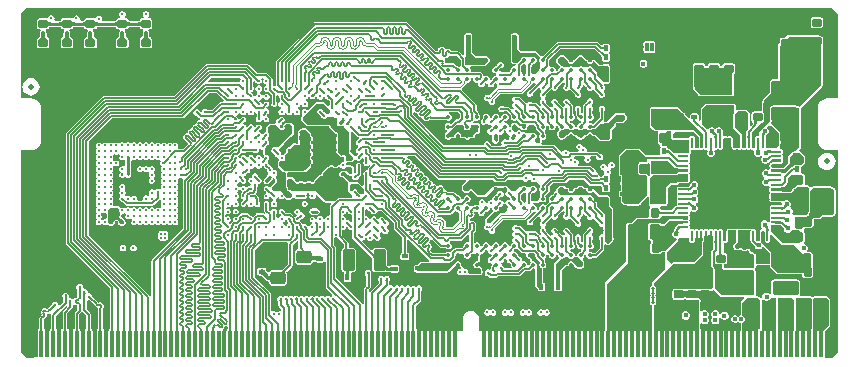
<source format=gtl>
G04*
G04 #@! TF.GenerationSoftware,Altium Limited,Altium Designer,22.5.1 (42)*
G04*
G04 Layer_Physical_Order=1*
G04 Layer_Color=10592767*
%FSLAX24Y24*%
%MOIN*%
G70*
G04*
G04 #@! TF.SameCoordinates,15B8646E-C553-4937-87EE-17013A6B0CAB*
G04*
G04*
G04 #@! TF.FilePolarity,Positive*
G04*
G01*
G75*
%ADD10C,0.0079*%
%ADD11C,0.0098*%
%ADD12C,0.0091*%
%ADD13C,0.0050*%
%ADD16C,0.0197*%
G04:AMPARAMS|DCode=17|XSize=27.6mil|YSize=31.5mil|CornerRadius=3.4mil|HoleSize=0mil|Usage=FLASHONLY|Rotation=270.000|XOffset=0mil|YOffset=0mil|HoleType=Round|Shape=RoundedRectangle|*
%AMROUNDEDRECTD17*
21,1,0.0276,0.0246,0,0,270.0*
21,1,0.0207,0.0315,0,0,270.0*
1,1,0.0069,-0.0123,-0.0103*
1,1,0.0069,-0.0123,0.0103*
1,1,0.0069,0.0123,0.0103*
1,1,0.0069,0.0123,-0.0103*
%
%ADD17ROUNDEDRECTD17*%
%ADD18C,0.0138*%
G04:AMPARAMS|DCode=19|XSize=51.2mil|YSize=43.3mil|CornerRadius=10.8mil|HoleSize=0mil|Usage=FLASHONLY|Rotation=180.000|XOffset=0mil|YOffset=0mil|HoleType=Round|Shape=RoundedRectangle|*
%AMROUNDEDRECTD19*
21,1,0.0512,0.0217,0,0,180.0*
21,1,0.0295,0.0433,0,0,180.0*
1,1,0.0217,-0.0148,0.0108*
1,1,0.0217,0.0148,0.0108*
1,1,0.0217,0.0148,-0.0108*
1,1,0.0217,-0.0148,-0.0108*
%
%ADD19ROUNDEDRECTD19*%
G04:AMPARAMS|DCode=20|XSize=8.7mil|YSize=33.9mil|CornerRadius=1.1mil|HoleSize=0mil|Usage=FLASHONLY|Rotation=180.000|XOffset=0mil|YOffset=0mil|HoleType=Round|Shape=RoundedRectangle|*
%AMROUNDEDRECTD20*
21,1,0.0087,0.0317,0,0,180.0*
21,1,0.0065,0.0339,0,0,180.0*
1,1,0.0022,-0.0032,0.0158*
1,1,0.0022,0.0032,0.0158*
1,1,0.0022,0.0032,-0.0158*
1,1,0.0022,-0.0032,-0.0158*
%
%ADD20ROUNDEDRECTD20*%
G04:AMPARAMS|DCode=21|XSize=33.9mil|YSize=8.7mil|CornerRadius=1.1mil|HoleSize=0mil|Usage=FLASHONLY|Rotation=180.000|XOffset=0mil|YOffset=0mil|HoleType=Round|Shape=RoundedRectangle|*
%AMROUNDEDRECTD21*
21,1,0.0339,0.0065,0,0,180.0*
21,1,0.0317,0.0087,0,0,180.0*
1,1,0.0022,-0.0158,0.0032*
1,1,0.0022,0.0158,0.0032*
1,1,0.0022,0.0158,-0.0032*
1,1,0.0022,-0.0158,-0.0032*
%
%ADD21ROUNDEDRECTD21*%
G04:AMPARAMS|DCode=22|XSize=39.4mil|YSize=70.9mil|CornerRadius=4.9mil|HoleSize=0mil|Usage=FLASHONLY|Rotation=180.000|XOffset=0mil|YOffset=0mil|HoleType=Round|Shape=RoundedRectangle|*
%AMROUNDEDRECTD22*
21,1,0.0394,0.0610,0,0,180.0*
21,1,0.0295,0.0709,0,0,180.0*
1,1,0.0098,-0.0148,0.0305*
1,1,0.0098,0.0148,0.0305*
1,1,0.0098,0.0148,-0.0305*
1,1,0.0098,-0.0148,-0.0305*
%
%ADD22ROUNDEDRECTD22*%
G04:AMPARAMS|DCode=23|XSize=50mil|YSize=35mil|CornerRadius=4.4mil|HoleSize=0mil|Usage=FLASHONLY|Rotation=270.000|XOffset=0mil|YOffset=0mil|HoleType=Round|Shape=RoundedRectangle|*
%AMROUNDEDRECTD23*
21,1,0.0500,0.0263,0,0,270.0*
21,1,0.0413,0.0350,0,0,270.0*
1,1,0.0088,-0.0131,-0.0206*
1,1,0.0088,-0.0131,0.0206*
1,1,0.0088,0.0131,0.0206*
1,1,0.0088,0.0131,-0.0206*
%
%ADD23ROUNDEDRECTD23*%
G04:AMPARAMS|DCode=24|XSize=15.7mil|YSize=19.7mil|CornerRadius=2mil|HoleSize=0mil|Usage=FLASHONLY|Rotation=180.000|XOffset=0mil|YOffset=0mil|HoleType=Round|Shape=RoundedRectangle|*
%AMROUNDEDRECTD24*
21,1,0.0157,0.0157,0,0,180.0*
21,1,0.0118,0.0197,0,0,180.0*
1,1,0.0039,-0.0059,0.0079*
1,1,0.0039,0.0059,0.0079*
1,1,0.0039,0.0059,-0.0079*
1,1,0.0039,-0.0059,-0.0079*
%
%ADD24ROUNDEDRECTD24*%
G04:AMPARAMS|DCode=25|XSize=15.7mil|YSize=19.7mil|CornerRadius=2mil|HoleSize=0mil|Usage=FLASHONLY|Rotation=270.000|XOffset=0mil|YOffset=0mil|HoleType=Round|Shape=RoundedRectangle|*
%AMROUNDEDRECTD25*
21,1,0.0157,0.0157,0,0,270.0*
21,1,0.0118,0.0197,0,0,270.0*
1,1,0.0039,-0.0079,-0.0059*
1,1,0.0039,-0.0079,0.0059*
1,1,0.0039,0.0079,0.0059*
1,1,0.0039,0.0079,-0.0059*
%
%ADD25ROUNDEDRECTD25*%
G04:AMPARAMS|DCode=26|XSize=47.2mil|YSize=87.4mil|CornerRadius=5.9mil|HoleSize=0mil|Usage=FLASHONLY|Rotation=90.000|XOffset=0mil|YOffset=0mil|HoleType=Round|Shape=RoundedRectangle|*
%AMROUNDEDRECTD26*
21,1,0.0472,0.0756,0,0,90.0*
21,1,0.0354,0.0874,0,0,90.0*
1,1,0.0118,0.0378,0.0177*
1,1,0.0118,0.0378,-0.0177*
1,1,0.0118,-0.0378,-0.0177*
1,1,0.0118,-0.0378,0.0177*
%
%ADD26ROUNDEDRECTD26*%
G04:AMPARAMS|DCode=27|XSize=47.2mil|YSize=87.4mil|CornerRadius=5.9mil|HoleSize=0mil|Usage=FLASHONLY|Rotation=180.000|XOffset=0mil|YOffset=0mil|HoleType=Round|Shape=RoundedRectangle|*
%AMROUNDEDRECTD27*
21,1,0.0472,0.0756,0,0,180.0*
21,1,0.0354,0.0874,0,0,180.0*
1,1,0.0118,-0.0177,0.0378*
1,1,0.0118,0.0177,0.0378*
1,1,0.0118,0.0177,-0.0378*
1,1,0.0118,-0.0177,-0.0378*
%
%ADD27ROUNDEDRECTD27*%
G04:AMPARAMS|DCode=28|XSize=27.6mil|YSize=31.5mil|CornerRadius=3.4mil|HoleSize=0mil|Usage=FLASHONLY|Rotation=180.000|XOffset=0mil|YOffset=0mil|HoleType=Round|Shape=RoundedRectangle|*
%AMROUNDEDRECTD28*
21,1,0.0276,0.0246,0,0,180.0*
21,1,0.0207,0.0315,0,0,180.0*
1,1,0.0069,-0.0103,0.0123*
1,1,0.0069,0.0103,0.0123*
1,1,0.0069,0.0103,-0.0123*
1,1,0.0069,-0.0103,-0.0123*
%
%ADD28ROUNDEDRECTD28*%
%ADD33C,0.0177*%
%ADD47C,0.0050*%
%ADD48C,0.0043*%
%ADD49C,0.0043*%
%ADD50R,0.0138X0.0886*%
%ADD51R,0.2008X0.2008*%
%ADD52C,0.0118*%
%ADD53C,0.0100*%
%ADD54C,0.0051*%
%ADD55C,0.0050*%
%ADD56C,0.0118*%
%ADD57C,0.0157*%
%ADD58C,0.0315*%
G36*
X19272Y10350D02*
X19272Y10355D01*
X19270Y10359D01*
X19268Y10363D01*
X19264Y10366D01*
X19259Y10369D01*
X19254Y10371D01*
X19247Y10373D01*
X19239Y10374D01*
X19231Y10375D01*
X19221Y10375D01*
Y10425D01*
X19231Y10425D01*
X19239Y10426D01*
X19247Y10427D01*
X19254Y10429D01*
X19259Y10431D01*
X19264Y10434D01*
X19268Y10437D01*
X19270Y10441D01*
X19272Y10445D01*
X19272Y10450D01*
Y10350D01*
D02*
G37*
G36*
X19264Y10222D02*
X19283Y10206D01*
X19291Y10200D01*
X19298Y10195D01*
X19305Y10193D01*
X19311Y10192D01*
X19315Y10192D01*
X19319Y10194D01*
X19322Y10198D01*
X19272Y10108D01*
X19274Y10113D01*
X19275Y10118D01*
X19274Y10124D01*
X19272Y10130D01*
X19269Y10137D01*
X19265Y10144D01*
X19259Y10152D01*
X19253Y10161D01*
X19236Y10179D01*
X19253Y10233D01*
X19264Y10222D01*
D02*
G37*
G36*
X17331Y10081D02*
X17325Y10075D01*
X17320Y10069D01*
X17316Y10063D01*
X17313Y10057D01*
X17311Y10051D01*
X17309Y10045D01*
X17308Y10038D01*
X17308Y10032D01*
X17309Y10026D01*
X17310Y10019D01*
X17222Y10065D01*
X17229Y10068D01*
X17242Y10073D01*
X17248Y10077D01*
X17260Y10085D01*
X17266Y10089D01*
X17277Y10099D01*
X17283Y10104D01*
X17331Y10081D01*
D02*
G37*
G36*
X16931Y9931D02*
X16924Y9931D01*
X16917Y9930D01*
X16910Y9928D01*
X16903Y9926D01*
X16897Y9923D01*
X16890Y9920D01*
X16884Y9916D01*
X16878Y9912D01*
X16872Y9907D01*
X16866Y9902D01*
X16831Y9937D01*
X16836Y9943D01*
X16841Y9949D01*
X16845Y9955D01*
X16849Y9961D01*
X16852Y9967D01*
X16855Y9974D01*
X16857Y9981D01*
X16859Y9988D01*
X16860Y9995D01*
X16860Y10002D01*
X16931Y9931D01*
D02*
G37*
G36*
X16616D02*
X16609Y9931D01*
X16602Y9930D01*
X16595Y9928D01*
X16588Y9926D01*
X16582Y9923D01*
X16575Y9920D01*
X16569Y9916D01*
X16563Y9912D01*
X16557Y9907D01*
X16551Y9902D01*
X16516Y9937D01*
X16521Y9943D01*
X16526Y9949D01*
X16530Y9955D01*
X16534Y9961D01*
X16537Y9967D01*
X16540Y9974D01*
X16542Y9981D01*
X16544Y9988D01*
X16545Y9995D01*
X16545Y10002D01*
X16616Y9931D01*
D02*
G37*
G36*
X18541Y10118D02*
X18694Y9965D01*
X18705D01*
X18718Y9933D01*
X18752Y9899D01*
X18795Y9881D01*
X18843D01*
X18886Y9899D01*
X18920Y9933D01*
X18933Y9965D01*
X18936D01*
X19098Y9804D01*
X19397D01*
X19435Y9766D01*
X19437Y9491D01*
X19435Y9294D01*
X19419Y9278D01*
X19272D01*
X19053Y9497D01*
Y9528D01*
X19050Y9542D01*
X19050Y9591D01*
X18938Y9703D01*
Y9709D01*
X18920Y9752D01*
X18886Y9786D01*
X18843Y9804D01*
X18795D01*
X18755Y9787D01*
X18568D01*
X18528Y9804D01*
X18480D01*
X18440Y9787D01*
X18253D01*
X18213Y9804D01*
X18165D01*
X18125Y9787D01*
X17938D01*
X17898Y9804D01*
X17896D01*
X17750Y9950D01*
X17750Y10042D01*
X17826Y10118D01*
X17932D01*
X18070Y9980D01*
Y9976D01*
X18088Y9933D01*
X18122Y9899D01*
X18165Y9881D01*
X18213D01*
X18256Y9899D01*
X18290Y9933D01*
X18303Y9965D01*
X18309Y9965D01*
X18462Y10118D01*
X18541Y10118D01*
D02*
G37*
G36*
X14838Y10249D02*
X15005Y10082D01*
X15393D01*
X15426Y10049D01*
Y9972D01*
X15313Y9859D01*
X14688D01*
X14657Y9891D01*
Y10052D01*
X14657Y10052D01*
X14651Y10081D01*
X14646Y10089D01*
Y10096D01*
X14674Y10124D01*
Y10850D01*
X14838D01*
Y10249D01*
D02*
G37*
G36*
X14175Y10152D02*
Y10153D01*
X14371D01*
X14504Y10020D01*
Y9829D01*
X14505Y9824D01*
X14503Y9821D01*
X14460Y9793D01*
X14433Y9804D01*
X14423D01*
X14415Y9808D01*
X14410Y9808D01*
X14407Y9809D01*
X14404Y9809D01*
X14402Y9810D01*
X14399Y9811D01*
X14397Y9812D01*
X14394Y9814D01*
X14391Y9816D01*
X14388Y9819D01*
X14383Y9823D01*
X14377Y9825D01*
X14320Y9883D01*
X14295Y9900D01*
X14266Y9905D01*
X14027D01*
X13995Y9944D01*
X13995Y9945D01*
X13987Y9985D01*
X13987Y9988D01*
X13980Y9998D01*
X13965Y10020D01*
X13968Y10033D01*
X14000Y10070D01*
X14039Y10078D01*
X14045Y10082D01*
X14072Y10100D01*
X14090Y10126D01*
X14126Y10162D01*
X14175Y10152D01*
D02*
G37*
G36*
X15835Y9791D02*
X15831Y9791D01*
X15826Y9790D01*
X15822Y9789D01*
X15817Y9788D01*
X15813Y9786D01*
X15808Y9784D01*
X15804Y9781D01*
X15799Y9778D01*
X15795Y9774D01*
X15791Y9770D01*
X15756Y9806D01*
X15760Y9810D01*
X15764Y9815D01*
X15767Y9819D01*
X15770Y9823D01*
X15772Y9828D01*
X15774Y9832D01*
X15776Y9837D01*
X15777Y9841D01*
X15777Y9846D01*
X15778Y9850D01*
X15835Y9791D01*
D02*
G37*
G36*
X17343Y9748D02*
X17337Y9742D01*
X17332Y9736D01*
X17328Y9730D01*
X17324Y9724D01*
X17321Y9718D01*
X17318Y9711D01*
X17316Y9704D01*
X17314Y9697D01*
X17313Y9690D01*
X17313Y9683D01*
X17242Y9754D01*
X17249Y9754D01*
X17256Y9755D01*
X17263Y9757D01*
X17270Y9759D01*
X17277Y9762D01*
X17283Y9765D01*
X17289Y9769D01*
X17295Y9773D01*
X17301Y9778D01*
X17307Y9783D01*
X17343Y9748D01*
D02*
G37*
G36*
X14667Y9778D02*
X14673Y9773D01*
X14679Y9769D01*
X14685Y9765D01*
X14692Y9762D01*
X14698Y9759D01*
X14705Y9757D01*
X14712Y9755D01*
X14719Y9754D01*
X14726Y9754D01*
X14656Y9683D01*
X14655Y9690D01*
X14654Y9697D01*
X14652Y9704D01*
X14650Y9711D01*
X14648Y9718D01*
X14644Y9724D01*
X14641Y9730D01*
X14636Y9736D01*
X14631Y9742D01*
X14626Y9748D01*
X14661Y9783D01*
X14667Y9778D01*
D02*
G37*
G36*
X14352D02*
X14358Y9773D01*
X14364Y9769D01*
X14370Y9765D01*
X14377Y9762D01*
X14383Y9759D01*
X14390Y9757D01*
X14397Y9755D01*
X14404Y9754D01*
X14411Y9754D01*
X14341Y9683D01*
X14340Y9690D01*
X14339Y9697D01*
X14338Y9704D01*
X14335Y9711D01*
X14333Y9718D01*
X14329Y9724D01*
X14326Y9730D01*
X14321Y9736D01*
X14316Y9742D01*
X14311Y9748D01*
X14346Y9783D01*
X14352Y9778D01*
D02*
G37*
G36*
X15768Y9747D02*
X15763Y9742D01*
X15758Y9736D01*
X15753Y9729D01*
X15750Y9723D01*
X15746Y9717D01*
X15744Y9710D01*
X15741Y9704D01*
X15740Y9697D01*
X15739Y9690D01*
X15738Y9682D01*
X15668Y9754D01*
X15675Y9754D01*
X15683Y9755D01*
X15689Y9757D01*
X15696Y9759D01*
X15703Y9761D01*
X15709Y9765D01*
X15715Y9768D01*
X15721Y9773D01*
X15727Y9778D01*
X15733Y9783D01*
X15768Y9747D01*
D02*
G37*
G36*
X18888Y9680D02*
X18889Y9673D01*
X18891Y9666D01*
X18893Y9659D01*
X18896Y9653D01*
X18899Y9646D01*
X18903Y9640D01*
X18907Y9634D01*
X18912Y9628D01*
X18917Y9622D01*
X18882Y9587D01*
X18876Y9592D01*
X18870Y9597D01*
X18864Y9601D01*
X18858Y9605D01*
X18851Y9608D01*
X18845Y9611D01*
X18838Y9613D01*
X18831Y9615D01*
X18824Y9616D01*
X18817Y9616D01*
X18888Y9687D01*
X18888Y9680D01*
D02*
G37*
G36*
X18573D02*
X18574Y9673D01*
X18576Y9666D01*
X18578Y9659D01*
X18581Y9653D01*
X18584Y9646D01*
X18588Y9640D01*
X18592Y9634D01*
X18597Y9628D01*
X18602Y9622D01*
X18567Y9587D01*
X18561Y9592D01*
X18555Y9597D01*
X18549Y9601D01*
X18543Y9605D01*
X18536Y9608D01*
X18530Y9611D01*
X18523Y9613D01*
X18516Y9615D01*
X18509Y9616D01*
X18502Y9616D01*
X18573Y9687D01*
X18573Y9680D01*
D02*
G37*
G36*
X18191Y9616D02*
X18184Y9616D01*
X18177Y9615D01*
X18170Y9613D01*
X18163Y9611D01*
X18156Y9608D01*
X18150Y9605D01*
X18144Y9601D01*
X18138Y9597D01*
X18132Y9592D01*
X18126Y9587D01*
X18091Y9622D01*
X18096Y9628D01*
X18101Y9634D01*
X18105Y9640D01*
X18109Y9646D01*
X18112Y9653D01*
X18115Y9659D01*
X18117Y9666D01*
X18119Y9673D01*
X18120Y9680D01*
X18120Y9687D01*
X18191Y9616D01*
D02*
G37*
G36*
X17876D02*
X17869Y9616D01*
X17862Y9615D01*
X17855Y9613D01*
X17848Y9611D01*
X17841Y9608D01*
X17835Y9605D01*
X17829Y9601D01*
X17823Y9597D01*
X17817Y9592D01*
X17811Y9587D01*
X17776Y9622D01*
X17781Y9628D01*
X17786Y9634D01*
X17790Y9640D01*
X17794Y9646D01*
X17797Y9653D01*
X17800Y9659D01*
X17802Y9666D01*
X17804Y9673D01*
X17805Y9680D01*
X17805Y9687D01*
X17876Y9616D01*
D02*
G37*
G36*
X16301D02*
X16294Y9616D01*
X16287Y9615D01*
X16280Y9613D01*
X16273Y9611D01*
X16267Y9608D01*
X16260Y9605D01*
X16254Y9601D01*
X16248Y9597D01*
X16242Y9592D01*
X16236Y9587D01*
X16201Y9622D01*
X16206Y9628D01*
X16211Y9634D01*
X16215Y9640D01*
X16219Y9646D01*
X16222Y9653D01*
X16225Y9659D01*
X16227Y9666D01*
X16229Y9673D01*
X16230Y9680D01*
X16230Y9687D01*
X16301Y9616D01*
D02*
G37*
G36*
X16797Y9611D02*
X16797Y9605D01*
X16798Y9599D01*
X16799Y9594D01*
X16801Y9589D01*
X16803Y9585D01*
X16805Y9581D01*
X16807Y9577D01*
X16810Y9573D01*
X16813Y9570D01*
X16730D01*
X16733Y9573D01*
X16736Y9577D01*
X16739Y9581D01*
X16741Y9585D01*
X16743Y9589D01*
X16744Y9594D01*
X16745Y9599D01*
X16746Y9605D01*
X16746Y9611D01*
X16747Y9617D01*
X16797D01*
X16797Y9611D01*
D02*
G37*
G36*
X16482Y9614D02*
X16482Y9608D01*
X16483Y9603D01*
X16485Y9598D01*
X16486Y9593D01*
X16488Y9589D01*
X16491Y9585D01*
X16494Y9582D01*
X16497Y9579D01*
X16500Y9576D01*
X16419Y9563D01*
X16421Y9566D01*
X16423Y9570D01*
X16425Y9575D01*
X16427Y9579D01*
X16428Y9584D01*
X16430Y9589D01*
X16431Y9594D01*
X16431Y9599D01*
X16432Y9611D01*
X16482Y9620D01*
X16482Y9614D01*
D02*
G37*
G36*
X16400Y10814D02*
Y10353D01*
X16503Y10250D01*
X17000D01*
X17150Y10100D01*
Y10074D01*
X17143Y10067D01*
X17125Y10024D01*
Y9976D01*
X17143Y9933D01*
X17150Y9926D01*
Y9759D01*
X17143Y9752D01*
X17125Y9709D01*
Y9675D01*
X17000Y9550D01*
X16907D01*
X16854Y9603D01*
X16853Y9606D01*
X16853Y9606D01*
X16853Y9606D01*
X16853Y9607D01*
X16852Y9607D01*
X16852Y9608D01*
X16851Y9609D01*
X16851Y9611D01*
X16851Y9614D01*
X16851Y9618D01*
X16848Y9624D01*
Y9748D01*
X16900Y9800D01*
Y9861D01*
X16903Y9862D01*
X16908Y9866D01*
X16911Y9869D01*
X16914Y9871D01*
X16916Y9873D01*
X16919Y9874D01*
X16922Y9875D01*
X16924Y9876D01*
X16927Y9876D01*
X16929Y9877D01*
X16935Y9877D01*
X16943Y9881D01*
X16953D01*
X16996Y9899D01*
X17030Y9933D01*
X17048Y9976D01*
Y10024D01*
X17030Y10067D01*
X16996Y10101D01*
X16953Y10119D01*
X16905D01*
X16862Y10101D01*
X16855Y10095D01*
X16850Y10100D01*
X16682D01*
X16682Y10101D01*
X16638Y10119D01*
X16591D01*
X16547Y10101D01*
X16513Y10067D01*
X16511Y10061D01*
X16369Y9919D01*
X16281D01*
X16224Y9976D01*
X16224Y10841D01*
X16364Y10848D01*
X16400Y10814D01*
D02*
G37*
G36*
X16697Y9851D02*
X16695Y9843D01*
Y9624D01*
X16693Y9618D01*
X16692Y9614D01*
X16692Y9611D01*
X16692Y9609D01*
X16692Y9608D01*
X16691Y9607D01*
X16691Y9607D01*
X16690Y9606D01*
X16690Y9606D01*
X16690Y9606D01*
X16687Y9597D01*
X16679Y9589D01*
X16663Y9549D01*
Y9533D01*
X16643Y9499D01*
X16632Y9495D01*
X16581Y9518D01*
X16575Y9535D01*
Y9549D01*
X16558Y9589D01*
X16539Y9609D01*
X16537Y9612D01*
X16537Y9613D01*
X16537Y9613D01*
X16537Y9614D01*
X16536Y9615D01*
X16536Y9615D01*
X16536Y9617D01*
X16536Y9622D01*
X16534Y9625D01*
X16535Y9629D01*
X16533Y9632D01*
Y9811D01*
X16582Y9860D01*
X16588Y9862D01*
X16593Y9866D01*
X16596Y9869D01*
X16599Y9871D01*
X16601Y9873D01*
X16604Y9874D01*
X16607Y9875D01*
X16609Y9876D01*
X16612Y9876D01*
X16614Y9877D01*
X16620Y9877D01*
X16628Y9881D01*
X16638D01*
X16657Y9889D01*
X16697Y9851D01*
D02*
G37*
G36*
X15872Y9566D02*
X15876Y9563D01*
X15880Y9561D01*
X15884Y9558D01*
X15889Y9557D01*
X15893Y9555D01*
X15899Y9554D01*
X15904Y9553D01*
X15910Y9553D01*
X15916Y9553D01*
Y9503D01*
X15910Y9502D01*
X15904Y9502D01*
X15899Y9501D01*
X15893Y9500D01*
X15889Y9498D01*
X15884Y9497D01*
X15880Y9495D01*
X15876Y9492D01*
X15872Y9489D01*
X15869Y9486D01*
Y9569D01*
X15872Y9566D01*
D02*
G37*
G36*
X11024Y9444D02*
X11024Y9439D01*
X11025Y9435D01*
X11027Y9430D01*
X11029Y9426D01*
X11031Y9421D01*
X11034Y9417D01*
X11037Y9412D01*
X11041Y9408D01*
X11045Y9404D01*
X11010Y9368D01*
X11005Y9372D01*
X11001Y9376D01*
X10997Y9379D01*
X10992Y9382D01*
X10988Y9384D01*
X10983Y9386D01*
X10979Y9388D01*
X10974Y9389D01*
X10970Y9390D01*
X10965Y9390D01*
X11024Y9448D01*
X11024Y9444D01*
D02*
G37*
G36*
X15093Y9414D02*
X15094Y9414D01*
X15097Y9413D01*
X15100Y9413D01*
X15115Y9412D01*
X15137Y9412D01*
Y9362D01*
X15131Y9362D01*
X15118Y9361D01*
X15115Y9360D01*
X15112Y9360D01*
X15110Y9359D01*
X15108Y9358D01*
X15107Y9357D01*
X15107Y9355D01*
X15092Y9415D01*
X15093Y9414D01*
D02*
G37*
G36*
X8824Y9390D02*
X8826Y9367D01*
X8827Y9361D01*
X8828Y9355D01*
X8829Y9350D01*
X8831Y9346D01*
X8833Y9342D01*
X8835Y9339D01*
X8764D01*
X8766Y9342D01*
X8767Y9346D01*
X8769Y9350D01*
X8770Y9355D01*
X8772Y9361D01*
X8773Y9367D01*
X8774Y9382D01*
X8774Y9399D01*
X8824D01*
X8824Y9390D01*
D02*
G37*
G36*
X8568D02*
X8570Y9367D01*
X8571Y9361D01*
X8572Y9355D01*
X8574Y9350D01*
X8575Y9346D01*
X8577Y9342D01*
X8579Y9339D01*
X8508D01*
X8510Y9342D01*
X8511Y9346D01*
X8513Y9350D01*
X8514Y9355D01*
X8516Y9361D01*
X8517Y9367D01*
X8518Y9382D01*
X8518Y9399D01*
X8568D01*
X8568Y9390D01*
D02*
G37*
G36*
X9336Y9390D02*
X9338Y9367D01*
X9339Y9361D01*
X9340Y9355D01*
X9341Y9350D01*
X9343Y9346D01*
X9345Y9342D01*
X9347Y9339D01*
X9275D01*
X9277Y9342D01*
X9279Y9346D01*
X9281Y9350D01*
X9282Y9355D01*
X9283Y9361D01*
X9284Y9367D01*
X9286Y9382D01*
X9286Y9399D01*
X9336D01*
X9336Y9390D01*
D02*
G37*
G36*
X11064Y9385D02*
X11082Y9369D01*
X11087Y9366D01*
X11092Y9363D01*
X11096Y9360D01*
X11100Y9358D01*
X11104Y9357D01*
X11108Y9356D01*
X11057Y9306D01*
X11057Y9309D01*
X11055Y9313D01*
X11053Y9317D01*
X11051Y9322D01*
X11048Y9327D01*
X11044Y9332D01*
X11034Y9343D01*
X11023Y9355D01*
X11058Y9391D01*
X11064Y9385D01*
D02*
G37*
G36*
X7716Y9375D02*
X7721Y9370D01*
X7727Y9366D01*
X7733Y9363D01*
X7739Y9360D01*
X7745Y9358D01*
X7751Y9356D01*
X7757Y9356D01*
X7764Y9355D01*
X7770Y9356D01*
X7733Y9294D01*
X7679Y9340D01*
X7710Y9380D01*
X7716Y9375D01*
D02*
G37*
G36*
X11323Y9305D02*
X11325Y9307D01*
X11334Y9295D01*
X11366Y9266D01*
X11363Y9266D01*
X11360Y9264D01*
X11356Y9262D01*
X11352Y9260D01*
X11348Y9256D01*
X11343Y9253D01*
X11341Y9249D01*
X11338Y9245D01*
X11336Y9240D01*
X11334Y9236D01*
X11332Y9232D01*
X11331Y9227D01*
X11330Y9223D01*
X11322Y9234D01*
X11319Y9231D01*
X11280Y9262D01*
X11286Y9268D01*
X11292Y9275D01*
X11281Y9289D01*
X11286Y9289D01*
X11290Y9289D01*
X11294Y9289D01*
X11299Y9290D01*
X11303Y9292D01*
X11305Y9293D01*
X11307Y9296D01*
X11309Y9301D01*
X11311Y9306D01*
X11312Y9310D01*
X11313Y9314D01*
X11323Y9305D01*
D02*
G37*
G36*
X10081Y9266D02*
X10077Y9265D01*
X10072Y9264D01*
X10067Y9262D01*
X10062Y9260D01*
X10057Y9257D01*
X10051Y9253D01*
X10046Y9249D01*
X10034Y9239D01*
X10029Y9234D01*
X10025Y9231D01*
X10018Y9222D01*
X10015Y9217D01*
X10013Y9213D01*
X10010Y9209D01*
X10009Y9204D01*
X10007Y9200D01*
X10006Y9195D01*
X10006Y9191D01*
X9953Y9255D01*
X9958Y9255D01*
X9962Y9255D01*
X9967Y9256D01*
X9971Y9257D01*
X9976Y9259D01*
X9980Y9261D01*
X9985Y9263D01*
X9989Y9267D01*
X9994Y9270D01*
X9998Y9274D01*
X10000Y9272D01*
X9998Y9274D01*
X10005Y9281D01*
X10027Y9307D01*
X10030Y9311D01*
X10032Y9314D01*
X10034Y9317D01*
X10034Y9319D01*
X10081Y9266D01*
D02*
G37*
G36*
X15671Y9301D02*
X15664Y9301D01*
X15657Y9300D01*
X15650Y9298D01*
X15643Y9296D01*
X15637Y9293D01*
X15630Y9290D01*
X15624Y9286D01*
X15618Y9282D01*
X15612Y9277D01*
X15606Y9272D01*
X15571Y9307D01*
X15576Y9313D01*
X15581Y9319D01*
X15586Y9325D01*
X15589Y9331D01*
X15593Y9338D01*
X15595Y9344D01*
X15597Y9351D01*
X15599Y9358D01*
X15600Y9365D01*
X15600Y9372D01*
X15671Y9301D01*
D02*
G37*
G36*
X15356D02*
X15349Y9301D01*
X15342Y9300D01*
X15335Y9298D01*
X15328Y9296D01*
X15322Y9293D01*
X15315Y9290D01*
X15309Y9286D01*
X15303Y9282D01*
X15297Y9277D01*
X15291Y9272D01*
X15256Y9307D01*
X15261Y9313D01*
X15266Y9319D01*
X15271Y9325D01*
X15274Y9331D01*
X15278Y9338D01*
X15280Y9344D01*
X15282Y9351D01*
X15284Y9358D01*
X15285Y9365D01*
X15285Y9372D01*
X15356Y9301D01*
D02*
G37*
G36*
X18888Y9365D02*
X18889Y9358D01*
X18891Y9351D01*
X18893Y9344D01*
X18896Y9338D01*
X18899Y9331D01*
X18903Y9325D01*
X18907Y9319D01*
X18912Y9313D01*
X18917Y9307D01*
X18882Y9272D01*
X18876Y9277D01*
X18870Y9282D01*
X18864Y9286D01*
X18858Y9290D01*
X18851Y9293D01*
X18845Y9296D01*
X18838Y9298D01*
X18831Y9300D01*
X18824Y9301D01*
X18817Y9301D01*
X18888Y9372D01*
X18888Y9365D01*
D02*
G37*
G36*
X16301Y9301D02*
X16294Y9301D01*
X16287Y9300D01*
X16280Y9298D01*
X16273Y9296D01*
X16267Y9293D01*
X16260Y9290D01*
X16254Y9286D01*
X16248Y9282D01*
X16242Y9277D01*
X16236Y9272D01*
X16201Y9307D01*
X16206Y9313D01*
X16211Y9319D01*
X16215Y9325D01*
X16219Y9331D01*
X16222Y9338D01*
X16225Y9344D01*
X16227Y9351D01*
X16229Y9358D01*
X16230Y9365D01*
X16230Y9372D01*
X16301Y9301D01*
D02*
G37*
G36*
X11907Y9339D02*
X11911Y9335D01*
X11916Y9332D01*
X11921Y9330D01*
X11927Y9328D01*
X11933Y9326D01*
X11940Y9325D01*
X11947Y9324D01*
X11954Y9323D01*
X11962Y9323D01*
X11944Y9273D01*
X11892Y9272D01*
X11903Y9342D01*
X11907Y9339D01*
D02*
G37*
G36*
X17891Y9303D02*
X17883Y9301D01*
X17877Y9299D01*
X17870Y9296D01*
X17863Y9293D01*
X17857Y9290D01*
X17850Y9286D01*
X17844Y9282D01*
X17838Y9277D01*
X17833Y9272D01*
X17827Y9267D01*
X17783Y9294D01*
X17789Y9300D01*
X17794Y9306D01*
X17798Y9312D01*
X17801Y9318D01*
X17804Y9324D01*
X17806Y9331D01*
X17807Y9337D01*
X17808Y9344D01*
X17807Y9350D01*
X17806Y9357D01*
X17891Y9303D01*
D02*
G37*
G36*
X17261D02*
X17254Y9301D01*
X17247Y9299D01*
X17240Y9296D01*
X17233Y9293D01*
X17227Y9290D01*
X17220Y9286D01*
X17214Y9282D01*
X17208Y9277D01*
X17203Y9272D01*
X17197Y9267D01*
X17153Y9294D01*
X17159Y9300D01*
X17164Y9306D01*
X17168Y9312D01*
X17171Y9318D01*
X17174Y9324D01*
X17176Y9331D01*
X17177Y9337D01*
X17178Y9344D01*
X17177Y9350D01*
X17176Y9357D01*
X17261Y9303D01*
D02*
G37*
G36*
X7172Y9374D02*
X7171Y9373D01*
X7155Y9333D01*
Y9312D01*
X7138Y9280D01*
X7110Y9266D01*
X6101D01*
X6082Y9312D01*
X6194Y9424D01*
X7151D01*
X7172Y9374D01*
D02*
G37*
G36*
X18234Y9317D02*
X18230Y9312D01*
X18226Y9306D01*
X18223Y9299D01*
X18220Y9293D01*
X18218Y9286D01*
X18216Y9279D01*
X18215Y9272D01*
X18214Y9264D01*
X18214Y9256D01*
X18164D01*
X18164Y9264D01*
X18163Y9272D01*
X18162Y9279D01*
X18160Y9286D01*
X18158Y9293D01*
X18155Y9299D01*
X18152Y9306D01*
X18148Y9312D01*
X18144Y9317D01*
X18139Y9323D01*
X18239D01*
X18234Y9317D01*
D02*
G37*
G36*
X18550Y9319D02*
X18545Y9314D01*
X18541Y9309D01*
X18537Y9303D01*
X18534Y9297D01*
X18531Y9291D01*
X18528Y9284D01*
X18526Y9277D01*
X18525Y9270D01*
X18524Y9262D01*
X18524Y9254D01*
X18474Y9258D01*
X18474Y9266D01*
X18473Y9273D01*
X18472Y9281D01*
X18470Y9288D01*
X18468Y9295D01*
X18466Y9302D01*
X18463Y9308D01*
X18459Y9315D01*
X18455Y9321D01*
X18451Y9326D01*
X18550Y9319D01*
D02*
G37*
G36*
X7940Y9374D02*
X7939Y9373D01*
X7922Y9333D01*
Y9289D01*
X7939Y9249D01*
X7970Y9219D01*
X8010Y9202D01*
X8021D01*
X8028Y9188D01*
X8013Y9150D01*
X7978Y9136D01*
X7951Y9109D01*
X7936Y9074D01*
Y9036D01*
X7951Y9001D01*
X7978Y8974D01*
X8013Y8960D01*
X8050D01*
X8051Y8960D01*
X8087Y8973D01*
X8113Y8951D01*
X8211Y8853D01*
Y8638D01*
X8208Y8632D01*
X8208Y8617D01*
X8207Y8606D01*
X8206Y8603D01*
X8206Y8600D01*
X8206Y8599D01*
X8205Y8598D01*
X8205Y8598D01*
X8205Y8597D01*
X8205Y8594D01*
X8205Y8593D01*
X8192Y8562D01*
Y8524D01*
X8207Y8489D01*
X8233Y8463D01*
X8268Y8448D01*
X8306D01*
X8341Y8463D01*
X8368Y8489D01*
X8383Y8524D01*
Y8562D01*
X8370Y8593D01*
X8370Y8594D01*
X8370Y8597D01*
X8370Y8598D01*
X8370Y8598D01*
X8369Y8599D01*
X8369Y8600D01*
X8368Y8603D01*
X8368Y8605D01*
X8367Y8624D01*
X8367Y8632D01*
X8364Y8638D01*
Y8818D01*
X8408Y8858D01*
X8411D01*
X8448Y8818D01*
Y8780D01*
X8463Y8745D01*
X8471Y8736D01*
X8472Y8730D01*
X8472Y8726D01*
X8477Y8713D01*
X8480Y8697D01*
X8484Y8691D01*
X8482Y8636D01*
X8451Y8605D01*
X8434Y8565D01*
Y8522D01*
X8451Y8482D01*
X8482Y8451D01*
X8502Y8442D01*
Y8388D01*
X8482Y8380D01*
X8451Y8349D01*
X8434Y8309D01*
Y8266D01*
X8451Y8226D01*
X8482Y8195D01*
X8522Y8178D01*
X8565D01*
X8605Y8195D01*
X8636Y8226D01*
X8644Y8246D01*
X8698D01*
X8707Y8226D01*
X8737Y8195D01*
X8778Y8178D01*
X8821D01*
X8861Y8195D01*
X8892Y8226D01*
X8900Y8246D01*
X8954D01*
X8963Y8226D01*
X8993Y8195D01*
X9033Y8178D01*
X9077D01*
X9117Y8195D01*
X9148Y8226D01*
X9164Y8266D01*
Y8309D01*
X9148Y8349D01*
X9117Y8380D01*
X9097Y8388D01*
Y8442D01*
X9117Y8451D01*
X9148Y8482D01*
X9156Y8502D01*
X9210D01*
X9219Y8482D01*
X9249Y8451D01*
X9289Y8434D01*
X9333D01*
X9373Y8451D01*
X9403Y8482D01*
X9420Y8522D01*
Y8565D01*
X9403Y8605D01*
X9373Y8636D01*
X9352Y8644D01*
Y8698D01*
X9373Y8707D01*
X9403Y8737D01*
X9420Y8778D01*
X9421Y8785D01*
X9471Y8786D01*
X9472Y8780D01*
X9486Y8745D01*
X9513Y8718D01*
X9548Y8704D01*
X9586D01*
X9621Y8718D01*
X9648Y8745D01*
X9660Y8776D01*
X9661Y8777D01*
X9663Y8779D01*
X9663Y8779D01*
X9664Y8780D01*
X9711Y8771D01*
X9718Y8769D01*
X9718Y8768D01*
X9731Y8737D01*
X9762Y8707D01*
X9802Y8690D01*
X9845D01*
X9885Y8707D01*
X9916Y8737D01*
X9930Y8771D01*
X9952Y8778D01*
X9982Y8779D01*
X9991Y8763D01*
X9998Y8745D01*
X10025Y8718D01*
X10055Y8706D01*
X10056Y8705D01*
X10058Y8703D01*
X10059Y8703D01*
X10059Y8702D01*
X10060Y8702D01*
X10061Y8702D01*
X10063Y8700D01*
X10066Y8698D01*
X10080Y8686D01*
X10085Y8681D01*
X10092Y8678D01*
X10138Y8632D01*
Y8524D01*
X10106Y8498D01*
X10091Y8492D01*
X10078Y8493D01*
X9993Y8581D01*
X9993Y8581D01*
X9992Y8582D01*
X9974Y8589D01*
X9955Y8597D01*
X9955Y8597D01*
X9954Y8597D01*
X9685D01*
X9647Y8582D01*
X9647Y8582D01*
X9404Y8339D01*
X9392Y8341D01*
X9365Y8368D01*
X9330Y8383D01*
X9292D01*
X9257Y8368D01*
X9230Y8341D01*
X9216Y8306D01*
Y8268D01*
X9230Y8233D01*
X9232Y8167D01*
X9214Y8149D01*
X9198Y8110D01*
X9198Y8110D01*
Y8002D01*
X9198Y8002D01*
X9214Y7964D01*
X9214Y7964D01*
X9366Y7812D01*
X9366Y7812D01*
X9404Y7796D01*
X9404Y7796D01*
X9506D01*
X9506Y7796D01*
X9532Y7806D01*
X9534D01*
X9559Y7817D01*
X9575D01*
X9600Y7806D01*
X9602D01*
X9627Y7796D01*
X9627Y7796D01*
X9762Y7796D01*
X9762Y7796D01*
X9788Y7806D01*
X9790D01*
X9815Y7817D01*
X9831D01*
X9856Y7806D01*
X9858D01*
X9883Y7796D01*
X9883Y7796D01*
X10018D01*
X10018Y7796D01*
X10044Y7806D01*
X10045D01*
X10067Y7815D01*
X10102Y7801D01*
X10120Y7776D01*
X10136Y7738D01*
X10136D01*
X10297Y7577D01*
Y7577D01*
X10335Y7561D01*
X10367Y7538D01*
X10369Y7495D01*
X10353Y7457D01*
X10353Y7457D01*
Y7326D01*
X10353Y7326D01*
X10369Y7288D01*
X10369Y7288D01*
X10369Y7240D01*
X10353Y7201D01*
X10353Y7201D01*
Y7070D01*
X10353Y7070D01*
X10369Y7032D01*
X10370Y6986D01*
X10365Y6975D01*
Y6969D01*
X10361Y6958D01*
X10358Y6950D01*
X10374Y6912D01*
X10374Y6912D01*
X10495Y6791D01*
X10533Y6775D01*
X10552Y6783D01*
X10557D01*
X10579Y6792D01*
X10615Y6777D01*
X10630Y6741D01*
X10621Y6719D01*
Y6713D01*
X10618Y6706D01*
X10614Y6694D01*
X10629Y6656D01*
X10616Y6612D01*
X10610Y6605D01*
X10569D01*
X10529Y6589D01*
X10498Y6558D01*
X10481Y6518D01*
Y6499D01*
X10417D01*
X10407Y6495D01*
X10396D01*
X10388Y6487D01*
X10378Y6483D01*
X10377Y6480D01*
X10358Y6461D01*
X10343Y6455D01*
X10326D01*
X10311Y6461D01*
X10292Y6480D01*
X10291Y6483D01*
X10281Y6487D01*
X10273Y6495D01*
X10263D01*
X10253Y6499D01*
X10161D01*
X10151Y6495D01*
X10140D01*
X10132Y6487D01*
X10122Y6483D01*
X10121Y6480D01*
X10102Y6461D01*
X10077Y6451D01*
X10071Y6445D01*
X10057Y6439D01*
X10057Y6439D01*
X9880Y6262D01*
X9874Y6248D01*
X9868Y6242D01*
X9858Y6217D01*
X9846Y6205D01*
X9821Y6195D01*
X9815Y6189D01*
X9801Y6183D01*
X9801Y6183D01*
X9624Y6006D01*
X9618Y5992D01*
X9612Y5986D01*
X9602Y5961D01*
X9590Y5949D01*
X9575Y5943D01*
X9559D01*
X9534Y5953D01*
X9531D01*
X9508Y5963D01*
X9508Y5963D01*
X9370D01*
X9370Y5963D01*
X9347Y5953D01*
X9344D01*
X9319Y5943D01*
X9303D01*
X9278Y5953D01*
X9275D01*
X9252Y5963D01*
X9252Y5963D01*
X9115D01*
X9115Y5963D01*
X9091Y5953D01*
X9088D01*
X9063Y5943D01*
X9047D01*
X9032Y5949D01*
X9020Y5961D01*
X9014Y5976D01*
Y5984D01*
X8998Y6022D01*
X8998Y6022D01*
X8938Y6083D01*
X8899Y6099D01*
X8899Y6099D01*
X8766D01*
X8722Y6135D01*
Y6237D01*
X8742Y6258D01*
X8761Y6273D01*
X8765Y6275D01*
X8776D01*
X8791Y6281D01*
X8807D01*
X8823Y6275D01*
X8833D01*
X8843Y6271D01*
X9011Y6271D01*
X9021Y6275D01*
X9032D01*
X9047Y6281D01*
X9063D01*
X9079Y6275D01*
X9089D01*
X9099Y6271D01*
X9267D01*
X9277Y6275D01*
X9288D01*
X9303Y6281D01*
X9330D01*
X9333Y6280D01*
X9343Y6284D01*
X9354D01*
X9361Y6292D01*
X9371Y6296D01*
X9511Y6436D01*
X9515Y6446D01*
X9523Y6454D01*
Y6464D01*
X9527Y6474D01*
X9526Y6477D01*
Y6504D01*
X9532Y6519D01*
X9544Y6531D01*
X9548Y6533D01*
X9556Y6540D01*
X9566Y6545D01*
X9570Y6555D01*
X9578Y6562D01*
Y6573D01*
X9582Y6583D01*
Y6665D01*
X9578Y6675D01*
Y6686D01*
X9570Y6693D01*
X9566Y6703D01*
X9556Y6708D01*
X9548Y6715D01*
X9544Y6717D01*
X9532Y6729D01*
X9526Y6744D01*
Y6760D01*
X9532Y6775D01*
X9544Y6787D01*
X9548Y6789D01*
X9556Y6796D01*
X9566Y6801D01*
X9570Y6810D01*
X9578Y6818D01*
Y6829D01*
X9582Y6839D01*
Y6921D01*
X9578Y6931D01*
Y6942D01*
X9570Y6949D01*
X9566Y6959D01*
X9556Y6963D01*
X9548Y6971D01*
X9544Y6973D01*
X9534Y6982D01*
X9534Y7034D01*
X9544Y7043D01*
X9548Y7045D01*
X9556Y7052D01*
X9566Y7056D01*
X9570Y7066D01*
X9578Y7074D01*
Y7085D01*
X9582Y7095D01*
Y7177D01*
X9578Y7187D01*
Y7198D01*
X9570Y7205D01*
X9566Y7215D01*
X9556Y7219D01*
X9548Y7227D01*
X9544Y7229D01*
X9534Y7238D01*
X9534Y7289D01*
X9544Y7299D01*
X9548Y7301D01*
X9556Y7308D01*
X9566Y7312D01*
X9570Y7322D01*
X9578Y7330D01*
Y7341D01*
X9582Y7351D01*
Y7433D01*
X9578Y7443D01*
Y7454D01*
X9570Y7461D01*
X9566Y7471D01*
X9556Y7475D01*
X9548Y7483D01*
X9544Y7485D01*
X9532Y7496D01*
X9526Y7512D01*
Y7536D01*
X9526Y7536D01*
X9510Y7574D01*
X9510Y7574D01*
X9369Y7715D01*
X9331Y7731D01*
X9331Y7731D01*
X9213D01*
X9174Y7715D01*
X9174Y7715D01*
X9096Y7637D01*
X9080Y7598D01*
X9080Y7598D01*
Y7576D01*
X9080Y7576D01*
X9086Y7561D01*
Y7553D01*
X9096Y7528D01*
Y7512D01*
X9086Y7486D01*
Y7479D01*
X9080Y7464D01*
X9080Y7464D01*
Y7376D01*
X9080Y7375D01*
X9080Y7374D01*
X9082Y7316D01*
X9086Y7307D01*
Y7297D01*
X9095Y7275D01*
X9080Y7239D01*
X9044Y7224D01*
X9022Y7233D01*
X9009D01*
X8998Y7237D01*
X8934Y7233D01*
X8917Y7224D01*
X8899Y7217D01*
X8799Y7117D01*
X8778D01*
X8737Y7100D01*
X8707Y7070D01*
X8690Y7030D01*
Y6992D01*
X8686Y6982D01*
X8686Y6982D01*
Y6952D01*
X8592Y6858D01*
X8589Y6851D01*
X8565Y6861D01*
X8531D01*
Y6896D01*
X8515Y6936D01*
X8484Y6967D01*
X8444Y6984D01*
X8435Y6998D01*
X8434Y7002D01*
X8453Y7057D01*
X8465Y7062D01*
Y7062D01*
X8578Y7175D01*
X8597Y7183D01*
X8624Y7210D01*
X8632Y7229D01*
X8834Y7431D01*
X8853Y7439D01*
X8880Y7466D01*
X8888Y7485D01*
X8936Y7533D01*
X8952Y7571D01*
X8952Y7571D01*
Y7795D01*
X8936Y7834D01*
X8936Y7834D01*
X8857Y7912D01*
X8819Y7928D01*
X8819Y7928D01*
X8701D01*
X8663Y7912D01*
X8663Y7912D01*
X8595Y7845D01*
X8591Y7835D01*
X8584Y7827D01*
Y7817D01*
X8579Y7807D01*
X8582Y7802D01*
X8573Y7768D01*
X8545Y7743D01*
X8518D01*
X8510Y7751D01*
X8504Y7753D01*
X8476Y7782D01*
X8492Y7837D01*
X8511Y7845D01*
X8542Y7875D01*
X8559Y7916D01*
Y7927D01*
X8562Y7934D01*
X8562Y7934D01*
X8563Y7935D01*
X8563Y7935D01*
X8564Y7935D01*
X8566Y7938D01*
X8567Y7938D01*
X8597Y7951D01*
X8624Y7978D01*
X8639Y8013D01*
Y8050D01*
X8624Y8085D01*
X8597Y8112D01*
X8562Y8127D01*
X8524D01*
X8489Y8112D01*
X8463Y8085D01*
X8450Y8054D01*
X8449Y8054D01*
X8447Y8052D01*
X8447Y8051D01*
X8446Y8051D01*
X8446Y8050D01*
X8439Y8046D01*
X8428D01*
X8388Y8030D01*
X8357Y7999D01*
X8341Y7959D01*
Y7916D01*
X8298Y7889D01*
X8150D01*
X8111Y7873D01*
X8111Y7873D01*
X8032Y7793D01*
X8016Y7755D01*
X8016Y7755D01*
Y7615D01*
X8013D01*
X7978Y7600D01*
X7951Y7574D01*
X7936Y7539D01*
X7917Y7530D01*
X7903Y7534D01*
X7867Y7548D01*
X7856Y7574D01*
X7830Y7600D01*
X7801Y7612D01*
X7796Y7614D01*
X7792Y7617D01*
X7788Y7621D01*
X7787Y7626D01*
X7785Y7657D01*
X7795Y7680D01*
X7830Y7695D01*
X7856Y7722D01*
X7871Y7757D01*
Y7795D01*
X7856Y7830D01*
X7830Y7856D01*
X7795Y7871D01*
X7757D01*
X7722Y7856D01*
X7695Y7830D01*
X7684Y7803D01*
X7684Y7803D01*
X7681Y7801D01*
X7680Y7799D01*
X7680Y7799D01*
X7679Y7798D01*
X7679Y7797D01*
X7678Y7796D01*
X7665Y7781D01*
X7649Y7782D01*
X7627Y7788D01*
X7619Y7793D01*
X7614Y7798D01*
X7600Y7830D01*
X7574Y7856D01*
X7539Y7871D01*
X7501D01*
X7466Y7856D01*
X7439Y7830D01*
X7426Y7799D01*
X7426Y7798D01*
X7424Y7796D01*
X7423Y7795D01*
X7423Y7795D01*
X7422Y7794D01*
X7422Y7793D01*
X7421Y7791D01*
X7419Y7789D01*
X7409Y7777D01*
X7395Y7778D01*
X7375Y7783D01*
X7367Y7788D01*
X7359Y7794D01*
Y7795D01*
X7345Y7830D01*
X7318Y7856D01*
X7283Y7871D01*
X7282D01*
X7275Y7880D01*
X7275Y7880D01*
X7265Y7921D01*
X7268Y7923D01*
X7277Y7930D01*
X7279Y7932D01*
X7281Y7934D01*
X7282Y7934D01*
X7283Y7935D01*
X7284Y7935D01*
X7285Y7935D01*
X7286Y7937D01*
X7287Y7938D01*
X7318Y7951D01*
X7345Y7978D01*
X7359Y8013D01*
Y8050D01*
X7345Y8085D01*
X7318Y8112D01*
X7283Y8127D01*
X7245D01*
X7210Y8112D01*
X7183Y8085D01*
X7170Y8055D01*
X7170Y8054D01*
X7168Y8052D01*
X7167Y8051D01*
X7167Y8051D01*
X7167Y8050D01*
X7166Y8049D01*
X7165Y8047D01*
X7163Y8045D01*
X7153Y8033D01*
X7139Y8034D01*
X7119Y8039D01*
X7111Y8044D01*
X7103Y8050D01*
Y8050D01*
X7089Y8085D01*
X7062Y8112D01*
X7031Y8125D01*
X7031Y8126D01*
X7029Y8128D01*
X7028Y8128D01*
X7027Y8128D01*
X7037Y8176D01*
X7039Y8182D01*
X7040Y8182D01*
X7070Y8195D01*
X7100Y8226D01*
X7109Y8246D01*
X7163D01*
X7171Y8226D01*
X7202Y8195D01*
X7242Y8178D01*
X7285D01*
X7326Y8195D01*
X7356Y8226D01*
X7365Y8246D01*
X7419D01*
X7427Y8226D01*
X7458Y8195D01*
X7498Y8178D01*
X7541D01*
X7581Y8195D01*
X7612Y8226D01*
X7629Y8266D01*
Y8282D01*
X7640Y8287D01*
X7681Y8256D01*
Y8253D01*
X7698Y8213D01*
X7699Y8212D01*
X7700Y8206D01*
X7702Y8205D01*
X7702Y8204D01*
X7702Y8204D01*
X7702Y8203D01*
X7703Y8202D01*
X7703Y8201D01*
X7703Y8199D01*
X7704Y8193D01*
X7704Y8189D01*
X7707Y8183D01*
Y8136D01*
X7705Y8134D01*
X7706Y8130D01*
X7704Y8125D01*
X7703Y8111D01*
X7703Y8106D01*
X7702Y8103D01*
X7702Y8100D01*
X7701Y8098D01*
X7701Y8097D01*
X7700Y8096D01*
X7700Y8095D01*
X7699Y8095D01*
X7699Y8093D01*
X7698Y8089D01*
X7695Y8085D01*
X7680Y8050D01*
Y8013D01*
X7695Y7978D01*
X7722Y7951D01*
X7757Y7936D01*
X7795D01*
X7830Y7951D01*
X7856Y7978D01*
X7863Y7993D01*
X7911Y8018D01*
X7921Y8019D01*
X7936Y8013D01*
X7951Y7978D01*
X7978Y7951D01*
X8013Y7936D01*
X8050D01*
X8085Y7951D01*
X8112Y7978D01*
X8127Y8013D01*
Y8050D01*
X8112Y8085D01*
X8085Y8112D01*
X8060Y8133D01*
X8058Y8141D01*
X8057Y8178D01*
X8058Y8190D01*
X8063Y8194D01*
X8064Y8194D01*
X8064Y8194D01*
X8064Y8195D01*
X8066Y8196D01*
X8068Y8199D01*
X8085Y8207D01*
X8112Y8233D01*
X8127Y8268D01*
Y8306D01*
X8112Y8341D01*
X8085Y8368D01*
X8050Y8383D01*
X8050D01*
X8043Y8391D01*
X8043Y8392D01*
X8033Y8433D01*
X8036Y8435D01*
X8044Y8442D01*
X8047Y8444D01*
X8049Y8446D01*
X8050Y8446D01*
X8051Y8446D01*
X8051Y8447D01*
X8052Y8447D01*
X8054Y8449D01*
X8055Y8450D01*
X8085Y8463D01*
X8112Y8489D01*
X8127Y8524D01*
Y8562D01*
X8112Y8597D01*
X8085Y8624D01*
X8050Y8639D01*
X8013D01*
X7978Y8624D01*
X7951Y8597D01*
X7938Y8567D01*
X7937Y8566D01*
X7935Y8564D01*
X7935Y8563D01*
X7935Y8563D01*
X7934Y8562D01*
X7934Y8561D01*
X7932Y8559D01*
X7931Y8556D01*
X7921Y8545D01*
X7906Y8545D01*
X7887Y8551D01*
X7879Y8555D01*
X7871Y8562D01*
Y8562D01*
X7856Y8597D01*
X7830Y8624D01*
X7797Y8638D01*
X7796Y8638D01*
X7795Y8640D01*
X7794Y8640D01*
X7794Y8640D01*
X7793Y8658D01*
X7806Y8694D01*
X7806Y8694D01*
X7837Y8707D01*
X7868Y8737D01*
X7876Y8758D01*
X7931D01*
X7939Y8737D01*
X7970Y8707D01*
X8010Y8690D01*
X8053D01*
X8093Y8707D01*
X8124Y8737D01*
X8141Y8778D01*
Y8821D01*
X8124Y8861D01*
X8093Y8892D01*
X8053Y8908D01*
X8010D01*
X7970Y8892D01*
X7939Y8861D01*
X7931Y8841D01*
X7876D01*
X7868Y8861D01*
X7837Y8892D01*
X7817Y8900D01*
Y8954D01*
X7837Y8963D01*
X7868Y8993D01*
X7885Y9033D01*
Y9077D01*
X7868Y9117D01*
X7837Y9148D01*
X7797Y9164D01*
X7754D01*
X7714Y9148D01*
X7683Y9117D01*
X7667Y9077D01*
Y9033D01*
X7683Y8993D01*
X7714Y8963D01*
X7734Y8954D01*
Y8900D01*
X7714Y8892D01*
X7683Y8861D01*
X7667Y8821D01*
X7665Y8819D01*
X7617Y8812D01*
X7615Y8818D01*
X7600Y8853D01*
X7574Y8880D01*
X7543Y8893D01*
X7542Y8893D01*
X7540Y8895D01*
X7539Y8896D01*
X7539Y8896D01*
X7538Y8896D01*
X7537Y8897D01*
X7535Y8898D01*
X7533Y8900D01*
X7521Y8910D01*
X7522Y8924D01*
X7528Y8944D01*
X7532Y8952D01*
X7538Y8960D01*
X7539D01*
X7574Y8974D01*
X7600Y9001D01*
X7615Y9036D01*
Y9074D01*
X7602Y9105D01*
X7602Y9106D01*
X7602Y9108D01*
X7602Y9109D01*
X7602Y9110D01*
X7601Y9111D01*
X7601Y9112D01*
X7601Y9114D01*
X7600Y9117D01*
X7599Y9136D01*
X7599Y9144D01*
X7596Y9150D01*
Y9283D01*
X7634Y9296D01*
X7646Y9297D01*
X7666Y9281D01*
X7689Y9257D01*
X7706Y9246D01*
X7722Y9230D01*
X7757Y9216D01*
X7795D01*
X7830Y9230D01*
X7856Y9257D01*
X7871Y9292D01*
Y9330D01*
X7856Y9365D01*
X7848Y9374D01*
X7869Y9424D01*
X7919D01*
X7940Y9374D01*
D02*
G37*
G36*
X15592Y9258D02*
X15588Y9253D01*
X15585Y9249D01*
X15581Y9245D01*
X15579Y9240D01*
X15576Y9236D01*
X15574Y9231D01*
X15573Y9227D01*
X15572Y9222D01*
X15571Y9218D01*
X15571Y9213D01*
X15512Y9272D01*
X15517Y9272D01*
X15522Y9272D01*
X15526Y9274D01*
X15531Y9275D01*
X15535Y9277D01*
X15539Y9279D01*
X15544Y9282D01*
X15548Y9285D01*
X15553Y9289D01*
X15557Y9293D01*
X15592Y9258D01*
D02*
G37*
G36*
X15277D02*
X15273Y9253D01*
X15270Y9249D01*
X15266Y9245D01*
X15264Y9240D01*
X15261Y9236D01*
X15259Y9231D01*
X15258Y9227D01*
X15257Y9222D01*
X15256Y9218D01*
X15256Y9213D01*
X15197Y9272D01*
X15202Y9272D01*
X15207Y9272D01*
X15211Y9274D01*
X15216Y9275D01*
X15220Y9277D01*
X15224Y9279D01*
X15229Y9282D01*
X15233Y9285D01*
X15238Y9289D01*
X15242Y9293D01*
X15277Y9258D01*
D02*
G37*
G36*
X11660Y9312D02*
X11661Y9308D01*
X11663Y9304D01*
X11666Y9299D01*
X11669Y9294D01*
X11673Y9289D01*
X11681Y9279D01*
X11682Y9278D01*
X11686Y9275D01*
X11691Y9273D01*
X11695Y9271D01*
X11700Y9269D01*
X11704Y9269D01*
X11708Y9268D01*
X11713Y9269D01*
X11717Y9270D01*
X11675Y9198D01*
X11674Y9202D01*
X11672Y9206D01*
X11670Y9211D01*
X11668Y9215D01*
X11666Y9219D01*
X11663Y9223D01*
X11656Y9232D01*
X11652Y9236D01*
X11652Y9237D01*
X11651Y9237D01*
X11634Y9252D01*
X11629Y9256D01*
X11619Y9262D01*
X11615Y9264D01*
X11612Y9265D01*
X11608Y9266D01*
X11659Y9316D01*
X11660Y9312D01*
D02*
G37*
G36*
X15867Y9246D02*
X15871Y9244D01*
X15875Y9241D01*
X15879Y9239D01*
X15884Y9237D01*
X15888Y9236D01*
X15893Y9235D01*
X15899Y9234D01*
X15905Y9233D01*
X15911Y9233D01*
Y9183D01*
X15905Y9183D01*
X15899Y9182D01*
X15893Y9182D01*
X15888Y9180D01*
X15884Y9179D01*
X15879Y9177D01*
X15875Y9175D01*
X15871Y9173D01*
X15867Y9170D01*
X15864Y9167D01*
Y9249D01*
X15867Y9246D01*
D02*
G37*
G36*
X18070Y9187D02*
X18070Y9179D01*
X18072Y9157D01*
X18073Y9150D01*
X18076Y9139D01*
X18077Y9134D01*
X18079Y9130D01*
X18081Y9126D01*
X18001Y9145D01*
X18005Y9148D01*
X18008Y9150D01*
X18011Y9154D01*
X18013Y9157D01*
X18015Y9162D01*
X18017Y9166D01*
X18018Y9171D01*
X18019Y9176D01*
X18020Y9182D01*
X18020Y9188D01*
X18070Y9187D01*
D02*
G37*
G36*
X19238Y9148D02*
X19161Y9123D01*
X19162Y9126D01*
X19163Y9130D01*
X19164Y9134D01*
X19163Y9138D01*
X19162Y9142D01*
X19161Y9146D01*
X19159Y9150D01*
X19156Y9154D01*
X19152Y9159D01*
X19148Y9163D01*
X19188Y9194D01*
X19238Y9148D01*
D02*
G37*
G36*
X17712Y9152D02*
X17708Y9148D01*
X17704Y9143D01*
X17701Y9139D01*
X17699Y9134D01*
X17697Y9130D01*
X17695Y9126D01*
X17695Y9121D01*
X17694Y9117D01*
X17694Y9112D01*
X17695Y9108D01*
X17625Y9152D01*
X17630Y9153D01*
X17634Y9155D01*
X17638Y9156D01*
X17642Y9159D01*
X17646Y9161D01*
X17651Y9164D01*
X17655Y9167D01*
X17664Y9174D01*
X17668Y9178D01*
X17712Y9152D01*
D02*
G37*
G36*
X18778Y9171D02*
X18782Y9167D01*
X18787Y9164D01*
X18791Y9161D01*
X18796Y9159D01*
X18800Y9157D01*
X18805Y9155D01*
X18809Y9154D01*
X18814Y9154D01*
X18818Y9154D01*
X18760Y9095D01*
X18760Y9100D01*
X18759Y9104D01*
X18758Y9109D01*
X18757Y9113D01*
X18755Y9118D01*
X18752Y9122D01*
X18749Y9127D01*
X18746Y9131D01*
X18742Y9135D01*
X18738Y9140D01*
X18774Y9175D01*
X18778Y9171D01*
D02*
G37*
G36*
X18506Y9140D02*
X18502Y9135D01*
X18498Y9131D01*
X18495Y9127D01*
X18492Y9122D01*
X18490Y9118D01*
X18488Y9113D01*
X18486Y9109D01*
X18485Y9104D01*
X18484Y9100D01*
X18484Y9095D01*
X18426Y9154D01*
X18430Y9154D01*
X18435Y9154D01*
X18439Y9155D01*
X18444Y9157D01*
X18448Y9159D01*
X18453Y9161D01*
X18457Y9164D01*
X18462Y9167D01*
X18466Y9171D01*
X18470Y9175D01*
X18506Y9140D01*
D02*
G37*
G36*
X17325Y9140D02*
X17321Y9135D01*
X17317Y9131D01*
X17314Y9127D01*
X17311Y9122D01*
X17308Y9118D01*
X17306Y9113D01*
X17305Y9109D01*
X17304Y9104D01*
X17303Y9100D01*
X17303Y9095D01*
X17245Y9154D01*
X17249Y9154D01*
X17254Y9154D01*
X17258Y9155D01*
X17263Y9157D01*
X17267Y9159D01*
X17272Y9161D01*
X17276Y9164D01*
X17281Y9167D01*
X17285Y9171D01*
X17289Y9175D01*
X17325Y9140D01*
D02*
G37*
G36*
X7545Y9134D02*
X7546Y9111D01*
X7547Y9105D01*
X7549Y9099D01*
X7550Y9094D01*
X7552Y9090D01*
X7553Y9086D01*
X7555Y9083D01*
X7484D01*
X7486Y9086D01*
X7488Y9090D01*
X7489Y9094D01*
X7491Y9099D01*
X7492Y9105D01*
X7493Y9111D01*
X7494Y9126D01*
X7495Y9143D01*
X7545D01*
X7545Y9134D01*
D02*
G37*
G36*
X12164Y9132D02*
X12168Y9128D01*
X12173Y9125D01*
X12177Y9122D01*
X12182Y9119D01*
X12186Y9118D01*
X12191Y9116D01*
X12195Y9115D01*
X12200Y9114D01*
X12204Y9114D01*
X12146Y9056D01*
X12146Y9060D01*
X12145Y9065D01*
X12144Y9069D01*
X12142Y9074D01*
X12140Y9078D01*
X12138Y9083D01*
X12135Y9087D01*
X12132Y9092D01*
X12128Y9096D01*
X12124Y9100D01*
X12160Y9136D01*
X12164Y9132D01*
D02*
G37*
G36*
X11576Y9129D02*
X11593Y9114D01*
X11599Y9110D01*
X11603Y9107D01*
X11608Y9104D01*
X11612Y9102D01*
X11616Y9101D01*
X11620Y9100D01*
X11569Y9050D01*
X11569Y9053D01*
X11567Y9057D01*
X11565Y9061D01*
X11563Y9066D01*
X11559Y9071D01*
X11556Y9076D01*
X11546Y9087D01*
X11534Y9099D01*
X11570Y9135D01*
X11576Y9129D01*
D02*
G37*
G36*
X10776Y9178D02*
X10777Y9174D01*
X10778Y9169D01*
X10780Y9165D01*
X10782Y9160D01*
X10784Y9156D01*
X10787Y9151D01*
X10791Y9147D01*
X10794Y9143D01*
X10799Y9138D01*
X10769Y9102D01*
X10802Y9135D01*
X10808Y9129D01*
X10826Y9114D01*
X10831Y9110D01*
X10836Y9107D01*
X10840Y9104D01*
X10844Y9102D01*
X10848Y9101D01*
X10852Y9100D01*
X10802Y9050D01*
X10801Y9053D01*
X10799Y9057D01*
X10798Y9061D01*
X10795Y9066D01*
X10792Y9071D01*
X10788Y9076D01*
X10779Y9087D01*
X10767Y9099D01*
X10763Y9103D01*
X10758Y9107D01*
X10754Y9110D01*
X10749Y9113D01*
X10745Y9115D01*
X10740Y9117D01*
X10736Y9118D01*
X10731Y9119D01*
X10727Y9119D01*
X10722Y9119D01*
X10775Y9183D01*
X10776Y9178D01*
D02*
G37*
G36*
X8505Y9129D02*
X8523Y9114D01*
X8528Y9110D01*
X8533Y9107D01*
X8537Y9104D01*
X8541Y9102D01*
X8545Y9101D01*
X8549Y9100D01*
X8498Y9050D01*
X8498Y9053D01*
X8496Y9057D01*
X8494Y9061D01*
X8492Y9066D01*
X8489Y9071D01*
X8485Y9076D01*
X8475Y9087D01*
X8464Y9099D01*
X8499Y9135D01*
X8505Y9129D01*
D02*
G37*
G36*
X7226D02*
X7243Y9114D01*
X7248Y9110D01*
X7253Y9107D01*
X7258Y9104D01*
X7262Y9102D01*
X7266Y9101D01*
X7269Y9100D01*
X7219Y9050D01*
X7218Y9053D01*
X7217Y9057D01*
X7215Y9061D01*
X7212Y9066D01*
X7209Y9071D01*
X7205Y9076D01*
X7196Y9087D01*
X7184Y9099D01*
X7219Y9135D01*
X7226Y9129D01*
D02*
G37*
G36*
X9391Y9099D02*
X9384Y9093D01*
X9369Y9076D01*
X9366Y9071D01*
X9363Y9066D01*
X9360Y9061D01*
X9358Y9057D01*
X9357Y9053D01*
X9356Y9050D01*
X9306Y9100D01*
X9309Y9101D01*
X9313Y9102D01*
X9317Y9104D01*
X9322Y9107D01*
X9327Y9110D01*
X9332Y9114D01*
X9343Y9123D01*
X9355Y9135D01*
X9391Y9099D01*
D02*
G37*
G36*
X9017Y9124D02*
X9027Y9115D01*
X9032Y9112D01*
X9037Y9109D01*
X9042Y9106D01*
X9047Y9104D01*
X9052Y9102D01*
X9056Y9101D01*
X9061Y9100D01*
X9010Y9049D01*
X9009Y9054D01*
X9008Y9059D01*
X9006Y9064D01*
X9004Y9068D01*
X9001Y9073D01*
X8998Y9078D01*
X8995Y9083D01*
X8991Y9088D01*
X8981Y9098D01*
X9012Y9129D01*
X9017Y9124D01*
D02*
G37*
G36*
X8873Y9098D02*
X8868Y9093D01*
X8860Y9083D01*
X8856Y9078D01*
X8853Y9073D01*
X8850Y9068D01*
X8848Y9064D01*
X8846Y9059D01*
X8845Y9054D01*
X8844Y9049D01*
X8793Y9100D01*
X8798Y9101D01*
X8803Y9102D01*
X8808Y9104D01*
X8812Y9106D01*
X8817Y9109D01*
X8822Y9112D01*
X8827Y9115D01*
X8832Y9119D01*
X8843Y9129D01*
X8873Y9098D01*
D02*
G37*
G36*
X9572Y9010D02*
X9569Y9009D01*
X9565Y9008D01*
X9561Y9006D01*
X9556Y9004D01*
X9551Y9000D01*
X9546Y8997D01*
X9535Y8987D01*
X9524Y8976D01*
X9520Y8973D01*
X9517Y8969D01*
X9513Y8964D01*
X9511Y8960D01*
X9509Y8955D01*
X9507Y8951D01*
X9505Y8946D01*
X9505Y8942D01*
X9504Y8937D01*
X9504Y8933D01*
X9442Y8988D01*
X9447Y8988D01*
X9452Y8989D01*
X9456Y8990D01*
X9460Y8992D01*
X9465Y8994D01*
X9469Y8996D01*
X9474Y8999D01*
X9478Y9003D01*
X9483Y9006D01*
X9487Y9010D01*
X9492Y9006D01*
X9487Y9011D01*
X9493Y9017D01*
X9508Y9034D01*
X9512Y9040D01*
X9515Y9044D01*
X9518Y9049D01*
X9520Y9053D01*
X9521Y9057D01*
X9522Y9061D01*
X9572Y9010D01*
D02*
G37*
G36*
X10124Y9059D02*
X10126Y9056D01*
X10128Y9052D01*
X10130Y9048D01*
X10133Y9043D01*
X10142Y9033D01*
X10153Y9021D01*
X10159Y9015D01*
X10127Y8976D01*
X10121Y8982D01*
X10103Y8997D01*
X10098Y9001D01*
X10093Y9004D01*
X10088Y9006D01*
X10083Y9008D01*
X10079Y9009D01*
X10075Y9010D01*
X10123Y9062D01*
X10124Y9059D01*
D02*
G37*
G36*
X8333Y9057D02*
X8334Y9053D01*
X8336Y9049D01*
X8339Y9044D01*
X8342Y9040D01*
X8346Y9034D01*
X8355Y9023D01*
X8367Y9011D01*
X8332Y8975D01*
X8325Y8982D01*
X8308Y8997D01*
X8303Y9000D01*
X8298Y9004D01*
X8294Y9006D01*
X8289Y9008D01*
X8286Y9009D01*
X8282Y9010D01*
X8332Y9061D01*
X8333Y9057D01*
D02*
G37*
G36*
X6798Y9054D02*
X6799Y9050D01*
X6801Y9045D01*
X6803Y9040D01*
X6806Y9035D01*
X6810Y9030D01*
X6814Y9024D01*
X6824Y9012D01*
X6830Y9006D01*
X6791Y8975D01*
X6784Y8981D01*
X6763Y9000D01*
X6758Y9004D01*
X6754Y9006D01*
X6750Y9008D01*
X6747Y9010D01*
X6744Y9010D01*
X6797Y9059D01*
X6798Y9054D01*
D02*
G37*
G36*
X9869Y9053D02*
X9870Y9049D01*
X9872Y9044D01*
X9874Y9039D01*
X9877Y9034D01*
X9880Y9028D01*
X9885Y9023D01*
X9895Y9011D01*
X9901Y9005D01*
X9860Y8975D01*
X9854Y8981D01*
X9828Y9004D01*
X9824Y9006D01*
X9820Y9008D01*
X9817Y9010D01*
X9815Y9011D01*
X9868Y9058D01*
X9869Y9053D01*
D02*
G37*
G36*
X10636Y9057D02*
X10638Y9053D01*
X10640Y9049D01*
X10642Y9044D01*
X10645Y9040D01*
X10649Y9034D01*
X10658Y9023D01*
X10667Y9014D01*
X10668Y9013D01*
X10672Y9010D01*
X10677Y9007D01*
X10681Y9004D01*
X10685Y9001D01*
X10690Y8999D01*
X10694Y8998D01*
X10699Y8997D01*
X10704Y8996D01*
X10708Y8996D01*
X10650Y8938D01*
X10649Y8942D01*
X10649Y8947D01*
X10648Y8951D01*
X10646Y8956D01*
X10644Y8960D01*
X10642Y8965D01*
X10639Y8969D01*
X10636Y8974D01*
X10632Y8978D01*
X10630Y8980D01*
X10629Y8982D01*
X10611Y8997D01*
X10606Y9000D01*
X10601Y9004D01*
X10597Y9006D01*
X10593Y9008D01*
X10589Y9009D01*
X10585Y9010D01*
X10635Y9061D01*
X10636Y9057D01*
D02*
G37*
G36*
X11148Y9057D02*
X11149Y9053D01*
X11151Y9049D01*
X11154Y9044D01*
X11157Y9040D01*
X11161Y9034D01*
X11170Y9023D01*
X11179Y9014D01*
X11180Y9013D01*
X11184Y9010D01*
X11188Y9007D01*
X11193Y9004D01*
X11197Y9001D01*
X11202Y8999D01*
X11206Y8998D01*
X11211Y8997D01*
X11215Y8996D01*
X11220Y8996D01*
X11161Y8938D01*
X11161Y8942D01*
X11161Y8947D01*
X11160Y8951D01*
X11158Y8956D01*
X11156Y8960D01*
X11154Y8965D01*
X11151Y8969D01*
X11148Y8973D01*
X11144Y8978D01*
X11142Y8980D01*
X11140Y8982D01*
X11123Y8997D01*
X11118Y9000D01*
X11113Y9004D01*
X11109Y9006D01*
X11104Y9008D01*
X11100Y9009D01*
X11097Y9010D01*
X11147Y9061D01*
X11148Y9057D01*
D02*
G37*
G36*
X11404Y9059D02*
X11405Y9056D01*
X11407Y9052D01*
X11410Y9048D01*
X11413Y9043D01*
X11421Y9033D01*
X11432Y9021D01*
X11439Y9015D01*
X11443Y9011D01*
X11447Y9007D01*
X11452Y9004D01*
X11456Y9001D01*
X11461Y8999D01*
X11465Y8997D01*
X11470Y8996D01*
X11474Y8995D01*
X11479Y8995D01*
X11483Y8995D01*
X11428Y8933D01*
X11428Y8938D01*
X11427Y8942D01*
X11426Y8947D01*
X11424Y8951D01*
X11422Y8955D01*
X11419Y8960D01*
X11417Y8964D01*
X11413Y8969D01*
X11410Y8973D01*
X11406Y8977D01*
X11400Y8982D01*
X11383Y8997D01*
X11377Y9001D01*
X11372Y9004D01*
X11368Y9006D01*
X11363Y9008D01*
X11359Y9009D01*
X11354Y9010D01*
X11403Y9062D01*
X11404Y9059D01*
D02*
G37*
G36*
X6836Y9000D02*
X6841Y8996D01*
X6845Y8993D01*
X6849Y8990D01*
X6854Y8988D01*
X6858Y8986D01*
X6863Y8984D01*
X6867Y8983D01*
X6872Y8982D01*
X6876Y8981D01*
X6814Y8927D01*
X6814Y8932D01*
X6814Y8936D01*
X6813Y8941D01*
X6812Y8945D01*
X6810Y8950D01*
X6808Y8954D01*
X6805Y8959D01*
X6802Y8963D01*
X6798Y8967D01*
X6794Y8972D01*
X6832Y9004D01*
X6836Y9000D01*
D02*
G37*
G36*
X10170Y9005D02*
X10174Y9001D01*
X10178Y8998D01*
X10183Y8995D01*
X10187Y8993D01*
X10192Y8991D01*
X10196Y8990D01*
X10201Y8989D01*
X10205Y8988D01*
X10210Y8989D01*
X10155Y8927D01*
X10154Y8931D01*
X10154Y8936D01*
X10152Y8940D01*
X10151Y8945D01*
X10149Y8949D01*
X10146Y8954D01*
X10143Y8958D01*
X10140Y8962D01*
X10136Y8967D01*
X10132Y8971D01*
X10165Y9009D01*
X10170Y9005D01*
D02*
G37*
G36*
X9911Y8995D02*
X9920Y8988D01*
X9924Y8985D01*
X9928Y8982D01*
X9933Y8980D01*
X9937Y8978D01*
X9942Y8977D01*
X9946Y8976D01*
X9951Y8975D01*
X9887Y8923D01*
X9887Y8927D01*
X9887Y8932D01*
X9886Y8936D01*
X9885Y8941D01*
X9883Y8945D01*
X9881Y8950D01*
X9878Y8954D01*
X9875Y8958D01*
X9872Y8963D01*
X9868Y8967D01*
X9907Y8999D01*
X9911Y8995D01*
D02*
G37*
G36*
X16885Y8955D02*
X16881Y8951D01*
X16878Y8946D01*
X16875Y8942D01*
X16872Y8937D01*
X16870Y8933D01*
X16869Y8929D01*
X16868Y8924D01*
X16868Y8920D01*
X16868Y8916D01*
X16868Y8911D01*
X16799Y8955D01*
X16803Y8956D01*
X16807Y8958D01*
X16811Y8960D01*
X16815Y8962D01*
X16820Y8964D01*
X16824Y8967D01*
X16828Y8970D01*
X16837Y8977D01*
X16841Y8982D01*
X16885Y8955D01*
D02*
G37*
G36*
X19172Y8935D02*
X19176Y8931D01*
X19181Y8928D01*
X19185Y8925D01*
X19189Y8923D01*
X19194Y8921D01*
X19198Y8919D01*
X19203Y8918D01*
X19207Y8917D01*
X19212Y8917D01*
X19154Y8859D01*
X19153Y8863D01*
X19153Y8868D01*
X19152Y8872D01*
X19150Y8877D01*
X19148Y8881D01*
X19146Y8886D01*
X19143Y8890D01*
X19140Y8895D01*
X19136Y8899D01*
X19132Y8903D01*
X19167Y8939D01*
X19172Y8935D01*
D02*
G37*
G36*
X18384D02*
X18389Y8931D01*
X18393Y8928D01*
X18398Y8925D01*
X18402Y8923D01*
X18406Y8921D01*
X18411Y8919D01*
X18415Y8918D01*
X18420Y8917D01*
X18425Y8917D01*
X18366Y8859D01*
X18366Y8863D01*
X18365Y8868D01*
X18364Y8872D01*
X18363Y8877D01*
X18361Y8881D01*
X18359Y8886D01*
X18356Y8890D01*
X18352Y8895D01*
X18349Y8899D01*
X18345Y8903D01*
X18380Y8939D01*
X18384Y8935D01*
D02*
G37*
G36*
X17325Y8903D02*
X17321Y8899D01*
X17317Y8895D01*
X17314Y8890D01*
X17311Y8886D01*
X17308Y8881D01*
X17306Y8877D01*
X17305Y8872D01*
X17304Y8868D01*
X17303Y8863D01*
X17303Y8859D01*
X17245Y8917D01*
X17249Y8917D01*
X17254Y8918D01*
X17258Y8919D01*
X17263Y8921D01*
X17267Y8923D01*
X17272Y8925D01*
X17276Y8928D01*
X17281Y8931D01*
X17285Y8935D01*
X17289Y8939D01*
X17325Y8903D01*
D02*
G37*
G36*
X11914Y8866D02*
X11915Y8866D01*
X11920Y8871D01*
X11945Y8836D01*
X11942Y8832D01*
X11955Y8816D01*
X11950Y8816D01*
X11945Y8816D01*
X11940Y8815D01*
X11935Y8814D01*
X11930Y8813D01*
X11925Y8811D01*
X11923Y8810D01*
X11921Y8806D01*
X11919Y8802D01*
X11917Y8798D01*
X11915Y8794D01*
X11914Y8790D01*
X11908Y8798D01*
X11908Y8798D01*
X11907Y8799D01*
X11867Y8844D01*
X11873Y8845D01*
X11878Y8846D01*
X11884Y8848D01*
X11889Y8849D01*
X11894Y8852D01*
X11896Y8853D01*
X11896Y8854D01*
X11898Y8859D01*
X11900Y8864D01*
X11901Y8869D01*
X11902Y8874D01*
X11903Y8880D01*
X11914Y8866D01*
D02*
G37*
G36*
X10446Y8862D02*
X10441Y8862D01*
X10437Y8861D01*
X10432Y8859D01*
X10428Y8857D01*
X10423Y8855D01*
X10419Y8853D01*
X10414Y8850D01*
X10410Y8846D01*
X10406Y8843D01*
X10396Y8832D01*
X10392Y8826D01*
X10389Y8821D01*
X10386Y8815D01*
X10383Y8810D01*
X10382Y8806D01*
X10380Y8801D01*
X10380Y8796D01*
X10327Y8844D01*
X10329Y8845D01*
X10332Y8846D01*
X10335Y8848D01*
X10339Y8851D01*
X10348Y8858D01*
X10359Y8867D01*
X10365Y8874D01*
X10366Y8875D01*
X10370Y8879D01*
X10373Y8883D01*
X10376Y8888D01*
X10378Y8892D01*
X10380Y8897D01*
X10381Y8901D01*
X10382Y8906D01*
X10382Y8910D01*
X10382Y8915D01*
X10446Y8862D01*
D02*
G37*
G36*
X7482Y8873D02*
X7499Y8858D01*
X7504Y8854D01*
X7509Y8851D01*
X7513Y8848D01*
X7518Y8846D01*
X7522Y8845D01*
X7525Y8844D01*
X7475Y8794D01*
X7474Y8797D01*
X7473Y8801D01*
X7471Y8805D01*
X7468Y8810D01*
X7465Y8815D01*
X7461Y8820D01*
X7452Y8831D01*
X7440Y8844D01*
X7475Y8879D01*
X7482Y8873D01*
D02*
G37*
G36*
X6714D02*
X6731Y8858D01*
X6736Y8854D01*
X6741Y8851D01*
X6746Y8848D01*
X6750Y8846D01*
X6754Y8845D01*
X6757Y8844D01*
X6707Y8794D01*
X6706Y8797D01*
X6705Y8801D01*
X6703Y8805D01*
X6700Y8810D01*
X6697Y8815D01*
X6693Y8820D01*
X6684Y8831D01*
X6672Y8844D01*
X6708Y8879D01*
X6714Y8873D01*
D02*
G37*
G36*
X9647Y8844D02*
X9640Y8837D01*
X9625Y8820D01*
X9622Y8815D01*
X9618Y8810D01*
X9616Y8805D01*
X9614Y8801D01*
X9613Y8797D01*
X9612Y8794D01*
X9561Y8844D01*
X9565Y8845D01*
X9569Y8846D01*
X9573Y8848D01*
X9578Y8851D01*
X9583Y8854D01*
X9588Y8858D01*
X9599Y8867D01*
X9611Y8879D01*
X9647Y8844D01*
D02*
G37*
G36*
X11587Y8763D02*
X11584Y8765D01*
X11580Y8767D01*
X11576Y8768D01*
X11571Y8770D01*
X11565Y8771D01*
X11552Y8773D01*
X11544Y8773D01*
X11527Y8773D01*
X11526Y8823D01*
X11535Y8824D01*
X11558Y8825D01*
X11564Y8826D01*
X11570Y8827D01*
X11575Y8829D01*
X11579Y8831D01*
X11583Y8833D01*
X11586Y8835D01*
X11587Y8763D01*
D02*
G37*
G36*
X11384Y8836D02*
X11387Y8834D01*
X11391Y8831D01*
X11395Y8829D01*
X11400Y8827D01*
X11405Y8826D01*
X11410Y8825D01*
X11415Y8824D01*
X11421Y8824D01*
X11427Y8823D01*
X11428Y8773D01*
X11422Y8773D01*
X11416Y8773D01*
X11411Y8772D01*
X11406Y8771D01*
X11401Y8769D01*
X11396Y8767D01*
X11392Y8765D01*
X11388Y8763D01*
X11385Y8760D01*
X11381Y8757D01*
X11380Y8840D01*
X11384Y8836D01*
D02*
G37*
G36*
X27094Y11545D02*
Y8732D01*
X26732D01*
Y8734D01*
X26647Y8723D01*
X26568Y8690D01*
X26500Y8638D01*
X26448Y8570D01*
X26415Y8491D01*
X26404Y8406D01*
X26405D01*
X26405Y8406D01*
Y7343D01*
X26405Y7343D01*
X26404D01*
X26415Y7258D01*
X26448Y7178D01*
X26500Y7110D01*
X26568Y7058D01*
X26647Y7025D01*
X26732Y7014D01*
Y7016D01*
X26732Y7016D01*
X27094D01*
Y266D01*
X26900Y71D01*
X26635D01*
Y971D01*
X26644Y978D01*
X26646Y981D01*
X26650Y983D01*
X26810Y1143D01*
X26826Y1181D01*
X26826Y1181D01*
X26826Y2008D01*
X26810Y2046D01*
X26810Y2046D01*
X26733Y2123D01*
X26714Y2131D01*
X26695Y2139D01*
X26694Y2139D01*
X26694Y2139D01*
X26694Y2139D01*
X26296Y2141D01*
X26295Y2141D01*
X26295Y2141D01*
X26276Y2133D01*
X26257Y2126D01*
X26211Y2119D01*
X26201Y2128D01*
X26183Y2133D01*
X26166Y2141D01*
X25847D01*
X25819Y2189D01*
X25819Y2191D01*
X25827Y2232D01*
Y2586D01*
X25819Y2629D01*
X25795Y2665D01*
X25759Y2689D01*
X25716Y2697D01*
X24960D01*
X24918Y2689D01*
X24882Y2665D01*
X24858Y2629D01*
X24849Y2586D01*
Y2241D01*
X24828Y2226D01*
X24801Y2218D01*
X24783Y2236D01*
X24732Y2257D01*
X24677D01*
X24626Y2236D01*
X24587Y2197D01*
X24566Y2146D01*
Y2091D01*
X24562Y2080D01*
X24509Y2064D01*
X24448Y2125D01*
X24448Y2125D01*
X24409Y2141D01*
X24409Y2141D01*
X24361Y2145D01*
X24347Y2167D01*
Y2253D01*
X24347Y2256D01*
Y2610D01*
X24347Y2613D01*
Y2977D01*
X24339Y2995D01*
X24333Y3013D01*
X24326Y3028D01*
X24331Y3068D01*
X24339Y3088D01*
X24347Y3107D01*
X24347Y3107D01*
X24347Y3107D01*
X24347Y3124D01*
X24349Y3140D01*
X24383Y3173D01*
X24806Y3170D01*
Y3149D01*
X24822Y3110D01*
X24822Y3110D01*
X24855Y3078D01*
X24858Y3063D01*
X24882Y3027D01*
X24918Y3003D01*
X24933Y3000D01*
X25049Y2884D01*
X25088Y2868D01*
X25088Y2868D01*
X25879D01*
Y2826D01*
X25885Y2793D01*
X25904Y2766D01*
X25932Y2747D01*
X25965Y2740D01*
X26172D01*
X26205Y2747D01*
X26232Y2766D01*
X26251Y2793D01*
X26258Y2826D01*
Y3072D01*
X26251Y3105D01*
X26245Y3114D01*
Y3243D01*
X26245Y3243D01*
X26252Y3276D01*
Y3522D01*
X26245Y3555D01*
X26227Y3583D01*
X26199Y3601D01*
X26166Y3608D01*
X26079D01*
X26059Y3658D01*
X26062Y3662D01*
X26083Y3713D01*
Y3768D01*
X26062Y3819D01*
X26023Y3858D01*
X25972Y3879D01*
X25961D01*
X25946Y3929D01*
X25948Y3930D01*
X25967Y3958D01*
X25973Y3991D01*
Y4237D01*
X25967Y4270D01*
X25948Y4298D01*
X25938Y4305D01*
X25937Y4306D01*
X25937Y4358D01*
X25942Y4363D01*
X25948Y4368D01*
X25957Y4381D01*
X25970Y4396D01*
X26150D01*
X26188Y4412D01*
X26188Y4412D01*
X26263Y4486D01*
X26279Y4525D01*
X26279Y4525D01*
Y4669D01*
X26282Y4687D01*
X26289Y4697D01*
X26299Y4703D01*
X26316Y4707D01*
X26461D01*
X26461Y4707D01*
X26499Y4723D01*
X26499Y4723D01*
X26568Y4792D01*
X26897D01*
X26939Y4800D01*
X26975Y4824D01*
X26999Y4861D01*
X27008Y4903D01*
Y5659D01*
X26999Y5702D01*
X26975Y5738D01*
X26939Y5762D01*
X26909Y5768D01*
X26888Y5788D01*
X26850Y5804D01*
X26850Y5804D01*
X26250D01*
X26250Y5804D01*
X26212Y5788D01*
X26166Y5780D01*
X26144Y5784D01*
X26140Y5787D01*
X26107Y5820D01*
X26107Y5820D01*
X26107Y5820D01*
X26088Y5828D01*
X26069Y5836D01*
X26069Y5836D01*
X26069Y5836D01*
X26021D01*
X25986Y5886D01*
X25987Y5891D01*
Y6137D01*
X25980Y6170D01*
X25961Y6198D01*
X25934Y6216D01*
X25901Y6223D01*
X25880D01*
X25853Y6272D01*
X25858Y6299D01*
Y6455D01*
X25871Y6457D01*
X25874Y6462D01*
X25879Y6464D01*
X25983Y6568D01*
X25983Y6568D01*
X25983Y6568D01*
X25991Y6587D01*
X25999Y6606D01*
X25999Y6606D01*
X25999Y6606D01*
X25998Y6772D01*
X25990Y6792D01*
X25983Y6811D01*
X25982Y6811D01*
X25982Y6811D01*
X25982Y6811D01*
X25837Y6956D01*
X25814Y6966D01*
X25795Y7018D01*
X25838Y7061D01*
X25854Y7099D01*
X25854Y7099D01*
Y8406D01*
X25848Y8421D01*
X26553Y9127D01*
X26553Y9127D01*
X26569Y9165D01*
X26569Y9165D01*
X26569Y10477D01*
X26581Y10494D01*
X26587Y10527D01*
Y10733D01*
X26581Y10766D01*
X26562Y10794D01*
X26534Y10813D01*
X26501Y10819D01*
X26467D01*
X26455Y10831D01*
X26417Y10847D01*
X26417Y10847D01*
X25437Y10847D01*
X25437Y10847D01*
X25399Y10831D01*
X25399Y10831D01*
X25327Y10759D01*
X25227D01*
X25194Y10753D01*
X25166Y10734D01*
X25147Y10706D01*
X25140Y10673D01*
Y10573D01*
X25099Y10531D01*
X25099Y10531D01*
X25099Y10531D01*
X25091Y10514D01*
X25083Y10493D01*
X25083Y10493D01*
X25083Y10493D01*
X25083Y9407D01*
X25048Y9372D01*
X24919D01*
X24877Y9364D01*
X24841Y9340D01*
X24817Y9303D01*
X24808Y9261D01*
Y8935D01*
X24580Y8707D01*
X24564Y8669D01*
X24564Y8669D01*
Y8642D01*
X24561Y8625D01*
X24549Y8607D01*
X24546Y8591D01*
X24540Y8577D01*
Y8306D01*
X24532Y8300D01*
X24286D01*
X24253Y8293D01*
X24226Y8274D01*
X24207Y8247D01*
X24200Y8214D01*
Y8007D01*
X24207Y7974D01*
X24219Y7956D01*
X24222Y7947D01*
X24226Y7945D01*
X24229Y7941D01*
X24231Y7939D01*
X24231Y7938D01*
X24233Y7934D01*
X24234Y7929D01*
X24235Y7924D01*
X24237Y7904D01*
X24237Y7893D01*
X24240Y7888D01*
Y7872D01*
X24195Y7828D01*
X24149Y7847D01*
Y8228D01*
X24149Y8228D01*
X24133Y8267D01*
X24133Y8267D01*
X24054Y8345D01*
X24016Y8361D01*
X24016Y8361D01*
X23740D01*
X23726Y8355D01*
X23676Y8385D01*
Y8504D01*
X23660Y8542D01*
X23622Y8558D01*
X22677D01*
X22639Y8542D01*
X22639Y8542D01*
X22521Y8424D01*
X22521Y8424D01*
X22505Y8386D01*
X22505Y8386D01*
Y8009D01*
X22455Y7991D01*
X22441Y8008D01*
X22444Y8014D01*
X22450Y8041D01*
Y8159D01*
X22444Y8186D01*
X22429Y8209D01*
X22406Y8225D01*
X22379Y8230D01*
X22221D01*
X22194Y8225D01*
X22171Y8209D01*
X22156Y8186D01*
X22150Y8159D01*
Y8108D01*
X22104Y8089D01*
X21984Y8209D01*
X21979Y8232D01*
X21960Y8260D01*
X21933Y8279D01*
X21909Y8283D01*
X21776Y8417D01*
X21737Y8433D01*
X21737Y8433D01*
X20865D01*
X20827Y8417D01*
X20811Y8379D01*
Y7798D01*
X20812Y7795D01*
X20812Y7792D01*
X20820Y7777D01*
X20827Y7760D01*
X20830Y7759D01*
X20832Y7756D01*
X20976Y7642D01*
X20993Y7637D01*
X21009Y7631D01*
X21073D01*
X21087Y7603D01*
X21092Y7581D01*
X21077Y7558D01*
X21070Y7525D01*
Y7279D01*
X21077Y7246D01*
X21096Y7218D01*
X21124Y7199D01*
X21156Y7192D01*
X21158D01*
X21160Y7144D01*
X21169Y7128D01*
X21176Y7111D01*
X21176Y7109D01*
X21164Y7092D01*
X21159Y7065D01*
Y6907D01*
X21162Y6891D01*
X21142Y6855D01*
X21130Y6841D01*
X20676D01*
X20471Y7046D01*
X20433Y7062D01*
X20433Y7062D01*
X20029D01*
X19990Y7046D01*
X19990Y7046D01*
X19792Y6848D01*
X19776Y6810D01*
X19776Y6810D01*
Y6198D01*
X19782Y6184D01*
X19785Y6168D01*
X19790Y6165D01*
X19792Y6160D01*
X19807Y6154D01*
X19820Y6145D01*
X19829Y6143D01*
X19834Y6140D01*
X19837Y6135D01*
X19839Y6123D01*
Y5977D01*
X19837Y5965D01*
X19828Y5951D01*
X19825Y5936D01*
X19819Y5921D01*
Y5879D01*
X19825Y5864D01*
X19828Y5849D01*
X19837Y5835D01*
X19839Y5823D01*
Y5677D01*
X19837Y5665D01*
X19834Y5660D01*
X19829Y5657D01*
X19820Y5655D01*
X19807Y5646D01*
X19792Y5640D01*
X19790Y5635D01*
X19785Y5632D01*
X19782Y5616D01*
X19776Y5602D01*
Y5498D01*
X19782Y5484D01*
X19785Y5468D01*
X19790Y5465D01*
X19792Y5460D01*
X19807Y5454D01*
X19820Y5445D01*
X19829Y5443D01*
X19834Y5440D01*
X19837Y5435D01*
X19839Y5423D01*
Y5303D01*
X19839Y5303D01*
X19855Y5265D01*
X19940Y5180D01*
X19979Y5164D01*
X19979Y5164D01*
X20056D01*
X20073Y5161D01*
X20427D01*
X20470Y5169D01*
X20506Y5193D01*
X20530Y5229D01*
X20537Y5263D01*
X20729Y5456D01*
X20779Y5435D01*
Y5197D01*
X20795Y5159D01*
X20804Y5155D01*
X20810Y5136D01*
X20814Y5097D01*
X20801Y5077D01*
X20795Y5044D01*
Y4798D01*
X20752Y4755D01*
X20374D01*
X20374Y4755D01*
X20336Y4740D01*
X20189Y4593D01*
X20105D01*
X20068Y4586D01*
X20037Y4565D01*
X20036Y4563D01*
X20035Y4563D01*
X20034Y4560D01*
X20017Y4534D01*
X20009Y4498D01*
Y4085D01*
X20017Y4049D01*
X20019Y4045D01*
Y3285D01*
X19332Y2597D01*
X19316Y2559D01*
X19316Y2559D01*
Y1053D01*
X19310D01*
Y993D01*
X15110D01*
Y1378D01*
X15111D01*
X15102Y1448D01*
X15075Y1512D01*
X15033Y1568D01*
X14977Y1611D01*
X14912Y1638D01*
X14843Y1647D01*
X14773Y1638D01*
X14708Y1611D01*
X14652Y1568D01*
X14610Y1512D01*
X14583Y1448D01*
X14574Y1378D01*
X14575D01*
Y993D01*
X13052D01*
Y1053D01*
X13012D01*
X13012Y1053D01*
X13010Y1059D01*
Y1813D01*
X13159Y1962D01*
X13176Y1987D01*
X13181Y2016D01*
Y2285D01*
X13183Y2288D01*
X13182Y2292D01*
X13184Y2295D01*
X13184Y2300D01*
X13184Y2301D01*
X13185Y2303D01*
X13185Y2303D01*
X13185Y2304D01*
X13185Y2305D01*
X13185Y2305D01*
X13187Y2309D01*
X13206Y2327D01*
X13223Y2368D01*
Y2411D01*
X13206Y2451D01*
X13176Y2482D01*
X13136Y2498D01*
X13092D01*
X13052Y2482D01*
X13022Y2451D01*
X12991Y2482D01*
X12951Y2498D01*
X12908D01*
X12868Y2482D01*
X12840Y2454D01*
X12812Y2482D01*
X12772Y2498D01*
X12728D01*
X12688Y2482D01*
X12656Y2452D01*
X12624Y2482D01*
X12584Y2498D01*
X12540D01*
X12500Y2482D01*
X12470Y2452D01*
X12440Y2482D01*
X12400Y2498D01*
X12357D01*
X12317Y2482D01*
X12286Y2451D01*
X12256Y2482D01*
X12216Y2498D01*
X12172D01*
X12167Y2496D01*
X12165Y2496D01*
X12118Y2530D01*
Y2611D01*
X12121Y2617D01*
X12121Y2621D01*
X12121Y2623D01*
X12122Y2625D01*
X12122Y2626D01*
X12122Y2627D01*
X12123Y2628D01*
X12123Y2629D01*
X12123Y2629D01*
X12123Y2629D01*
X12126Y2637D01*
X12134Y2645D01*
X12151Y2685D01*
Y2729D01*
X12134Y2769D01*
X12104Y2799D01*
X12064Y2816D01*
X12020D01*
X11980Y2799D01*
X11953Y2772D01*
X11953Y2772D01*
X11922Y2803D01*
X11882Y2819D01*
X11838D01*
X11798Y2803D01*
X11768Y2772D01*
X11751Y2732D01*
Y2689D01*
X11768Y2649D01*
X11776Y2641D01*
X11779Y2632D01*
X11779Y2632D01*
X11779Y2632D01*
X11779Y2631D01*
X11780Y2630D01*
X11780Y2630D01*
X11780Y2629D01*
X11781Y2627D01*
X11781Y2624D01*
X11781Y2620D01*
X11784Y2614D01*
Y2572D01*
X11501Y2290D01*
X11484Y2265D01*
X11435Y2271D01*
Y2349D01*
X11493Y2407D01*
X11510Y2432D01*
X11515Y2462D01*
Y2837D01*
X11518Y2843D01*
X11518Y2847D01*
X11519Y2861D01*
X11519Y2862D01*
X11520Y2868D01*
X11520Y2868D01*
X11521Y2869D01*
X11521Y2871D01*
X11521Y2881D01*
X11526Y2894D01*
Y2937D01*
X11510Y2977D01*
X11479Y3008D01*
X11439Y3024D01*
X11396D01*
X11356Y3008D01*
X11325Y2977D01*
X11308Y2937D01*
Y2894D01*
X11325Y2853D01*
X11356Y2823D01*
X11360Y2821D01*
X11360Y2819D01*
X11363Y2813D01*
Y2493D01*
X11304Y2435D01*
X11288Y2410D01*
X11282Y2381D01*
Y1881D01*
X11232Y1874D01*
X11215Y1899D01*
X11215Y1899D01*
X10356Y2759D01*
Y3760D01*
X10350Y3789D01*
X10333Y3814D01*
X10291Y3856D01*
Y4081D01*
X10316Y4098D01*
X10354D01*
X10398Y4100D01*
X10416Y4076D01*
X10624Y3868D01*
Y3756D01*
X10621Y3750D01*
X10621Y3748D01*
X10594Y3743D01*
X10561Y3721D01*
X10539Y3688D01*
X10531Y3649D01*
Y3039D01*
X10539Y3000D01*
X10561Y2968D01*
X10594Y2946D01*
X10596Y2945D01*
X10604Y2931D01*
X10617Y2892D01*
X10614Y2885D01*
X10605Y2873D01*
X10606Y2870D01*
X10604Y2861D01*
X10604Y2861D01*
X10604Y2861D01*
X10601Y2847D01*
Y2689D01*
X10606Y2662D01*
X10622Y2639D01*
X10645Y2624D01*
X10672Y2618D01*
X10790D01*
X10817Y2624D01*
X10840Y2639D01*
X10856Y2662D01*
X10861Y2689D01*
Y2847D01*
X10858Y2861D01*
X10858Y2861D01*
X10858Y2861D01*
X10857Y2870D01*
X10857Y2873D01*
X10854Y2877D01*
X10867Y2928D01*
X10883Y2938D01*
X10928D01*
X10967Y2946D01*
X10999Y2968D01*
X11021Y3000D01*
X11029Y3039D01*
Y3649D01*
X11021Y3688D01*
X10999Y3721D01*
X10967Y3743D01*
X10928Y3750D01*
X10779D01*
X10776Y3756D01*
Y3900D01*
X10771Y3929D01*
X10754Y3954D01*
X10754Y3954D01*
X10547Y4161D01*
Y4337D01*
X10572Y4354D01*
X10610D01*
X10645Y4368D01*
X10671Y4395D01*
X10680Y4417D01*
X10685Y4426D01*
X10693Y4434D01*
X10706Y4435D01*
X10746Y4434D01*
X10748Y4431D01*
X10749Y4430D01*
X10750Y4429D01*
X10750Y4428D01*
X10750Y4428D01*
X10751Y4426D01*
X10754Y4424D01*
X10766Y4395D01*
X10792Y4368D01*
X10828Y4354D01*
X10865D01*
X10892Y4336D01*
Y4110D01*
X10898Y4081D01*
X10914Y4056D01*
X11530Y3440D01*
X11533Y3434D01*
X11539Y3428D01*
X11543Y3423D01*
X11547Y3418D01*
X11549Y3414D01*
X11551Y3411D01*
X11553Y3408D01*
X11554Y3405D01*
X11554Y3403D01*
X11554Y3402D01*
X11554Y3398D01*
X11555Y3397D01*
Y3039D01*
X11563Y3000D01*
X11585Y2968D01*
X11618Y2946D01*
X11656Y2938D01*
X11952D01*
X11990Y2946D01*
X11996Y2950D01*
X12035Y2942D01*
X12100D01*
X12105Y2940D01*
X12122Y2940D01*
X12151Y2938D01*
X12161Y2937D01*
X12168Y2936D01*
X12172Y2934D01*
X12173Y2933D01*
X12187Y2927D01*
X12200Y2918D01*
X12202Y2919D01*
X12211Y2917D01*
X12211Y2917D01*
X12212Y2917D01*
X12226Y2914D01*
X12383D01*
X12410Y2919D01*
X12433Y2935D01*
X12449Y2958D01*
X12454Y2985D01*
Y3103D01*
X12449Y3130D01*
X12433Y3153D01*
X12410Y3169D01*
X12383Y3174D01*
X12226D01*
X12212Y3171D01*
X12211Y3171D01*
X12211Y3171D01*
X12202Y3170D01*
X12200Y3170D01*
X12187Y3161D01*
X12173Y3156D01*
X12172Y3154D01*
X12168Y3153D01*
X12162Y3152D01*
X12122Y3148D01*
X12105Y3148D01*
X12100Y3146D01*
X12079D01*
X12063Y3163D01*
X12062Y3163D01*
X12062Y3164D01*
X12053Y3172D01*
Y3649D01*
X12045Y3688D01*
X12023Y3721D01*
X11990Y3743D01*
X11952Y3750D01*
X11656D01*
X11618Y3743D01*
X11585Y3721D01*
X11566Y3692D01*
X11559Y3687D01*
X11510Y3677D01*
X11230Y3957D01*
X11246Y4007D01*
X11286Y4023D01*
X11316Y4054D01*
X11323Y4070D01*
X11359Y4070D01*
X11375Y4065D01*
X11390Y4030D01*
X11420Y3999D01*
X11461Y3983D01*
X11504D01*
X11544Y3999D01*
X11575Y4030D01*
X11581Y4045D01*
X11635D01*
X11641Y4030D01*
X11671Y4000D01*
X11711Y3983D01*
X11755D01*
X11795Y4000D01*
X11826Y4030D01*
X11842Y4070D01*
Y4114D01*
X11826Y4154D01*
X11807Y4173D01*
X11806Y4217D01*
X11811Y4232D01*
X11836Y4257D01*
X11845Y4278D01*
X11899D01*
X11907Y4257D01*
X11938Y4227D01*
X11978Y4210D01*
X12021D01*
X12061Y4227D01*
X12092Y4257D01*
X12109Y4297D01*
Y4341D01*
X12092Y4381D01*
X12061Y4412D01*
X12041Y4420D01*
Y4474D01*
X12061Y4483D01*
X12092Y4513D01*
X12109Y4553D01*
Y4597D01*
X12092Y4637D01*
X12061Y4667D01*
X12021Y4684D01*
X12010D01*
X12002Y4688D01*
X12002Y4688D01*
X12002Y4688D01*
X12001Y4688D01*
X12000Y4688D01*
X11999Y4689D01*
X11998Y4689D01*
X11997Y4690D01*
X11995Y4692D01*
X11992Y4695D01*
X11990Y4696D01*
X11989Y4698D01*
X11978Y4709D01*
X11971Y4717D01*
X11969Y4720D01*
X11968Y4722D01*
X11967Y4723D01*
X11967Y4724D01*
X11967Y4724D01*
X11966Y4725D01*
X11964Y4727D01*
X11964Y4728D01*
X11951Y4759D01*
X11924Y4785D01*
X11889Y4800D01*
X11851D01*
X11816Y4785D01*
X11789Y4759D01*
X11777Y4728D01*
X11771Y4721D01*
X11763Y4715D01*
X11715Y4718D01*
X11713Y4720D01*
X11712Y4722D01*
X11711Y4723D01*
X11711Y4724D01*
X11711Y4724D01*
X11710Y4725D01*
X11708Y4727D01*
X11708Y4728D01*
X11695Y4759D01*
X11668Y4785D01*
X11633Y4800D01*
X11595D01*
X11560Y4785D01*
X11533Y4759D01*
X11519Y4724D01*
X11513Y4702D01*
X11461Y4701D01*
X11454Y4724D01*
X11439Y4759D01*
X11412Y4785D01*
X11377Y4800D01*
X11339D01*
X11314Y4817D01*
Y4970D01*
X11316Y4975D01*
X11316Y4976D01*
X11317Y4976D01*
X11317Y4981D01*
X11317Y4983D01*
X11317Y4985D01*
X11317Y4986D01*
X11317Y4986D01*
X11318Y4986D01*
X11318Y4987D01*
X11318Y4987D01*
X11318Y4988D01*
X11318Y4988D01*
X11319Y4988D01*
X11319Y4989D01*
X11321Y4995D01*
X11331Y5005D01*
X11342Y5031D01*
X11394Y5035D01*
X11402Y5017D01*
X11432Y4986D01*
X11472Y4970D01*
X11485D01*
X11493Y4966D01*
X11493Y4966D01*
X11493Y4966D01*
X11494Y4965D01*
X11495Y4965D01*
X11495Y4965D01*
X11496Y4965D01*
X11498Y4964D01*
X11499Y4962D01*
X11506Y4955D01*
X11510Y4951D01*
X11516Y4944D01*
X11517Y4942D01*
X11517Y4941D01*
X11518Y4940D01*
X11518Y4940D01*
X11518Y4939D01*
X11521Y4937D01*
X11521Y4936D01*
X11533Y4907D01*
X11560Y4880D01*
X11595Y4865D01*
X11633D01*
X11668Y4880D01*
X11695Y4907D01*
X11709Y4942D01*
X11750Y4974D01*
X11864D01*
X12268Y4569D01*
Y4420D01*
X12273Y4391D01*
X12290Y4366D01*
X12559Y4097D01*
Y3600D01*
X12556Y3594D01*
X12556Y3591D01*
X12544Y3588D01*
X12521Y3573D01*
X12506Y3550D01*
X12500Y3522D01*
Y3404D01*
X12506Y3377D01*
X12521Y3354D01*
X12544Y3339D01*
X12571Y3333D01*
X12729D01*
X12756Y3339D01*
X12779Y3354D01*
X12794Y3377D01*
X12800Y3404D01*
Y3522D01*
X12794Y3550D01*
X12779Y3573D01*
X12756Y3588D01*
X12729Y3593D01*
X12715D01*
X12715Y3594D01*
X12712Y3600D01*
Y4020D01*
X12758Y4040D01*
X13448Y3350D01*
X13464Y3339D01*
X13461Y3301D01*
X13456Y3289D01*
X13181Y3288D01*
X13162Y3280D01*
X13143Y3272D01*
X13064Y3193D01*
X13021D01*
X12994Y3188D01*
X12971Y3173D01*
X12956Y3150D01*
X12950Y3122D01*
Y3004D01*
X12956Y2977D01*
X12971Y2954D01*
X12994Y2939D01*
X13021Y2933D01*
X13025D01*
X13026Y2931D01*
X13065Y2915D01*
X14067D01*
X14105Y2931D01*
X14105Y2931D01*
X14329Y3154D01*
X14345Y3192D01*
X14345Y3192D01*
Y3202D01*
X14355Y3226D01*
X14373Y3244D01*
X14397Y3254D01*
X14422D01*
X14446Y3244D01*
X14464Y3226D01*
X14474Y3202D01*
Y3185D01*
X14474Y3185D01*
X14490Y3147D01*
X14533Y3103D01*
X14521Y3073D01*
X14509Y3057D01*
X14471D01*
X14431Y3041D01*
X14401Y3010D01*
X14384Y2970D01*
Y2926D01*
X14401Y2886D01*
X14431Y2856D01*
X14471Y2839D01*
X14515D01*
X14555Y2856D01*
X14567Y2867D01*
X14581Y2853D01*
X14621Y2837D01*
X14664D01*
X14704Y2853D01*
X14734Y2883D01*
X14765Y2853D01*
X14805Y2836D01*
X14817D01*
X14827Y2832D01*
X14827Y2832D01*
X15146D01*
X15147Y2832D01*
X15147Y2832D01*
X15166Y2840D01*
X15185Y2848D01*
X15185Y2848D01*
X15185Y2848D01*
X15220Y2884D01*
X15220Y2884D01*
X15220Y2884D01*
X15228Y2903D01*
X15235Y2922D01*
X15235Y2923D01*
X15235Y2923D01*
X15233Y3035D01*
X15225Y3053D01*
X15217Y3072D01*
X15154Y3135D01*
Y3135D01*
X15116Y3151D01*
X15110Y3149D01*
X15077Y3135D01*
X15077Y3135D01*
X15076Y3134D01*
X15052Y3124D01*
X15026D01*
X15003Y3134D01*
X14984Y3152D01*
X14975Y3176D01*
Y3202D01*
X14984Y3226D01*
X15003Y3244D01*
X15026Y3254D01*
X15063D01*
X15078Y3260D01*
X15093Y3263D01*
X15127Y3286D01*
X15130Y3290D01*
X15135Y3292D01*
X15141Y3307D01*
X15150Y3320D01*
X15149Y3325D01*
X15151Y3330D01*
X15151Y3463D01*
X15158Y3480D01*
Y3506D01*
X15168Y3533D01*
X15202Y3552D01*
X15219D01*
X15259Y3569D01*
X15289Y3600D01*
X15306Y3640D01*
Y3651D01*
X15310Y3659D01*
X15310Y3659D01*
X15310Y3659D01*
X15310Y3660D01*
X15310Y3661D01*
X15310Y3662D01*
X15311Y3663D01*
X15312Y3664D01*
X15314Y3666D01*
X15317Y3669D01*
X15319Y3675D01*
X15322Y3679D01*
X15328Y3681D01*
X15333Y3685D01*
X15336Y3688D01*
X15339Y3690D01*
X15342Y3692D01*
X15344Y3693D01*
X15347Y3694D01*
X15349Y3695D01*
X15352Y3695D01*
X15355Y3696D01*
X15357Y3696D01*
X15363Y3694D01*
X15391Y3677D01*
X15403Y3656D01*
Y3640D01*
X15419Y3600D01*
X15450Y3569D01*
X15490Y3552D01*
X15507D01*
X15527Y3541D01*
X15544Y3513D01*
X15546Y3506D01*
X15546Y3504D01*
X15546Y3502D01*
X15545Y3499D01*
X15544Y3496D01*
X15543Y3494D01*
X15542Y3491D01*
X15540Y3488D01*
X15538Y3486D01*
X15536Y3482D01*
X15531Y3478D01*
X15529Y3472D01*
X15526Y3469D01*
X15520Y3466D01*
X15517Y3463D01*
X15515Y3462D01*
X15513Y3461D01*
X15512Y3460D01*
X15512Y3460D01*
X15510Y3460D01*
X15510Y3459D01*
X15510Y3459D01*
X15510Y3459D01*
X15501Y3456D01*
X15490D01*
X15450Y3439D01*
X15419Y3408D01*
X15403Y3368D01*
Y3325D01*
X15419Y3285D01*
X15450Y3254D01*
X15490Y3237D01*
X15507D01*
X15530Y3224D01*
X15536Y3210D01*
X15544Y3175D01*
X15539Y3163D01*
X15529Y3149D01*
X15524Y3120D01*
Y3096D01*
X15521Y3090D01*
X15521Y3086D01*
X15521Y3084D01*
X15520Y3082D01*
X15520Y3081D01*
X15520Y3080D01*
X15519Y3079D01*
X15519Y3078D01*
X15519Y3078D01*
X15519Y3078D01*
X15512Y3060D01*
X15508Y3050D01*
X15498Y3039D01*
X15490Y3034D01*
X15459Y3020D01*
X15436Y3030D01*
X15392D01*
X15352Y3013D01*
X15322Y2983D01*
X15305Y2942D01*
Y2899D01*
X15322Y2859D01*
X15352Y2828D01*
X15392Y2812D01*
X15404D01*
X15412Y2808D01*
X15412Y2808D01*
X15412Y2808D01*
X15412Y2808D01*
X15414Y2808D01*
X15414Y2807D01*
X15415Y2807D01*
X15417Y2806D01*
X15419Y2804D01*
X15422Y2801D01*
X15428Y2799D01*
X15449Y2778D01*
X15474Y2761D01*
X15503Y2755D01*
X15680D01*
X15709Y2761D01*
X15734Y2778D01*
X15768Y2811D01*
X16467D01*
X16496Y2817D01*
X16521Y2834D01*
X16656Y2969D01*
X16785D01*
X16815Y2974D01*
X16839Y2991D01*
X16897Y3049D01*
X16903Y3051D01*
X16908Y3055D01*
X16911Y3058D01*
X16914Y3060D01*
X16916Y3062D01*
X16919Y3063D01*
X16922Y3064D01*
X16924Y3065D01*
X16927Y3065D01*
X16929Y3066D01*
X16934Y3066D01*
X16935Y3066D01*
X16984Y3047D01*
Y2480D01*
X16984Y2480D01*
X17000Y2442D01*
X17000Y2442D01*
X17070Y2372D01*
Y2371D01*
X17075Y2344D01*
X17091Y2321D01*
X17114Y2306D01*
X17141Y2300D01*
X17259D01*
X17286Y2306D01*
X17309Y2321D01*
X17325Y2344D01*
X17330Y2371D01*
Y2529D01*
X17325Y2556D01*
X17309Y2579D01*
X17286Y2594D01*
X17261Y2600D01*
Y3070D01*
X17268D01*
X17311Y3088D01*
X17345Y3122D01*
X17363Y3165D01*
Y3213D01*
X17345Y3256D01*
X17329Y3273D01*
X17326Y3278D01*
X17326Y3278D01*
X17326Y3279D01*
X17325Y3281D01*
X17325Y3282D01*
X17324Y3284D01*
X17323Y3295D01*
X17323Y3302D01*
X17318Y3314D01*
X17315Y3330D01*
X17304Y3346D01*
X17309Y3393D01*
X17311Y3403D01*
X17345Y3437D01*
X17363Y3480D01*
Y3521D01*
X17372Y3528D01*
X17411Y3530D01*
X17429Y3514D01*
X17435Y3507D01*
X17435Y3506D01*
X17436Y3504D01*
X17436Y3499D01*
X17440Y3490D01*
Y3480D01*
X17458Y3437D01*
X17492Y3403D01*
X17535Y3385D01*
X17583D01*
X17626Y3403D01*
X17660Y3437D01*
X17678Y3480D01*
Y3521D01*
X17687Y3528D01*
X17726Y3530D01*
X17744Y3514D01*
X17750Y3507D01*
X17750Y3506D01*
X17751Y3504D01*
X17751Y3499D01*
X17755Y3490D01*
Y3480D01*
X17773Y3437D01*
X17796Y3414D01*
X17638Y3256D01*
X17634Y3246D01*
X17626Y3238D01*
X17626Y3227D01*
X17622Y3217D01*
X17624Y3213D01*
Y3176D01*
X17621Y3168D01*
Y3158D01*
X17617Y3148D01*
Y2350D01*
X17632Y2312D01*
X17671Y2296D01*
X17824D01*
X17863Y2312D01*
X17879Y2350D01*
Y2364D01*
X17880Y2371D01*
Y2529D01*
X17879Y2536D01*
Y3002D01*
X18015Y3139D01*
X18070Y3139D01*
X18089Y3146D01*
X18108Y3154D01*
X18108Y3154D01*
X18108Y3154D01*
X18116Y3174D01*
X18124Y3193D01*
Y3202D01*
X18134Y3226D01*
X18152Y3244D01*
X18176Y3254D01*
X18202D01*
X18226Y3244D01*
X18244Y3226D01*
X18258Y3192D01*
X18265Y3184D01*
X18270Y3174D01*
X18289Y3155D01*
X18289Y3155D01*
X18289Y3155D01*
X18289Y3155D01*
X18291Y3154D01*
X18367Y3078D01*
X18385Y3070D01*
X18404Y3062D01*
X18517Y3061D01*
X18517Y3061D01*
X18517Y3061D01*
X18536Y3068D01*
X18555Y3076D01*
X18555Y3076D01*
X18556Y3076D01*
X18565Y3086D01*
X18571Y3088D01*
X18605Y3122D01*
X18607Y3128D01*
X18611Y3131D01*
X18619Y3150D01*
X18626Y3169D01*
X18626Y3169D01*
X18626Y3169D01*
X18626Y3170D01*
X18627Y3273D01*
X18627Y3273D01*
X18627Y3273D01*
X18619Y3292D01*
X18611Y3311D01*
X18611Y3311D01*
X18611Y3312D01*
X18568Y3354D01*
X18574Y3405D01*
X18605Y3437D01*
X18623Y3480D01*
Y3490D01*
X18627Y3499D01*
X18627Y3504D01*
X18628Y3506D01*
X18628Y3507D01*
X18633Y3513D01*
X18652Y3530D01*
X18691Y3528D01*
X18700Y3521D01*
Y3480D01*
X18718Y3437D01*
X18752Y3403D01*
X18795Y3385D01*
X18843D01*
X18886Y3403D01*
X18893Y3410D01*
X18902Y3413D01*
X18906Y3417D01*
X18908Y3418D01*
X18910Y3420D01*
X18913Y3421D01*
X18915Y3422D01*
X18918Y3423D01*
X18921Y3424D01*
X18925Y3424D01*
X18929Y3425D01*
X18935Y3425D01*
X18941Y3427D01*
X19016D01*
X19045Y3433D01*
X19070Y3450D01*
X19267Y3647D01*
X19283Y3672D01*
X19289Y3701D01*
Y3850D01*
X19333Y3874D01*
X19371Y3849D01*
X19386Y3847D01*
X19400Y3841D01*
X19406Y3843D01*
X19412Y3842D01*
X19424Y3850D01*
X19439Y3856D01*
X19575Y3991D01*
X19576Y3991D01*
X19576Y3991D01*
X19580Y4000D01*
X19585Y4006D01*
X19602Y4046D01*
Y4089D01*
X19592Y4114D01*
Y5040D01*
X19592Y5040D01*
X19576Y5079D01*
X19576Y5079D01*
X19491Y5164D01*
X19489Y5416D01*
X19481Y5435D01*
X19477Y5445D01*
X19475Y5456D01*
X19459Y5479D01*
X19436Y5494D01*
X19423Y5497D01*
X19397Y5508D01*
X19397Y5508D01*
X19146D01*
X18963Y5691D01*
X18953Y5696D01*
X18945Y5703D01*
X18935D01*
X18925Y5707D01*
X18915Y5703D01*
X18904D01*
X18896Y5696D01*
X18886Y5691D01*
X18882Y5681D01*
X18875Y5674D01*
X18874Y5672D01*
X18856Y5654D01*
X18832Y5644D01*
X18806D01*
X18782Y5654D01*
X18764Y5672D01*
X18754Y5696D01*
Y5700D01*
X18738Y5738D01*
X18700Y5754D01*
X18632D01*
X18580Y5806D01*
Y5806D01*
X18580Y5806D01*
X18579Y5806D01*
X18560Y5814D01*
X18541Y5822D01*
X18541Y5822D01*
X18541Y5822D01*
X18541Y5822D01*
X18541Y5822D01*
X18528Y5828D01*
X18480D01*
X18468Y5822D01*
X18462Y5822D01*
X18462Y5822D01*
X18462Y5822D01*
X18443Y5815D01*
X18424Y5807D01*
X18424Y5807D01*
X18423Y5807D01*
X18371Y5754D01*
X18308Y5754D01*
X18289Y5746D01*
X18270Y5739D01*
X18270Y5739D01*
X18270Y5739D01*
X18262Y5719D01*
X18254Y5700D01*
Y5696D01*
X18244Y5672D01*
X18226Y5654D01*
X18202Y5644D01*
X18176D01*
X18152Y5654D01*
X18134Y5672D01*
X18124Y5696D01*
Y5700D01*
X18124Y5700D01*
X18124Y5700D01*
X18108Y5738D01*
X18108Y5738D01*
X18108Y5738D01*
X18070Y5754D01*
X18070Y5754D01*
X18070Y5754D01*
X18022Y5754D01*
X17970Y5806D01*
X17932Y5822D01*
X17932Y5822D01*
X17911D01*
X17898Y5828D01*
X17850D01*
X17837Y5822D01*
X17826D01*
X17788Y5806D01*
X17788Y5806D01*
X17712Y5730D01*
X17696Y5692D01*
X17696Y5692D01*
Y5662D01*
X17674Y5640D01*
X17634Y5624D01*
X17604Y5593D01*
X17587Y5553D01*
Y5541D01*
X17583Y5533D01*
X17583Y5533D01*
X17583Y5533D01*
X17583Y5532D01*
X17583Y5531D01*
X17583Y5531D01*
X17582Y5530D01*
X17581Y5528D01*
X17580Y5527D01*
X17577Y5525D01*
X17574Y5523D01*
X17572Y5521D01*
X17569Y5520D01*
X17566Y5519D01*
X17564Y5518D01*
X17561Y5517D01*
X17558Y5517D01*
X17553Y5517D01*
X17545Y5513D01*
X17535D01*
X17492Y5494D01*
X17458Y5461D01*
X17440Y5417D01*
Y5370D01*
X17458Y5326D01*
X17441Y5273D01*
X17364Y5195D01*
X17311Y5180D01*
X17268Y5198D01*
X17220D01*
X17177Y5180D01*
X17143Y5146D01*
X17125Y5102D01*
Y5067D01*
X17123Y5058D01*
X17123Y5054D01*
X17123Y5054D01*
X17123Y5053D01*
X17123Y5052D01*
X17123Y5052D01*
X17122Y5050D01*
X17122Y5049D01*
X17120Y5046D01*
X17118Y5044D01*
X17114Y5039D01*
X17113Y5036D01*
X17104Y5029D01*
X17089Y5024D01*
X17067Y5041D01*
X17048Y5061D01*
Y5102D01*
X17030Y5146D01*
X16996Y5180D01*
X16953Y5198D01*
X16946Y5205D01*
X16929Y5244D01*
X16929Y5250D01*
X16932Y5253D01*
X17068D01*
X17069Y5253D01*
X17069Y5253D01*
X17088Y5261D01*
X17106Y5269D01*
X17107Y5270D01*
X17107Y5270D01*
X17129Y5292D01*
X17177Y5293D01*
X17220Y5275D01*
X17268D01*
X17311Y5293D01*
X17345Y5326D01*
X17363Y5370D01*
Y5417D01*
X17345Y5461D01*
X17329Y5477D01*
X17446Y5593D01*
X17446Y5593D01*
X17462Y5618D01*
X17468Y5647D01*
Y5777D01*
X17590Y5899D01*
X17958D01*
X17988Y5905D01*
X18013Y5922D01*
X18115Y6024D01*
X18614D01*
X18796Y5842D01*
X18821Y5825D01*
X18850Y5819D01*
X18850Y5819D01*
X19172D01*
X19188Y5804D01*
X19188Y5804D01*
X19189Y5803D01*
X19194Y5798D01*
X19196Y5792D01*
X19212Y5775D01*
X19216Y5770D01*
X19219Y5765D01*
X19220Y5764D01*
Y5671D01*
X19225Y5644D01*
X19241Y5621D01*
X19264Y5606D01*
X19291Y5600D01*
X19409D01*
X19436Y5606D01*
X19459Y5621D01*
X19475Y5644D01*
X19480Y5671D01*
Y5829D01*
X19475Y5856D01*
X19459Y5879D01*
Y5921D01*
X19475Y5944D01*
X19480Y5971D01*
Y6129D01*
X19475Y6156D01*
X19469Y6189D01*
X19491Y6214D01*
X19499Y6222D01*
X19515Y6262D01*
Y6305D01*
X19499Y6345D01*
X19488Y6356D01*
X19510Y6395D01*
X19515Y6400D01*
X19556D01*
X19596Y6417D01*
X19627Y6447D01*
X19644Y6488D01*
Y6531D01*
X19627Y6571D01*
X19596Y6602D01*
X19556Y6618D01*
X19513D01*
X19473Y6602D01*
X19442Y6571D01*
X19425Y6531D01*
Y6488D01*
X19430Y6476D01*
X19409Y6434D01*
X19375Y6466D01*
Y6476D01*
X19359Y6516D01*
X19328Y6546D01*
X19288Y6563D01*
X19245D01*
X19205Y6546D01*
X19174Y6516D01*
X19157Y6476D01*
Y6432D01*
X19174Y6392D01*
X19205Y6362D01*
X19245Y6345D01*
X19260D01*
X19296Y6307D01*
X19297Y6299D01*
Y6262D01*
X19302Y6250D01*
X19299Y6235D01*
X19274Y6196D01*
X19264Y6194D01*
X19241Y6179D01*
X19225Y6156D01*
X19187Y6126D01*
X19148Y6152D01*
X19131Y6192D01*
X19100Y6222D01*
X19070Y6235D01*
X19032Y6274D01*
Y6317D01*
X19015Y6357D01*
X18985Y6388D01*
X18944Y6405D01*
X18933D01*
X18925Y6409D01*
X18925Y6409D01*
X18925Y6409D01*
X18924Y6409D01*
X18923Y6409D01*
X18922Y6409D01*
X18921Y6410D01*
X18920Y6411D01*
X18918Y6413D01*
X18915Y6416D01*
X18909Y6418D01*
X18873Y6454D01*
X18848Y6471D01*
X18818Y6476D01*
X18430D01*
X18409Y6526D01*
X18423Y6540D01*
X18440Y6581D01*
Y6624D01*
X18423Y6664D01*
X18392Y6695D01*
X18352Y6711D01*
X18309D01*
X18305Y6710D01*
X18298Y6715D01*
X18281Y6755D01*
X18281Y6755D01*
X18302Y6805D01*
X18628D01*
X18649Y6755D01*
X18648Y6754D01*
X18631Y6714D01*
Y6670D01*
X18648Y6630D01*
X18678Y6600D01*
X18718Y6583D01*
X18762D01*
X18802Y6600D01*
X18833Y6630D01*
X18849Y6670D01*
Y6714D01*
X18833Y6754D01*
X18832Y6755D01*
X18852Y6805D01*
X19007D01*
X19020Y6791D01*
X19023Y6785D01*
X19026Y6782D01*
X19027Y6780D01*
X19028Y6779D01*
X19029Y6778D01*
X19029Y6777D01*
X19029Y6776D01*
X19030Y6775D01*
X19030Y6775D01*
X19030Y6775D01*
X19033Y6767D01*
Y6756D01*
X19050Y6715D01*
X19081Y6685D01*
X19121Y6668D01*
X19164D01*
X19204Y6685D01*
X19235Y6715D01*
X19251Y6756D01*
Y6799D01*
X19235Y6839D01*
X19204Y6870D01*
X19164Y6886D01*
X19153D01*
X19145Y6890D01*
X19144Y6890D01*
X19144Y6890D01*
X19144Y6890D01*
X19143Y6890D01*
X19142Y6891D01*
X19141Y6891D01*
X19139Y6893D01*
X19138Y6894D01*
X19134Y6897D01*
X19128Y6899D01*
X19092Y6935D01*
X19068Y6952D01*
X19038Y6958D01*
X18733D01*
X18709Y6994D01*
Y7037D01*
X18692Y7077D01*
X18661Y7108D01*
X18621Y7124D01*
X18620D01*
X18574Y7146D01*
X18558Y7186D01*
X18527Y7217D01*
X18487Y7233D01*
X18444D01*
X18404Y7217D01*
X18373Y7186D01*
X18356Y7146D01*
Y7102D01*
X18373Y7062D01*
X18404Y7032D01*
X18444Y7015D01*
X18445D01*
X18448Y7008D01*
X18418Y6958D01*
X18188D01*
X18163Y6953D01*
X18157Y6953D01*
X18104Y6974D01*
X18097Y6990D01*
X18067Y7021D01*
X18027Y7038D01*
X17983D01*
X17943Y7021D01*
X17912Y6990D01*
X17904Y6969D01*
X17855Y6954D01*
X17848Y6954D01*
X17637Y7165D01*
X17612Y7182D01*
X17583Y7187D01*
X17209D01*
X17188Y7237D01*
X17198Y7247D01*
X17214Y7286D01*
X17214Y7286D01*
Y7357D01*
X17220Y7361D01*
X17268D01*
X17311Y7380D01*
X17345Y7413D01*
X17363Y7457D01*
Y7504D01*
X17345Y7548D01*
X17329Y7564D01*
X17326Y7569D01*
X17326Y7570D01*
X17326Y7570D01*
X17325Y7573D01*
X17325Y7574D01*
X17324Y7576D01*
X17323Y7586D01*
X17323Y7593D01*
X17318Y7605D01*
X17315Y7621D01*
X17304Y7637D01*
X17309Y7684D01*
X17311Y7694D01*
X17345Y7728D01*
X17363Y7772D01*
Y7812D01*
X17372Y7820D01*
X17411Y7821D01*
X17429Y7805D01*
X17435Y7798D01*
X17435Y7798D01*
X17436Y7795D01*
X17436Y7790D01*
X17440Y7782D01*
Y7772D01*
X17458Y7728D01*
X17492Y7694D01*
X17535Y7676D01*
X17583D01*
X17626Y7694D01*
X17660Y7728D01*
X17678Y7772D01*
Y7812D01*
X17687Y7820D01*
X17726Y7821D01*
X17744Y7805D01*
X17750Y7798D01*
X17750Y7798D01*
X17751Y7795D01*
X17751Y7790D01*
X17755Y7782D01*
Y7772D01*
X17773Y7728D01*
X17780Y7721D01*
Y7671D01*
X17749Y7640D01*
X17749D01*
X17749Y7640D01*
X17749Y7640D01*
X17741Y7621D01*
X17733Y7602D01*
X17733Y7602D01*
X17733Y7602D01*
X17733Y7602D01*
X17732Y7487D01*
X17732Y7487D01*
X17732Y7487D01*
X17740Y7468D01*
X17748Y7449D01*
X17748Y7449D01*
X17748Y7449D01*
X17766Y7431D01*
X17773Y7413D01*
X17807Y7380D01*
X17850Y7361D01*
X17856D01*
X17858Y7361D01*
X17858Y7361D01*
X17912D01*
X17931Y7368D01*
X17950Y7376D01*
X18050Y7474D01*
X18080Y7474D01*
X18090Y7478D01*
X18101D01*
X18109Y7486D01*
X18118Y7490D01*
X18123Y7500D01*
X18130Y7508D01*
X18134Y7517D01*
X18152Y7535D01*
X18176Y7545D01*
X18202D01*
X18226Y7535D01*
X18244Y7517D01*
X18248Y7508D01*
X18255Y7500D01*
X18260Y7490D01*
X18269Y7486D01*
X18277Y7478D01*
X18288D01*
X18298Y7474D01*
X18317Y7474D01*
X18397Y7394D01*
X18397Y7394D01*
X18398Y7393D01*
X18416Y7386D01*
X18435Y7378D01*
X18436Y7378D01*
X18436Y7378D01*
X18440Y7378D01*
X18480Y7361D01*
X18528D01*
X18571Y7380D01*
X18574Y7383D01*
X18586Y7388D01*
X18605Y7395D01*
X18684Y7474D01*
X18710Y7474D01*
X18720Y7478D01*
X18731D01*
X18738Y7486D01*
X18748Y7490D01*
X18752Y7500D01*
X18760Y7508D01*
X18764Y7517D01*
X18782Y7535D01*
X18806Y7545D01*
X18832D01*
X18856Y7535D01*
X18874Y7517D01*
X18878Y7507D01*
X18886Y7499D01*
X18890Y7489D01*
X18900Y7485D01*
X18907Y7478D01*
X18918D01*
X18928Y7473D01*
X19000Y7473D01*
X19162Y7312D01*
X19200Y7296D01*
X19200Y7296D01*
X19429D01*
X19467Y7312D01*
X19467Y7312D01*
X19531Y7375D01*
X19538Y7394D01*
X19546Y7413D01*
X19549Y7694D01*
X19672Y7816D01*
X19672D01*
X19687Y7854D01*
X19710Y7896D01*
X19729D01*
X19733Y7897D01*
X19899D01*
X19937Y7913D01*
X20022Y7998D01*
X20038Y8036D01*
X20038Y8037D01*
Y8133D01*
X20031Y8149D01*
X20027Y8166D01*
X19981Y8228D01*
X19978Y8230D01*
X19976Y8234D01*
X19960Y8240D01*
X19945Y8249D01*
X19941Y8248D01*
X19938Y8249D01*
X19691D01*
X19653Y8234D01*
X19653Y8234D01*
X19369Y7950D01*
X19295D01*
X19283Y7964D01*
X19275Y7977D01*
X19269Y7997D01*
X19283Y8017D01*
X19289Y8046D01*
Y8290D01*
X19292Y8295D01*
X19292Y8300D01*
X19292Y8302D01*
X19292Y8304D01*
X19293Y8305D01*
X19293Y8306D01*
X19294Y8307D01*
X19294Y8307D01*
X19294Y8307D01*
X19294Y8308D01*
X19297Y8316D01*
X19305Y8324D01*
X19322Y8364D01*
Y8408D01*
X19305Y8448D01*
X19274Y8478D01*
X19234Y8495D01*
X19191D01*
X19151Y8478D01*
X19120Y8448D01*
X19104Y8408D01*
Y8364D01*
X19120Y8324D01*
X19128Y8316D01*
X19131Y8308D01*
X19131Y8307D01*
X19131Y8307D01*
X19132Y8307D01*
X19132Y8306D01*
X19133Y8305D01*
X19133Y8304D01*
X19133Y8302D01*
X19133Y8300D01*
X19133Y8295D01*
X19136Y8290D01*
Y8078D01*
X18933Y7874D01*
X18929Y7875D01*
X18925Y7875D01*
X18921Y7876D01*
X18918Y7876D01*
X18915Y7877D01*
X18913Y7878D01*
X18910Y7880D01*
X18908Y7881D01*
X18906Y7883D01*
X18902Y7886D01*
X18893Y7889D01*
X18886Y7896D01*
X18843Y7914D01*
X18815D01*
X18775Y7948D01*
X18771Y7954D01*
X18795Y7991D01*
X18843D01*
X18886Y8009D01*
X18920Y8043D01*
X18938Y8087D01*
Y8134D01*
X18920Y8178D01*
X18912Y8185D01*
X18910Y8193D01*
X18906Y8197D01*
X18905Y8199D01*
X18903Y8202D01*
X18902Y8204D01*
X18901Y8207D01*
X18900Y8209D01*
X18899Y8212D01*
X18899Y8216D01*
X18898Y8220D01*
X18898Y8226D01*
X18895Y8232D01*
Y8290D01*
X18898Y8295D01*
X18898Y8300D01*
X18898Y8302D01*
X18899Y8304D01*
X18899Y8305D01*
X18899Y8306D01*
X18900Y8307D01*
X18900Y8307D01*
X18900Y8307D01*
X18900Y8308D01*
X18903Y8316D01*
X18911Y8324D01*
X18928Y8364D01*
Y8408D01*
X18911Y8448D01*
X18881Y8478D01*
Y8530D01*
X18911Y8560D01*
X18928Y8600D01*
Y8644D01*
X18911Y8684D01*
X18881Y8715D01*
X18841Y8731D01*
X18797D01*
X18757Y8715D01*
X18726Y8684D01*
X18710Y8644D01*
Y8632D01*
X18706Y8624D01*
X18706Y8624D01*
X18706Y8624D01*
X18706Y8624D01*
X18706Y8622D01*
X18705Y8622D01*
X18705Y8621D01*
X18704Y8619D01*
X18702Y8617D01*
X18699Y8614D01*
X18697Y8608D01*
X18609Y8521D01*
X18593Y8496D01*
X18587Y8466D01*
Y8265D01*
X18546Y8238D01*
X18524Y8247D01*
X18504Y8295D01*
X18504Y8300D01*
X18505Y8302D01*
X18505Y8304D01*
X18505Y8305D01*
X18505Y8306D01*
X18506Y8307D01*
X18506Y8307D01*
X18506Y8307D01*
X18507Y8308D01*
X18510Y8316D01*
X18518Y8324D01*
X18534Y8364D01*
Y8408D01*
X18518Y8448D01*
X18487Y8478D01*
X18447Y8495D01*
X18404D01*
X18363Y8478D01*
X18333Y8448D01*
X18316Y8408D01*
Y8364D01*
X18333Y8324D01*
X18341Y8316D01*
X18344Y8308D01*
X18344Y8307D01*
X18344Y8307D01*
X18344Y8307D01*
X18345Y8306D01*
X18345Y8305D01*
X18346Y8304D01*
X18346Y8302D01*
X18346Y8300D01*
X18346Y8295D01*
X18349Y8290D01*
Y8189D01*
X18355Y8160D01*
X18364Y8146D01*
X18368Y8134D01*
X18373Y8129D01*
X18377Y8125D01*
X18379Y8122D01*
X18381Y8119D01*
X18382Y8118D01*
X18382Y8116D01*
X18383Y8115D01*
X18383Y8115D01*
X18385Y8110D01*
Y8087D01*
X18403Y8043D01*
X18437Y8009D01*
X18480Y7991D01*
X18521D01*
X18528Y7982D01*
X18530Y7944D01*
X18514Y7925D01*
X18507Y7919D01*
X18506Y7919D01*
X18504Y7918D01*
X18499Y7918D01*
X18491Y7914D01*
X18480D01*
X18437Y7896D01*
X18403Y7863D01*
X18385Y7819D01*
Y7772D01*
X18383Y7769D01*
X18310D01*
X18308Y7772D01*
Y7819D01*
X18290Y7863D01*
X18256Y7896D01*
X18213Y7914D01*
X18202D01*
X18194Y7918D01*
X18189Y7918D01*
X18187Y7919D01*
X18186Y7919D01*
X18179Y7925D01*
X18163Y7944D01*
X18164Y7982D01*
X18172Y7991D01*
X18213D01*
X18256Y8009D01*
X18290Y8043D01*
X18308Y8087D01*
Y8134D01*
X18290Y8178D01*
X18283Y8185D01*
X18280Y8193D01*
X18276Y8197D01*
X18275Y8199D01*
X18273Y8202D01*
X18272Y8204D01*
X18271Y8207D01*
X18270Y8209D01*
X18269Y8212D01*
X18269Y8216D01*
X18268Y8220D01*
X18268Y8226D01*
X18265Y8232D01*
Y8465D01*
X18260Y8494D01*
X18243Y8519D01*
X18154Y8608D01*
X18151Y8614D01*
X18148Y8617D01*
X18147Y8619D01*
X18146Y8621D01*
X18145Y8622D01*
X18145Y8622D01*
X18145Y8624D01*
X18144Y8624D01*
X18144Y8624D01*
X18144Y8624D01*
X18141Y8632D01*
Y8644D01*
X18124Y8684D01*
X18093Y8715D01*
X18053Y8731D01*
X18010D01*
X17970Y8715D01*
X17939Y8684D01*
X17922Y8644D01*
Y8600D01*
X17939Y8560D01*
X17969Y8530D01*
X17968Y8481D01*
X17930Y8452D01*
X17897Y8471D01*
X17760Y8608D01*
X17758Y8614D01*
X17755Y8617D01*
X17753Y8619D01*
X17752Y8621D01*
X17751Y8622D01*
X17751Y8622D01*
X17751Y8624D01*
X17751Y8624D01*
X17751Y8624D01*
X17751Y8624D01*
X17747Y8632D01*
Y8644D01*
X17730Y8684D01*
X17700Y8715D01*
X17659Y8731D01*
X17616D01*
X17576Y8715D01*
X17545Y8684D01*
X17529Y8644D01*
Y8600D01*
X17545Y8560D01*
X17576Y8530D01*
Y8478D01*
X17555Y8458D01*
X17496Y8446D01*
X17354Y8588D01*
X17352Y8594D01*
X17351Y8595D01*
X17353Y8600D01*
Y8644D01*
X17337Y8684D01*
X17306Y8715D01*
Y8766D01*
X17337Y8796D01*
X17353Y8837D01*
Y8848D01*
X17357Y8856D01*
X17357Y8856D01*
X17357Y8856D01*
X17357Y8857D01*
X17357Y8858D01*
X17358Y8859D01*
X17358Y8860D01*
X17359Y8861D01*
X17361Y8863D01*
X17364Y8866D01*
X17366Y8872D01*
X17530Y9036D01*
X17545Y9033D01*
X17576Y9002D01*
X17616Y8985D01*
X17659D01*
X17700Y9002D01*
X17730Y9033D01*
X17747Y9073D01*
Y9109D01*
X17747Y9109D01*
X17747Y9110D01*
X17748Y9111D01*
X17749Y9112D01*
X17752Y9115D01*
X17754Y9121D01*
X17759Y9124D01*
X17759Y9126D01*
X17858Y9225D01*
X17864Y9228D01*
X17869Y9232D01*
X17873Y9235D01*
X17876Y9238D01*
X17880Y9240D01*
X17884Y9243D01*
X17887Y9245D01*
X17891Y9247D01*
X17895Y9248D01*
X17899Y9249D01*
X17905Y9251D01*
X17914Y9258D01*
X17919Y9260D01*
X17969Y9231D01*
Y9195D01*
X17966Y9190D01*
X17966Y9185D01*
X17966Y9184D01*
X17966Y9183D01*
X17965Y9182D01*
X17939Y9156D01*
X17922Y9116D01*
Y9073D01*
X17939Y9033D01*
X17970Y9002D01*
X18010Y8985D01*
X18053D01*
X18093Y9002D01*
X18100Y9008D01*
X18125Y9032D01*
X18166Y9009D01*
X18303Y8872D01*
X18305Y8866D01*
X18308Y8863D01*
X18310Y8861D01*
X18311Y8860D01*
X18312Y8859D01*
X18312Y8858D01*
X18312Y8857D01*
X18312Y8856D01*
X18312Y8856D01*
X18312Y8856D01*
X18316Y8848D01*
Y8837D01*
X18333Y8796D01*
X18363Y8766D01*
X18404Y8749D01*
X18447D01*
X18487Y8766D01*
X18518Y8796D01*
X18534Y8837D01*
Y8880D01*
X18518Y8920D01*
X18487Y8951D01*
Y9002D01*
X18518Y9033D01*
X18534Y9073D01*
Y9084D01*
X18538Y9092D01*
X18538Y9092D01*
X18538Y9092D01*
X18538Y9093D01*
X18538Y9094D01*
X18539Y9095D01*
X18539Y9096D01*
X18540Y9097D01*
X18542Y9099D01*
X18545Y9102D01*
X18547Y9109D01*
X18553Y9114D01*
X18570Y9139D01*
X18574Y9161D01*
X18596Y9173D01*
X18626Y9180D01*
X18697Y9109D01*
X18699Y9102D01*
X18702Y9099D01*
X18704Y9097D01*
X18705Y9096D01*
X18705Y9095D01*
X18706Y9094D01*
X18706Y9093D01*
X18706Y9092D01*
X18706Y9092D01*
X18706Y9092D01*
X18710Y9084D01*
Y9073D01*
X18726Y9033D01*
X18757Y9002D01*
X18797Y8985D01*
X18841D01*
X18881Y9002D01*
X18896Y9017D01*
X18908Y9019D01*
X18949Y9014D01*
X18955Y9011D01*
X18962Y9001D01*
X19090Y8872D01*
X19093Y8866D01*
X19096Y8863D01*
X19097Y8861D01*
X19098Y8860D01*
X19099Y8859D01*
X19099Y8858D01*
X19099Y8857D01*
X19100Y8856D01*
X19100Y8856D01*
X19100Y8856D01*
X19104Y8848D01*
Y8837D01*
X19120Y8796D01*
X19151Y8766D01*
X19191Y8749D01*
X19234D01*
X19274Y8766D01*
X19305Y8796D01*
X19322Y8837D01*
Y8880D01*
X19305Y8920D01*
X19274Y8951D01*
Y9002D01*
X19305Y9033D01*
X19322Y9073D01*
Y9116D01*
X19305Y9156D01*
X19287Y9174D01*
X19300Y9215D01*
X19309Y9224D01*
X19419D01*
X19457Y9240D01*
X19473Y9256D01*
X19481Y9275D01*
X19489Y9293D01*
X19491Y9490D01*
X19491Y9491D01*
X19491Y9491D01*
X19489Y9766D01*
X19481Y9785D01*
X19480Y9787D01*
Y9802D01*
X19475Y9829D01*
X19459Y9852D01*
X19436Y9867D01*
X19409Y9873D01*
X19291D01*
X19264Y9867D01*
X19250Y9858D01*
X19120D01*
X18974Y10004D01*
X18960Y10010D01*
X18954Y10015D01*
X18946D01*
X18936Y10019D01*
X18936Y10019D01*
X18933D01*
X18923Y10015D01*
X18913D01*
X18905Y10008D01*
X18895Y10004D01*
X18895Y10004D01*
X18891Y9994D01*
X18883Y9986D01*
X18874Y9963D01*
X18856Y9945D01*
X18832Y9935D01*
X18806D01*
X18782Y9945D01*
X18764Y9963D01*
X18755Y9986D01*
X18747Y9994D01*
X18743Y10004D01*
X18733Y10008D01*
X18725Y10015D01*
X18720D01*
X18579Y10156D01*
X18560Y10164D01*
X18541Y10172D01*
X18541Y10172D01*
X18541Y10172D01*
X18541Y10172D01*
X18462Y10172D01*
X18462Y10172D01*
X18462Y10172D01*
X18443Y10165D01*
X18424Y10157D01*
X18424Y10157D01*
X18423Y10157D01*
X18274Y10007D01*
X18265Y10004D01*
X18261Y9994D01*
X18253Y9986D01*
X18244Y9963D01*
X18226Y9945D01*
X18202Y9935D01*
X18176D01*
X18152Y9945D01*
X18134Y9963D01*
X18120Y9997D01*
X18115Y10002D01*
X18108Y10018D01*
X18108Y10018D01*
X17970Y10156D01*
X17970Y10156D01*
X17932Y10172D01*
X17932Y10172D01*
X17826D01*
X17788Y10156D01*
X17788Y10156D01*
X17712Y10080D01*
X17696Y10042D01*
X17696Y10042D01*
X17696Y9950D01*
X17712Y9912D01*
X17712Y9912D01*
X17812Y9812D01*
X17807Y9786D01*
X17773Y9752D01*
X17755Y9709D01*
Y9699D01*
X17751Y9690D01*
X17751Y9685D01*
X17750Y9683D01*
X17750Y9682D01*
X17744Y9675D01*
X17726Y9659D01*
X17687Y9661D01*
X17678Y9668D01*
Y9709D01*
X17660Y9752D01*
X17626Y9786D01*
X17583Y9804D01*
X17535D01*
X17508Y9793D01*
X17466Y9821D01*
X17464Y9824D01*
X17464Y9829D01*
X17464Y9829D01*
Y10001D01*
X17837Y10374D01*
X18968D01*
X19188Y10154D01*
X19188Y10154D01*
X19189Y10153D01*
X19194Y10148D01*
X19196Y10142D01*
X19212Y10125D01*
X19216Y10120D01*
X19219Y10115D01*
X19220Y10114D01*
Y10021D01*
X19225Y9994D01*
X19241Y9971D01*
X19264Y9956D01*
X19291Y9950D01*
X19409D01*
X19436Y9956D01*
X19459Y9971D01*
X19475Y9994D01*
X19480Y10021D01*
Y10179D01*
X19475Y10206D01*
X19459Y10229D01*
X19459Y10271D01*
X19475Y10294D01*
X19480Y10321D01*
Y10479D01*
X19475Y10506D01*
X19459Y10529D01*
X19436Y10544D01*
X19409Y10550D01*
X19291D01*
X19264Y10544D01*
X19241Y10529D01*
X19181Y10519D01*
X19095Y10604D01*
X19071Y10621D01*
X19041Y10626D01*
X17764D01*
X17764Y10626D01*
X17735Y10621D01*
X17710Y10604D01*
X17252Y10146D01*
X17245Y10143D01*
X17241Y10139D01*
X17188Y10138D01*
X17038Y10288D01*
X17000Y10304D01*
X17000Y10304D01*
X16525D01*
X16454Y10375D01*
Y10814D01*
X16454Y10814D01*
X16454Y10815D01*
X16446Y10833D01*
X16438Y10852D01*
X16438Y10852D01*
X16437Y10853D01*
X16401Y10887D01*
X16400Y10888D01*
X16400Y10888D01*
X16390Y10892D01*
X16386Y10894D01*
X16378Y10896D01*
X16362Y10902D01*
X16362Y10902D01*
X16361Y10902D01*
X16318Y10900D01*
X16241D01*
X16214Y10894D01*
X16198Y10884D01*
X16186Y10879D01*
X16185Y10877D01*
X16184Y10877D01*
X16178Y10860D01*
X16175Y10856D01*
X16174Y10851D01*
X16170Y10841D01*
Y10829D01*
X16170Y10829D01*
Y10671D01*
X16170Y10671D01*
X16170Y9976D01*
X16170Y9976D01*
X16186Y9937D01*
X16186Y9937D01*
X16243Y9880D01*
X16243Y9880D01*
X16281Y9864D01*
X16281Y9864D01*
X16334D01*
X16335Y9864D01*
X16336Y9850D01*
X16335Y9848D01*
X16289Y9804D01*
X16276D01*
X16232Y9786D01*
X16198Y9752D01*
X16180Y9709D01*
Y9699D01*
X16176Y9690D01*
X16176Y9685D01*
X16176Y9683D01*
X16175Y9680D01*
X16174Y9677D01*
X16173Y9675D01*
X16172Y9672D01*
X16170Y9670D01*
X16168Y9667D01*
X16166Y9664D01*
X16161Y9659D01*
X16159Y9653D01*
X16110Y9604D01*
X15923D01*
X15917Y9607D01*
X15913Y9607D01*
X15910Y9607D01*
X15909Y9607D01*
X15907Y9608D01*
X15907Y9608D01*
X15906Y9609D01*
X15905Y9609D01*
X15905Y9609D01*
X15905Y9609D01*
X15897Y9612D01*
X15889Y9620D01*
X15848Y9637D01*
X15832D01*
X15812Y9648D01*
X15798Y9669D01*
X15794Y9679D01*
X15792Y9683D01*
X15792Y9683D01*
X15793Y9686D01*
X15794Y9689D01*
X15794Y9691D01*
X15796Y9694D01*
X15797Y9697D01*
X15799Y9700D01*
X15801Y9703D01*
X15803Y9706D01*
X15808Y9710D01*
X15810Y9716D01*
X15822Y9728D01*
X15828Y9731D01*
X15831Y9734D01*
X15833Y9735D01*
X15834Y9736D01*
X15835Y9737D01*
X15836Y9737D01*
X15837Y9737D01*
X15837Y9737D01*
X15837Y9737D01*
X15838Y9737D01*
X15846Y9741D01*
X15858D01*
X15899Y9758D01*
X15929Y9788D01*
X15946Y9828D01*
Y9872D01*
X15929Y9912D01*
X15899Y9943D01*
X15858Y9959D01*
X15815D01*
X15775Y9943D01*
X15744Y9912D01*
X15728Y9872D01*
Y9862D01*
X15724Y9853D01*
X15724Y9852D01*
X15724Y9852D01*
X15723Y9851D01*
X15722Y9850D01*
X15721Y9848D01*
X15720Y9846D01*
X15717Y9843D01*
X15714Y9837D01*
X15702Y9825D01*
X15696Y9823D01*
X15692Y9818D01*
X15689Y9816D01*
X15686Y9814D01*
X15683Y9812D01*
X15680Y9811D01*
X15678Y9810D01*
X15676Y9809D01*
X15673Y9809D01*
X15670Y9808D01*
X15665Y9808D01*
X15657Y9804D01*
X15646D01*
X15602Y9786D01*
X15568Y9752D01*
X15550Y9709D01*
Y9661D01*
X15568Y9618D01*
X15602Y9584D01*
X15646Y9566D01*
X15671D01*
X15672Y9564D01*
X15688Y9528D01*
X15672Y9491D01*
X15671Y9489D01*
X15646D01*
X15602Y9471D01*
X15568Y9437D01*
X15550Y9394D01*
Y9384D01*
X15546Y9375D01*
X15546Y9370D01*
X15546Y9368D01*
X15545Y9365D01*
X15544Y9363D01*
X15543Y9360D01*
X15542Y9357D01*
X15541Y9356D01*
X15526Y9352D01*
X15516Y9350D01*
X15500Y9360D01*
X15473Y9386D01*
Y9394D01*
X15455Y9437D01*
X15422Y9471D01*
X15378Y9489D01*
X15331D01*
X15310Y9480D01*
X15284Y9489D01*
X15260Y9506D01*
X15257Y9509D01*
X15254Y9528D01*
X15237Y9552D01*
X15237Y9552D01*
X15197Y9593D01*
X15172Y9609D01*
X15143Y9615D01*
X14878D01*
X14843Y9661D01*
Y9709D01*
X14825Y9752D01*
X14822Y9755D01*
X14843Y9805D01*
X15313D01*
X15313Y9805D01*
X15351Y9821D01*
X15351Y9821D01*
X15464Y9934D01*
X15464Y9934D01*
X15480Y9972D01*
X15480Y9972D01*
Y10049D01*
X15464Y10087D01*
X15464Y10087D01*
X15431Y10120D01*
X15393Y10136D01*
X15393Y10136D01*
X15027D01*
X14892Y10271D01*
Y10850D01*
X14876Y10888D01*
X14838Y10904D01*
X14674D01*
X14636Y10888D01*
X14620Y10850D01*
Y10191D01*
X14570Y10171D01*
X14456Y10284D01*
X14432Y10300D01*
X14402Y10306D01*
X14197D01*
X14194Y10319D01*
X14172Y10352D01*
X14145Y10370D01*
X14139Y10374D01*
X14100Y10382D01*
Y10381D01*
X14050D01*
Y10382D01*
X14047Y10381D01*
X13999Y10389D01*
X13979Y10413D01*
X13972Y10423D01*
X13945Y10441D01*
X13939Y10445D01*
X13900Y10453D01*
Y10452D01*
X13850D01*
Y10453D01*
X13811Y10445D01*
X13805Y10441D01*
X13778Y10423D01*
X13760Y10396D01*
X13756Y10390D01*
X13748Y10351D01*
X13734Y10306D01*
X13683D01*
X12740Y11250D01*
X12715Y11266D01*
X12686Y11272D01*
X9660D01*
X9660Y11272D01*
X9631Y11266D01*
X9606Y11250D01*
X8369Y10013D01*
X8352Y9988D01*
X8347Y9958D01*
Y9188D01*
X8314Y9157D01*
X8301Y9150D01*
X8268D01*
X8244Y9167D01*
Y9365D01*
X8238Y9394D01*
X8221Y9419D01*
X8221Y9419D01*
X8086Y9554D01*
X8061Y9571D01*
X8032Y9576D01*
X7728D01*
X7674Y9630D01*
X7674Y9630D01*
X7674Y9630D01*
X7450Y9854D01*
X7425Y9871D01*
X7396Y9876D01*
X6038D01*
X6009Y9871D01*
X5984Y9854D01*
X4947Y8817D01*
X2617D01*
X2587Y8811D01*
X2563Y8795D01*
X1372Y7604D01*
X1355Y7579D01*
X1350Y7550D01*
Y3914D01*
X1355Y3885D01*
X1372Y3860D01*
X2817Y2414D01*
Y1059D01*
X2815Y1053D01*
X2815Y1053D01*
X2775D01*
Y993D01*
X2619D01*
Y1053D01*
X2579D01*
X2579Y1053D01*
X2576Y1059D01*
Y1459D01*
Y1688D01*
X2584Y1735D01*
X2606Y1768D01*
X2608Y1775D01*
X2614Y1807D01*
X2608Y1838D01*
X2606Y1846D01*
X2584Y1879D01*
X2549Y1914D01*
X2549Y1914D01*
X2524Y1931D01*
X2516Y1936D01*
X2509Y1938D01*
X2477Y1944D01*
X2438Y1936D01*
X2427Y1929D01*
X2246Y2110D01*
X2244Y2116D01*
X2241Y2119D01*
X2239Y2121D01*
X2238Y2123D01*
X2238Y2124D01*
X2237Y2124D01*
X2237Y2126D01*
X2233Y2135D01*
Y2146D01*
X2217Y2186D01*
X2186Y2217D01*
X2146Y2233D01*
X2119D01*
X2092Y2250D01*
X2076Y2276D01*
Y2303D01*
X2059Y2343D01*
X2029Y2374D01*
X1988Y2391D01*
X1961D01*
X1935Y2407D01*
X1918Y2434D01*
Y2461D01*
X1902Y2501D01*
X1871Y2532D01*
X1831Y2548D01*
X1788D01*
X1747Y2532D01*
X1717Y2501D01*
X1700Y2461D01*
Y2417D01*
X1717Y2377D01*
X1725Y2369D01*
X1728Y2360D01*
X1729Y2359D01*
X1729Y2359D01*
X1730Y2357D01*
X1730Y2356D01*
X1730Y2353D01*
X1730Y2349D01*
X1733Y2343D01*
Y2140D01*
X1711Y2099D01*
X1668Y2091D01*
X1665Y2089D01*
X1631Y2067D01*
X1626Y2059D01*
X1565Y2054D01*
X1558Y2061D01*
X1518Y2078D01*
X1474D01*
X1469Y2076D01*
X1464Y2080D01*
X1436Y2116D01*
X1448Y2144D01*
Y2187D01*
X1431Y2227D01*
X1400Y2258D01*
X1360Y2274D01*
X1317D01*
X1277Y2258D01*
X1246Y2227D01*
X1230Y2187D01*
Y2144D01*
X1246Y2104D01*
X1254Y2096D01*
X1257Y2087D01*
X1257Y2087D01*
X1257Y2087D01*
X1258Y2086D01*
X1258Y2085D01*
X1259Y2085D01*
X1259Y2084D01*
X1259Y2082D01*
X1259Y2079D01*
X1260Y2075D01*
X1262Y2069D01*
Y1961D01*
X1141Y1840D01*
X1091Y1860D01*
Y1870D01*
X1074Y1910D01*
X1044Y1941D01*
X1004Y1957D01*
X960D01*
X920Y1941D01*
X890Y1910D01*
X873Y1870D01*
Y1858D01*
X869Y1850D01*
X869Y1848D01*
X869Y1848D01*
X868Y1847D01*
X867Y1845D01*
X865Y1843D01*
X862Y1840D01*
X860Y1834D01*
X804Y1778D01*
X804Y1778D01*
X763Y1737D01*
X733Y1720D01*
X721Y1714D01*
X685Y1738D01*
X681Y1739D01*
X642Y1746D01*
X602Y1739D01*
X599Y1738D01*
X587Y1730D01*
X562Y1714D01*
X562Y1714D01*
X541Y1692D01*
X517Y1656D01*
X516Y1653D01*
X508Y1613D01*
X516Y1574D01*
X517Y1570D01*
X541Y1534D01*
X519Y1493D01*
X477Y1452D01*
X461Y1427D01*
X455Y1398D01*
Y1059D01*
X452Y1053D01*
X452Y1053D01*
X413D01*
Y993D01*
X281D01*
Y71D01*
X29D01*
X-165Y266D01*
Y7016D01*
X197D01*
X197Y7016D01*
Y7014D01*
X282Y7025D01*
X361Y7058D01*
X429Y7110D01*
X481Y7178D01*
X514Y7258D01*
X525Y7343D01*
X524D01*
Y8406D01*
X525D01*
X514Y8491D01*
X481Y8570D01*
X429Y8638D01*
X361Y8690D01*
X282Y8723D01*
X197Y8734D01*
Y8732D01*
X-165D01*
Y11545D01*
X29Y11740D01*
X26900D01*
X27094Y11545D01*
D02*
G37*
G36*
X15471Y8730D02*
X15467Y8730D01*
X15452Y8730D01*
X15452Y8729D01*
X15443Y8773D01*
X15471Y8773D01*
Y8730D01*
D02*
G37*
G36*
X8577Y8769D02*
X8577Y8767D01*
X8577Y8765D01*
X8576Y8753D01*
X8576Y8726D01*
X8526D01*
X8526Y8732D01*
X8525Y8750D01*
X8524Y8753D01*
X8524Y8756D01*
X8523Y8758D01*
X8522Y8759D01*
X8521Y8760D01*
X8577Y8769D01*
X8577Y8769D01*
D02*
G37*
G36*
X10124Y8801D02*
X10126Y8797D01*
X10128Y8793D01*
X10130Y8788D01*
X10133Y8784D01*
X10137Y8779D01*
X10147Y8767D01*
X10158Y8755D01*
X10123Y8719D01*
X10117Y8726D01*
X10099Y8741D01*
X10094Y8745D01*
X10089Y8748D01*
X10085Y8750D01*
X10081Y8752D01*
X10077Y8754D01*
X10073Y8754D01*
X10124Y8805D01*
X10124Y8801D01*
D02*
G37*
G36*
X11111Y8755D02*
X11108Y8754D01*
X11105Y8753D01*
X11102Y8751D01*
X11098Y8748D01*
X11089Y8741D01*
X11078Y8731D01*
X11065Y8719D01*
X11024Y8749D01*
X11030Y8755D01*
X11041Y8767D01*
X11045Y8772D01*
X11048Y8778D01*
X11051Y8783D01*
X11054Y8788D01*
X11055Y8793D01*
X11057Y8797D01*
X11057Y8802D01*
X11111Y8755D01*
D02*
G37*
G36*
X10574Y8724D02*
X10569Y8724D01*
X10565Y8723D01*
X10560Y8722D01*
X10556Y8721D01*
X10551Y8719D01*
X10547Y8717D01*
X10543Y8714D01*
X10538Y8711D01*
X10534Y8707D01*
X10529Y8703D01*
X10494Y8738D01*
X10498Y8742D01*
X10502Y8747D01*
X10505Y8751D01*
X10508Y8756D01*
X10510Y8760D01*
X10512Y8765D01*
X10514Y8769D01*
X10515Y8774D01*
X10515Y8778D01*
X10516Y8783D01*
X10574Y8724D01*
D02*
G37*
G36*
X15584Y8671D02*
X15540Y8680D01*
X15541Y8680D01*
X15541Y8681D01*
X15541Y8682D01*
X15541Y8683D01*
X15541Y8687D01*
X15542Y8699D01*
X15584D01*
X15584Y8671D01*
D02*
G37*
G36*
X16384Y8739D02*
X16388Y8736D01*
X16392Y8734D01*
X16396Y8732D01*
X16400Y8730D01*
X16405Y8728D01*
X16410Y8727D01*
X16416Y8726D01*
X16422Y8726D01*
X16428Y8726D01*
Y8676D01*
X16422Y8676D01*
X16416Y8675D01*
X16410Y8674D01*
X16405Y8673D01*
X16400Y8672D01*
X16396Y8670D01*
X16392Y8668D01*
X16388Y8665D01*
X16384Y8663D01*
X16381Y8659D01*
Y8742D01*
X16384Y8739D01*
D02*
G37*
G36*
X11042Y8695D02*
X11038Y8691D01*
X11034Y8686D01*
X11031Y8682D01*
X11028Y8678D01*
X11026Y8673D01*
X11024Y8669D01*
X11023Y8664D01*
X11022Y8660D01*
X11022Y8655D01*
X11022Y8651D01*
X10959Y8703D01*
X10963Y8704D01*
X10968Y8705D01*
X10972Y8706D01*
X10976Y8708D01*
X10981Y8710D01*
X10985Y8713D01*
X10990Y8716D01*
X10994Y8719D01*
X10998Y8723D01*
X11003Y8727D01*
X11042Y8695D01*
D02*
G37*
G36*
X6606Y8666D02*
X6587Y8620D01*
X6524D01*
X6524Y8620D01*
X6494Y8614D01*
X6469Y8597D01*
X6469Y8597D01*
X6223Y8351D01*
X6085D01*
X6080Y8354D01*
X6075Y8354D01*
X6073Y8354D01*
X6071Y8354D01*
X6070Y8355D01*
X6069Y8355D01*
X6068Y8356D01*
X6067Y8356D01*
X6067Y8356D01*
X6067Y8356D01*
X6059Y8359D01*
X6051Y8367D01*
X6011Y8384D01*
X5967D01*
X5927Y8367D01*
X5897Y8337D01*
X5885Y8309D01*
X5879Y8304D01*
X5848Y8291D01*
X5830Y8288D01*
X5813Y8301D01*
X5801Y8329D01*
X5770Y8360D01*
X5730Y8377D01*
X5687D01*
X5647Y8360D01*
X5616Y8329D01*
X5600Y8289D01*
Y8246D01*
X5616Y8206D01*
X5647Y8175D01*
X5687Y8159D01*
X5698D01*
X5706Y8155D01*
X5707Y8155D01*
X5707Y8155D01*
X5707Y8155D01*
X5708Y8155D01*
X5709Y8154D01*
X5710Y8154D01*
X5712Y8152D01*
X5713Y8151D01*
X5717Y8148D01*
X5723Y8146D01*
X5782Y8087D01*
X5806Y8070D01*
X5809Y8070D01*
X5831Y8017D01*
X5831Y8016D01*
X5822Y8004D01*
X5812Y8006D01*
X5773Y7998D01*
X5769Y7997D01*
X5733Y7973D01*
X5711Y7952D01*
X5711Y7952D01*
X5694Y7926D01*
X5687Y7916D01*
X5686Y7912D01*
X5679Y7873D01*
X5670Y7865D01*
X5631Y7857D01*
X5628Y7856D01*
X5591Y7832D01*
X5570Y7811D01*
X5570Y7811D01*
X5552Y7784D01*
X5546Y7774D01*
X5545Y7771D01*
X5537Y7731D01*
X5489Y7715D01*
X5486Y7715D01*
X5450Y7690D01*
X5429Y7669D01*
X5429Y7669D01*
X5411Y7643D01*
X5404Y7633D01*
X5404Y7629D01*
X5396Y7590D01*
X5348Y7574D01*
X5345Y7573D01*
X5308Y7549D01*
X5287Y7528D01*
X5287Y7528D01*
X5270Y7501D01*
X5263Y7491D01*
X5262Y7488D01*
X5254Y7448D01*
X5262Y7409D01*
X5263Y7405D01*
X5287Y7369D01*
X5288Y7370D01*
X5288Y7370D01*
X5434Y7223D01*
X5256Y7045D01*
X5089D01*
X5070Y7095D01*
X5084Y7109D01*
X5099Y7146D01*
Y7185D01*
X5084Y7222D01*
X5056Y7249D01*
X5020Y7265D01*
X4980D01*
X4944Y7249D01*
X4934Y7240D01*
X4902Y7227D01*
X4869Y7240D01*
X4859Y7249D01*
X4823Y7265D01*
X4783D01*
X4747Y7249D01*
X4737Y7240D01*
X4705Y7227D01*
X4672Y7240D01*
X4662Y7249D01*
X4626Y7265D01*
X4587D01*
X4550Y7249D01*
X4540Y7240D01*
X4508Y7227D01*
X4476Y7240D01*
X4466Y7249D01*
X4429Y7265D01*
X4390D01*
X4353Y7249D01*
X4343Y7240D01*
X4311Y7227D01*
X4279Y7240D01*
X4269Y7249D01*
X4232Y7265D01*
X4193D01*
X4156Y7249D01*
X4146Y7240D01*
X4114Y7227D01*
X4082Y7240D01*
X4072Y7249D01*
X4035Y7265D01*
X3996D01*
X3960Y7249D01*
X3950Y7240D01*
X3917Y7227D01*
X3885Y7240D01*
X3875Y7249D01*
X3839Y7265D01*
X3799D01*
X3763Y7249D01*
X3753Y7240D01*
X3720Y7227D01*
X3688Y7240D01*
X3678Y7249D01*
X3642Y7265D01*
X3602D01*
X3566Y7249D01*
X3563Y7247D01*
X3524Y7230D01*
X3498Y7247D01*
X3487Y7258D01*
X3447Y7274D01*
X3403D01*
X3363Y7258D01*
X3359Y7254D01*
X3327Y7231D01*
X3294Y7254D01*
X3290Y7258D01*
X3250Y7274D01*
X3207D01*
X3167Y7258D01*
X3163Y7254D01*
X3130Y7231D01*
X3097Y7254D01*
X3093Y7258D01*
X3053Y7274D01*
X3010D01*
X2970Y7258D01*
X2966Y7254D01*
X2933Y7231D01*
X2900Y7254D01*
X2896Y7258D01*
X2856Y7274D01*
X2813D01*
X2773Y7258D01*
X2762Y7247D01*
X2735Y7230D01*
X2697Y7247D01*
X2694Y7249D01*
X2658Y7265D01*
X2618D01*
X2582Y7249D01*
X2572Y7240D01*
X2539Y7227D01*
X2507Y7240D01*
X2497Y7249D01*
X2461Y7265D01*
X2421D01*
X2385Y7249D01*
X2357Y7222D01*
X2342Y7185D01*
Y7146D01*
X2357Y7109D01*
X2367Y7099D01*
X2379Y7067D01*
X2367Y7035D01*
X2357Y7025D01*
X2342Y6988D01*
Y6949D01*
X2357Y6912D01*
X2367Y6902D01*
X2379Y6870D01*
X2367Y6838D01*
X2357Y6828D01*
X2342Y6791D01*
Y6752D01*
X2357Y6715D01*
X2367Y6706D01*
X2379Y6673D01*
X2367Y6641D01*
X2357Y6631D01*
X2342Y6595D01*
Y6555D01*
X2357Y6519D01*
X2367Y6509D01*
X2379Y6476D01*
X2367Y6444D01*
X2357Y6434D01*
X2342Y6398D01*
Y6358D01*
X2357Y6322D01*
X2367Y6312D01*
X2379Y6280D01*
X2367Y6247D01*
X2357Y6237D01*
X2342Y6201D01*
Y6161D01*
X2357Y6125D01*
X2367Y6115D01*
X2379Y6083D01*
X2367Y6050D01*
X2357Y6040D01*
X2342Y6004D01*
Y5965D01*
X2357Y5928D01*
X2367Y5918D01*
X2379Y5886D01*
X2367Y5853D01*
X2357Y5844D01*
X2342Y5807D01*
Y5768D01*
X2357Y5731D01*
X2367Y5721D01*
X2379Y5689D01*
X2367Y5657D01*
X2357Y5647D01*
X2342Y5610D01*
Y5571D01*
X2357Y5534D01*
X2367Y5524D01*
X2379Y5492D01*
X2367Y5460D01*
X2357Y5450D01*
X2342Y5413D01*
Y5374D01*
X2357Y5337D01*
X2367Y5328D01*
X2379Y5295D01*
X2367Y5263D01*
X2357Y5253D01*
X2342Y5217D01*
Y5177D01*
X2357Y5141D01*
X2367Y5131D01*
X2379Y5098D01*
X2367Y5066D01*
X2357Y5056D01*
X2342Y5020D01*
Y4980D01*
X2357Y4944D01*
X2367Y4934D01*
X2379Y4902D01*
X2367Y4869D01*
X2357Y4859D01*
X2342Y4823D01*
Y4783D01*
X2357Y4747D01*
X2367Y4737D01*
X2379Y4705D01*
X2367Y4672D01*
X2357Y4662D01*
X2342Y4626D01*
Y4587D01*
X2357Y4550D01*
X2385Y4522D01*
X2421Y4507D01*
X2461D01*
X2497Y4522D01*
X2507Y4532D01*
X2539Y4545D01*
X2572Y4532D01*
X2582Y4522D01*
X2618Y4507D01*
X2658D01*
X2694Y4522D01*
X2761Y4524D01*
X2779Y4507D01*
X2817Y4491D01*
X2817Y4491D01*
X2895D01*
X2897Y4491D01*
X2899Y4491D01*
X2916Y4499D01*
X2934Y4507D01*
X2934Y4508D01*
X2936Y4509D01*
X2967Y4544D01*
X2970Y4553D01*
X2977Y4560D01*
X2983Y4575D01*
X2982Y4585D01*
X2986Y4595D01*
Y4615D01*
X2993Y4632D01*
X3006Y4645D01*
X3023Y4651D01*
X3040D01*
X3057Y4645D01*
X3070Y4632D01*
X3077Y4615D01*
Y4587D01*
X3084Y4569D01*
X3090Y4551D01*
X3127Y4509D01*
X3129Y4508D01*
X3129Y4507D01*
X3147Y4499D01*
X3164Y4491D01*
X3166Y4491D01*
X3168Y4491D01*
X3248D01*
X3286Y4507D01*
X3286Y4507D01*
X3325Y4545D01*
X3325D01*
X3341Y4584D01*
X3341Y4584D01*
X3341Y4625D01*
X3333Y4643D01*
X3327Y4662D01*
X3321Y4668D01*
X3321Y4668D01*
X3320Y4669D01*
X3253Y4741D01*
X3252Y4741D01*
X3252Y4742D01*
X3234Y4750D01*
X3233Y4750D01*
X3229Y4754D01*
X3203Y4765D01*
X3190Y4778D01*
X3183Y4794D01*
Y4812D01*
X3194Y4839D01*
Y4842D01*
X3204Y4865D01*
X3243Y4891D01*
X3250D01*
X3290Y4908D01*
X3294Y4912D01*
X3302Y4917D01*
X3312Y4915D01*
X3340Y4868D01*
X3340Y4866D01*
X3339Y4855D01*
X3326Y4823D01*
Y4783D01*
X3341Y4747D01*
X3369Y4719D01*
X3405Y4704D01*
X3445D01*
X3481Y4719D01*
X3491Y4729D01*
X3504Y4734D01*
X3538Y4719D01*
X3553Y4685D01*
X3548Y4672D01*
X3538Y4662D01*
X3523Y4626D01*
Y4587D01*
X3538Y4550D01*
X3566Y4522D01*
X3602Y4507D01*
X3642D01*
X3678Y4522D01*
X3688Y4532D01*
X3720Y4545D01*
X3753Y4532D01*
X3763Y4522D01*
X3799Y4507D01*
X3839D01*
X3875Y4522D01*
X3885Y4532D01*
X3917Y4545D01*
X3950Y4532D01*
X3960Y4522D01*
X3996Y4507D01*
X4035D01*
X4072Y4522D01*
X4082Y4532D01*
X4114Y4545D01*
X4146Y4532D01*
X4156Y4522D01*
X4193Y4507D01*
X4232D01*
X4269Y4522D01*
X4279Y4532D01*
X4311Y4545D01*
X4343Y4532D01*
X4353Y4522D01*
X4390Y4507D01*
X4429D01*
X4466Y4522D01*
X4476Y4532D01*
X4508Y4545D01*
X4540Y4532D01*
X4550Y4522D01*
X4587Y4507D01*
X4626D01*
X4662Y4522D01*
X4672Y4532D01*
X4705Y4545D01*
X4737Y4532D01*
X4747Y4522D01*
X4783Y4507D01*
X4823D01*
X4859Y4522D01*
X4869Y4532D01*
X4902Y4545D01*
X4934Y4532D01*
X4944Y4522D01*
X4980Y4507D01*
X5020D01*
X5056Y4522D01*
X5084Y4550D01*
X5099Y4587D01*
Y4626D01*
X5084Y4662D01*
X5074Y4672D01*
X5062Y4705D01*
X5074Y4737D01*
X5084Y4747D01*
X5099Y4783D01*
Y4823D01*
X5084Y4859D01*
X5074Y4869D01*
X5062Y4902D01*
X5074Y4934D01*
X5084Y4944D01*
X5099Y4980D01*
Y5020D01*
X5084Y5056D01*
X5074Y5066D01*
X5062Y5098D01*
X5074Y5131D01*
X5084Y5141D01*
X5099Y5177D01*
Y5217D01*
X5084Y5253D01*
X5074Y5263D01*
X5062Y5295D01*
X5074Y5328D01*
X5084Y5337D01*
X5099Y5374D01*
Y5413D01*
X5084Y5450D01*
X5074Y5460D01*
X5062Y5492D01*
X5074Y5524D01*
X5084Y5534D01*
X5099Y5571D01*
Y5610D01*
X5084Y5647D01*
X5074Y5657D01*
X5062Y5689D01*
X5074Y5721D01*
X5084Y5731D01*
X5099Y5768D01*
Y5807D01*
X5084Y5844D01*
X5074Y5853D01*
X5062Y5886D01*
X5074Y5918D01*
X5084Y5928D01*
X5099Y5965D01*
Y6004D01*
X5085Y6039D01*
X5088Y6045D01*
X5117Y6079D01*
X5146Y6066D01*
X5189D01*
X5222Y6080D01*
X5227Y6078D01*
X5231Y6073D01*
X5246Y6018D01*
X5244Y6016D01*
X5238Y5987D01*
Y4394D01*
X4218Y3373D01*
X4201Y3348D01*
X4195Y3319D01*
Y2149D01*
X4145Y2143D01*
X4129Y2168D01*
X2102Y4194D01*
X2102Y7270D01*
X2897Y8064D01*
X5227D01*
X5257Y8070D01*
X5281Y8087D01*
X6103Y8908D01*
X6364D01*
X6606Y8666D01*
D02*
G37*
G36*
X7707Y8664D02*
X7708Y8659D01*
X7709Y8655D01*
X7711Y8650D01*
X7713Y8646D01*
X7715Y8641D01*
X7718Y8637D01*
X7721Y8633D01*
X7725Y8628D01*
X7729Y8624D01*
X7694Y8588D01*
X7690Y8592D01*
X7685Y8596D01*
X7681Y8599D01*
X7677Y8602D01*
X7672Y8604D01*
X7668Y8606D01*
X7663Y8607D01*
X7659Y8608D01*
X7654Y8609D01*
X7650Y8609D01*
X7707Y8669D01*
X7707Y8664D01*
D02*
G37*
G36*
X8313Y8622D02*
X8314Y8599D01*
X8315Y8593D01*
X8316Y8587D01*
X8318Y8582D01*
X8319Y8578D01*
X8321Y8574D01*
X8323Y8571D01*
X8252D01*
X8254Y8574D01*
X8256Y8578D01*
X8257Y8582D01*
X8259Y8587D01*
X8260Y8593D01*
X8261Y8599D01*
X8262Y8614D01*
X8262Y8631D01*
X8312D01*
X8313Y8622D01*
D02*
G37*
G36*
X18818Y8563D02*
X18814Y8563D01*
X18809Y8562D01*
X18805Y8561D01*
X18800Y8560D01*
X18796Y8558D01*
X18791Y8555D01*
X18787Y8553D01*
X18782Y8549D01*
X18778Y8546D01*
X18774Y8541D01*
X18738Y8577D01*
X18742Y8581D01*
X18746Y8586D01*
X18749Y8590D01*
X18752Y8594D01*
X18755Y8599D01*
X18757Y8603D01*
X18758Y8608D01*
X18759Y8612D01*
X18760Y8617D01*
X18760Y8621D01*
X18818Y8563D01*
D02*
G37*
G36*
X18091Y8617D02*
X18091Y8612D01*
X18092Y8608D01*
X18094Y8603D01*
X18096Y8599D01*
X18098Y8594D01*
X18101Y8590D01*
X18104Y8586D01*
X18108Y8581D01*
X18112Y8577D01*
X18077Y8541D01*
X18072Y8546D01*
X18068Y8549D01*
X18064Y8553D01*
X18059Y8555D01*
X18055Y8558D01*
X18050Y8560D01*
X18046Y8561D01*
X18041Y8562D01*
X18037Y8563D01*
X18032Y8563D01*
X18091Y8621D01*
X18091Y8617D01*
D02*
G37*
G36*
X17697D02*
X17698Y8612D01*
X17699Y8608D01*
X17700Y8603D01*
X17702Y8599D01*
X17704Y8594D01*
X17707Y8590D01*
X17711Y8586D01*
X17714Y8581D01*
X17718Y8577D01*
X17683Y8541D01*
X17679Y8546D01*
X17674Y8549D01*
X17670Y8553D01*
X17665Y8555D01*
X17661Y8558D01*
X17657Y8560D01*
X17652Y8561D01*
X17647Y8562D01*
X17643Y8563D01*
X17638Y8563D01*
X17697Y8621D01*
X17697Y8617D01*
D02*
G37*
G36*
X17297Y8595D02*
X17296Y8591D01*
X17296Y8587D01*
X17297Y8583D01*
X17298Y8579D01*
X17299Y8574D01*
X17302Y8570D01*
X17305Y8566D01*
X17308Y8561D01*
X17313Y8557D01*
X17260Y8539D01*
X17256Y8543D01*
X17239Y8557D01*
X17236Y8560D01*
X17229Y8564D01*
X17225Y8566D01*
X17222Y8567D01*
X17298Y8599D01*
X17297Y8595D01*
D02*
G37*
G36*
X10788Y8656D02*
X10788Y8652D01*
X10789Y8647D01*
X10791Y8643D01*
X10793Y8638D01*
X10795Y8634D01*
X10798Y8629D01*
X10801Y8625D01*
X10805Y8621D01*
X10807Y8618D01*
X10808Y8617D01*
X10826Y8602D01*
X10831Y8598D01*
X10836Y8595D01*
X10840Y8592D01*
X10844Y8590D01*
X10848Y8589D01*
X10852Y8588D01*
X10802Y8538D01*
X10801Y8541D01*
X10799Y8545D01*
X10798Y8550D01*
X10795Y8554D01*
X10792Y8559D01*
X10788Y8564D01*
X10779Y8575D01*
X10770Y8584D01*
X10769Y8585D01*
X10765Y8589D01*
X10760Y8592D01*
X10756Y8595D01*
X10752Y8597D01*
X10747Y8599D01*
X10743Y8601D01*
X10738Y8602D01*
X10734Y8602D01*
X10729Y8602D01*
X10787Y8661D01*
X10788Y8656D01*
D02*
G37*
G36*
X10414Y8588D02*
X10408Y8581D01*
X10393Y8564D01*
X10389Y8559D01*
X10386Y8554D01*
X10384Y8550D01*
X10382Y8545D01*
X10380Y8541D01*
X10380Y8538D01*
X10329Y8588D01*
X10333Y8589D01*
X10337Y8590D01*
X10341Y8592D01*
X10345Y8595D01*
X10350Y8598D01*
X10355Y8602D01*
X10367Y8611D01*
X10379Y8623D01*
X10414Y8588D01*
D02*
G37*
G36*
X7736Y8617D02*
X7754Y8602D01*
X7759Y8598D01*
X7764Y8595D01*
X7768Y8592D01*
X7773Y8590D01*
X7777Y8589D01*
X7781Y8588D01*
X7731Y8537D01*
X7730Y8541D01*
X7729Y8545D01*
X7727Y8549D01*
X7724Y8553D01*
X7721Y8558D01*
X7713Y8568D01*
X7708Y8574D01*
X7696Y8587D01*
X7730Y8623D01*
X7736Y8617D01*
D02*
G37*
G36*
X11901Y8577D02*
X11905Y8575D01*
X11909Y8574D01*
X11914Y8572D01*
X11920Y8571D01*
X11926Y8570D01*
X11941Y8569D01*
X11958Y8568D01*
Y8518D01*
X11949Y8518D01*
X11926Y8517D01*
X11920Y8516D01*
X11914Y8514D01*
X11909Y8513D01*
X11905Y8511D01*
X11901Y8510D01*
X11898Y8508D01*
Y8579D01*
X11901Y8577D01*
D02*
G37*
G36*
X11330Y8508D02*
X11327Y8510D01*
X11324Y8511D01*
X11319Y8513D01*
X11314Y8514D01*
X11309Y8516D01*
X11302Y8517D01*
X11288Y8518D01*
X11271Y8518D01*
Y8568D01*
X11279Y8568D01*
X11302Y8570D01*
X11309Y8571D01*
X11314Y8572D01*
X11319Y8574D01*
X11324Y8575D01*
X11327Y8577D01*
X11330Y8579D01*
Y8508D01*
D02*
G37*
G36*
X6980D02*
X6977Y8510D01*
X6973Y8511D01*
X6969Y8513D01*
X6964Y8514D01*
X6958Y8516D01*
X6952Y8517D01*
X6937Y8518D01*
X6920Y8518D01*
Y8568D01*
X6929Y8568D01*
X6952Y8570D01*
X6958Y8571D01*
X6964Y8572D01*
X6969Y8574D01*
X6973Y8575D01*
X6977Y8577D01*
X6980Y8579D01*
Y8508D01*
D02*
G37*
G36*
X14922Y9398D02*
X14920Y9394D01*
Y9346D01*
X14939Y9303D01*
X14972Y9269D01*
X15016Y9251D01*
X15042D01*
X15069Y9241D01*
X15088Y9207D01*
Y9191D01*
X15104Y9151D01*
X15135Y9120D01*
X15175Y9104D01*
X15219D01*
X15259Y9120D01*
X15289Y9151D01*
X15306Y9191D01*
Y9202D01*
X15310Y9210D01*
X15310Y9211D01*
X15310Y9211D01*
X15310Y9211D01*
X15310Y9212D01*
X15310Y9213D01*
X15311Y9214D01*
X15312Y9216D01*
X15314Y9217D01*
X15317Y9221D01*
X15319Y9227D01*
X15322Y9230D01*
X15328Y9232D01*
X15333Y9236D01*
X15336Y9239D01*
X15339Y9241D01*
X15342Y9243D01*
X15344Y9244D01*
X15347Y9245D01*
X15349Y9246D01*
X15352Y9246D01*
X15355Y9247D01*
X15357Y9247D01*
X15363Y9245D01*
X15391Y9228D01*
X15403Y9207D01*
Y9191D01*
X15419Y9151D01*
X15450Y9120D01*
X15490Y9104D01*
X15533D01*
X15574Y9120D01*
X15604Y9151D01*
X15621Y9191D01*
Y9202D01*
X15625Y9210D01*
X15625Y9211D01*
X15625Y9211D01*
X15625Y9211D01*
X15625Y9212D01*
X15625Y9213D01*
X15626Y9214D01*
X15627Y9216D01*
X15629Y9217D01*
X15632Y9221D01*
X15632Y9223D01*
X15680Y9239D01*
X15706Y9220D01*
X15713Y9205D01*
Y9186D01*
X15725Y9156D01*
X15727Y9139D01*
X15711Y9094D01*
X15706Y9090D01*
X15450Y8835D01*
X15415Y8849D01*
X15372D01*
X15332Y8833D01*
X15301Y8802D01*
X15285Y8762D01*
Y8718D01*
X15301Y8678D01*
X15332Y8648D01*
X15372Y8631D01*
X15415D01*
X15442Y8613D01*
Y8600D01*
X15459Y8560D01*
X15489Y8530D01*
X15529Y8513D01*
X15573D01*
X15613Y8530D01*
X15644Y8560D01*
X15660Y8600D01*
Y8644D01*
X15646Y8679D01*
X15830Y8863D01*
X16514D01*
X16542Y8869D01*
X16566Y8885D01*
X16875Y9194D01*
X16890Y9217D01*
X16905Y9251D01*
X16953D01*
X16978Y9261D01*
X17006Y9219D01*
X16810Y9023D01*
X16804Y9021D01*
X16801Y9018D01*
X16795Y9013D01*
X16793Y9011D01*
X16791Y9010D01*
X16790Y9009D01*
X16789Y9009D01*
X16788Y9009D01*
X16787Y9008D01*
X16785Y9008D01*
X16777Y9001D01*
X16749Y8990D01*
X16719Y8959D01*
X16702Y8919D01*
Y8876D01*
X16719Y8836D01*
X16749Y8805D01*
X16789Y8789D01*
X16833D01*
X16873Y8805D01*
X16903Y8836D01*
X16920Y8876D01*
Y8912D01*
X16920Y8912D01*
X16921Y8913D01*
X16921Y8914D01*
X16922Y8915D01*
X16925Y8918D01*
X16927Y8924D01*
X16932Y8927D01*
X16932Y8929D01*
X17085Y9082D01*
X17107Y9078D01*
X17138Y9065D01*
X17152Y9033D01*
X17182Y9002D01*
Y8951D01*
X17152Y8920D01*
X17135Y8880D01*
Y8837D01*
X17152Y8796D01*
X17182Y8766D01*
Y8715D01*
X17152Y8684D01*
X17135Y8644D01*
Y8600D01*
X17152Y8560D01*
X17173Y8539D01*
X17171Y8484D01*
X17167Y8481D01*
X17148Y8477D01*
X17137Y8476D01*
X17131Y8476D01*
X17036Y8571D01*
X17011Y8588D01*
X16982Y8593D01*
X16899D01*
X16893Y8596D01*
X16888Y8596D01*
X16881Y8597D01*
X16879Y8597D01*
X16877Y8598D01*
X16875Y8598D01*
X16874Y8598D01*
X16873Y8599D01*
X16873Y8599D01*
X16871Y8600D01*
X16860Y8602D01*
X16833Y8613D01*
X16789D01*
X16749Y8596D01*
X16743Y8590D01*
X16717Y8567D01*
X16677Y8589D01*
X16511Y8755D01*
X16486Y8771D01*
X16457Y8777D01*
X16435D01*
X16429Y8780D01*
X16425Y8780D01*
X16422Y8780D01*
X16420Y8780D01*
X16419Y8781D01*
X16418Y8781D01*
X16418Y8782D01*
X16417Y8782D01*
X16417Y8782D01*
X16417Y8782D01*
X16408Y8785D01*
X16400Y8793D01*
X16360Y8810D01*
X16317D01*
X16277Y8793D01*
X16246Y8763D01*
X16230Y8722D01*
Y8679D01*
X16246Y8639D01*
X16250Y8635D01*
X16273Y8602D01*
X16250Y8570D01*
X16246Y8566D01*
X16230Y8526D01*
Y8482D01*
X16246Y8442D01*
X16250Y8438D01*
X16269Y8411D01*
X16248Y8374D01*
X16198Y8366D01*
X16124Y8440D01*
X16100Y8456D01*
X16070Y8462D01*
X15962D01*
X15957Y8465D01*
X15952Y8465D01*
X15950Y8465D01*
X15948Y8466D01*
X15947Y8466D01*
X15946Y8466D01*
X15945Y8467D01*
X15944Y8467D01*
X15944Y8467D01*
X15944Y8467D01*
X15936Y8470D01*
X15928Y8478D01*
X15888Y8495D01*
X15844D01*
X15804Y8478D01*
X15774Y8448D01*
X15757Y8408D01*
Y8364D01*
X15774Y8324D01*
X15804Y8293D01*
X15844Y8277D01*
X15888D01*
X15928Y8293D01*
X15936Y8301D01*
X15944Y8305D01*
X15944Y8305D01*
X15944Y8305D01*
X15945Y8305D01*
X15946Y8306D01*
X15947Y8306D01*
X15948Y8306D01*
X15950Y8306D01*
X15952Y8307D01*
X15957Y8307D01*
X15962Y8309D01*
X16039D01*
X16179Y8169D01*
X16182Y8163D01*
X16186Y8158D01*
X16188Y8156D01*
X16188Y8155D01*
X16188Y8152D01*
X16180Y8134D01*
Y8087D01*
X16198Y8043D01*
X16232Y8009D01*
X16276Y7991D01*
X16323D01*
X16367Y8009D01*
X16382Y8024D01*
X16389Y8024D01*
X16526Y7886D01*
X16551Y7870D01*
X16580Y7864D01*
X16672D01*
X16692Y7814D01*
X16679Y7783D01*
X16679Y7783D01*
Y7782D01*
X16669Y7759D01*
X16651Y7740D01*
X16627Y7731D01*
X16601D01*
X16577Y7740D01*
X16559Y7759D01*
X16549Y7783D01*
X16541Y7791D01*
X16537Y7801D01*
X16527Y7805D01*
X16520Y7812D01*
X16509D01*
X16499Y7817D01*
X16458D01*
X16370Y7905D01*
X16331Y7921D01*
X16331Y7921D01*
X16274D01*
X16274Y7920D01*
X16273Y7921D01*
X16255Y7912D01*
X16236Y7905D01*
X16236Y7904D01*
X16235Y7904D01*
X16195Y7863D01*
X16188Y7844D01*
X16180Y7825D01*
Y7780D01*
X16159Y7770D01*
X16106Y7792D01*
X16103Y7795D01*
Y7819D01*
X16085Y7863D01*
X16052Y7896D01*
X16008Y7914D01*
X16002D01*
X15964Y7957D01*
X15966Y7979D01*
X15976Y7988D01*
X15985Y7991D01*
X16008D01*
X16052Y8009D01*
X16085Y8043D01*
X16103Y8087D01*
Y8134D01*
X16085Y8178D01*
X16052Y8211D01*
X16008Y8229D01*
X15961D01*
X15917Y8211D01*
X15883Y8178D01*
X15865Y8134D01*
Y8111D01*
X15862Y8102D01*
X15853Y8092D01*
X15831Y8090D01*
X15788Y8128D01*
Y8134D01*
X15770Y8178D01*
X15737Y8211D01*
X15693Y8229D01*
X15646D01*
X15602Y8211D01*
X15568Y8178D01*
X15550Y8134D01*
Y8111D01*
X15547Y8102D01*
X15538Y8092D01*
X15516Y8090D01*
X15473Y8128D01*
Y8134D01*
X15455Y8178D01*
X15422Y8211D01*
X15378Y8229D01*
X15331D01*
X15287Y8211D01*
X15254Y8178D01*
X15235Y8134D01*
Y8087D01*
X15217Y8049D01*
X15186Y8018D01*
X15169Y7978D01*
Y7935D01*
X15186Y7894D01*
X15217Y7864D01*
X15257Y7847D01*
X15300D01*
X15340Y7864D01*
X15366Y7889D01*
X15402Y7890D01*
X15422Y7888D01*
X15450Y7860D01*
X15490Y7844D01*
X15507D01*
X15528Y7832D01*
X15545Y7803D01*
X15546Y7798D01*
X15546Y7795D01*
X15546Y7793D01*
X15545Y7790D01*
X15544Y7788D01*
X15543Y7785D01*
X15542Y7783D01*
X15540Y7780D01*
X15538Y7777D01*
X15536Y7774D01*
X15532Y7769D01*
X15529Y7763D01*
X15523Y7757D01*
X15517Y7754D01*
X15514Y7751D01*
X15512Y7750D01*
X15510Y7749D01*
X15509Y7748D01*
X15509Y7748D01*
X15507Y7748D01*
X15498Y7744D01*
X15487D01*
X15447Y7727D01*
X15416Y7696D01*
X15400Y7656D01*
Y7613D01*
X15416Y7573D01*
X15447Y7542D01*
X15487Y7526D01*
X15505D01*
X15537Y7510D01*
X15550Y7480D01*
Y7457D01*
X15561Y7430D01*
X15564Y7365D01*
X15561Y7358D01*
Y7315D01*
X15578Y7275D01*
X15609Y7244D01*
X15649Y7227D01*
X15692D01*
X15732Y7244D01*
X15763Y7275D01*
X15779Y7315D01*
Y7358D01*
X15774Y7370D01*
X15775Y7398D01*
X15776Y7423D01*
X15776Y7425D01*
X15776Y7427D01*
X15776Y7427D01*
X15788Y7457D01*
Y7483D01*
X15798Y7510D01*
X15832Y7529D01*
X15848D01*
X15889Y7545D01*
X15919Y7576D01*
X15936Y7616D01*
Y7627D01*
X15940Y7636D01*
X15940Y7636D01*
X15940Y7636D01*
X15940Y7636D01*
X15940Y7638D01*
X15940Y7638D01*
X15941Y7639D01*
X15942Y7641D01*
X15944Y7643D01*
X15947Y7646D01*
X15949Y7652D01*
X15952Y7655D01*
X15958Y7657D01*
X15963Y7662D01*
X15966Y7664D01*
X15969Y7666D01*
X15972Y7668D01*
X15974Y7669D01*
X15977Y7670D01*
X15979Y7671D01*
X15982Y7672D01*
X15985Y7672D01*
X15986Y7672D01*
X15993Y7670D01*
X16021Y7653D01*
X16033Y7633D01*
Y7616D01*
X16049Y7576D01*
X16080Y7545D01*
X16120Y7529D01*
X16128D01*
X16149Y7479D01*
X16140Y7470D01*
X16123Y7430D01*
Y7387D01*
X16127Y7377D01*
X16101Y7337D01*
X16050Y7336D01*
X16035Y7351D01*
X15995Y7368D01*
X15952D01*
X15912Y7351D01*
X15881Y7321D01*
X15864Y7281D01*
Y7237D01*
X15875Y7211D01*
X15857Y7172D01*
X15847Y7161D01*
X15534D01*
X15508Y7186D01*
X15506Y7192D01*
X15502Y7196D01*
X15501Y7198D01*
X15500Y7199D01*
X15499Y7200D01*
X15499Y7201D01*
X15499Y7202D01*
X15499Y7203D01*
X15499Y7203D01*
X15498Y7203D01*
X15495Y7211D01*
Y7222D01*
X15478Y7262D01*
X15447Y7293D01*
X15407Y7310D01*
X15364D01*
X15324Y7293D01*
X15293Y7262D01*
X15277Y7222D01*
Y7179D01*
X15266Y7163D01*
X13957D01*
X12924Y8196D01*
Y8261D01*
X12960Y8278D01*
X12974Y8279D01*
X12991Y8261D01*
X12991Y8261D01*
X13016Y8245D01*
X13028Y8237D01*
X13031Y8236D01*
X13071Y8229D01*
X13079Y8221D01*
X13086Y8181D01*
X13087Y8178D01*
X13111Y8141D01*
X13133Y8120D01*
X13133Y8120D01*
X13157Y8104D01*
X13169Y8096D01*
X13173Y8095D01*
X13212Y8087D01*
X13247Y8055D01*
X13271Y8019D01*
X13293Y7998D01*
X13293Y7998D01*
X13317Y7981D01*
X13329Y7973D01*
X13332Y7973D01*
X13372Y7965D01*
X13411Y7973D01*
X13415Y7973D01*
X13451Y7998D01*
X13491Y8022D01*
X13496Y8018D01*
X13525Y8013D01*
X13986D01*
X13992Y8010D01*
X13998Y8010D01*
X14010Y8009D01*
X14014Y8008D01*
X14024Y8006D01*
X14027Y8005D01*
X14036Y8002D01*
X14041Y8000D01*
X14052Y7999D01*
X14071Y7991D01*
X14118D01*
X14162Y8009D01*
X14195Y8043D01*
X14213Y8087D01*
Y8134D01*
X14195Y8178D01*
X14162Y8211D01*
X14118Y8229D01*
X14122Y8278D01*
X14410D01*
X14477Y8210D01*
Y8082D01*
X14430Y8035D01*
X14370D01*
X14340Y8030D01*
X14316Y8013D01*
X14316Y8013D01*
X14181Y7879D01*
X14178Y7880D01*
X14162Y7896D01*
X14118Y7914D01*
X14071D01*
X14027Y7896D01*
X13994Y7863D01*
X13976Y7819D01*
Y7772D01*
X13994Y7728D01*
X14027Y7694D01*
X14045Y7687D01*
X14059Y7630D01*
X13993Y7564D01*
X13984Y7543D01*
X13977Y7525D01*
Y7525D01*
X13977Y7525D01*
X13977Y7525D01*
X13977Y7507D01*
X13976Y7504D01*
Y7457D01*
X13994Y7413D01*
X14027Y7380D01*
X14071Y7361D01*
X14118D01*
X14162Y7380D01*
X14182Y7399D01*
X14288D01*
X14293Y7401D01*
X14299Y7400D01*
X14312Y7409D01*
X14327Y7415D01*
X14328Y7418D01*
X14329Y7418D01*
X14330Y7421D01*
X14333Y7423D01*
X14336Y7427D01*
X14339Y7442D01*
X14345Y7457D01*
Y7493D01*
X14355Y7517D01*
X14373Y7535D01*
X14397Y7545D01*
X14422D01*
X14446Y7535D01*
X14464Y7517D01*
X14474Y7493D01*
Y7457D01*
X14480Y7442D01*
X14483Y7427D01*
X14483Y7427D01*
X14486Y7423D01*
X14489Y7421D01*
X14490Y7418D01*
X14491Y7418D01*
X14492Y7415D01*
X14507Y7409D01*
X14520Y7400D01*
X14520Y7400D01*
X14525Y7401D01*
X14531Y7399D01*
X14637D01*
X14657Y7380D01*
X14701Y7361D01*
X14748D01*
X14792Y7380D01*
X14812Y7399D01*
X14918D01*
X14923Y7401D01*
X14929Y7400D01*
X14942Y7409D01*
X14957Y7415D01*
X14958Y7418D01*
X14959Y7418D01*
X14960Y7421D01*
X14963Y7423D01*
X14965Y7427D01*
X14969Y7442D01*
X14975Y7457D01*
Y7493D01*
X14984Y7517D01*
X15003Y7535D01*
X15026Y7545D01*
X15063D01*
X15063Y7545D01*
X15063Y7545D01*
X15082Y7553D01*
X15101Y7561D01*
X15101Y7561D01*
X15102Y7561D01*
X15139Y7599D01*
X15146Y7618D01*
X15154Y7637D01*
Y7762D01*
X15158Y7772D01*
Y7819D01*
X15140Y7863D01*
X15107Y7896D01*
X15063Y7914D01*
X15016D01*
X14996Y7906D01*
X14951D01*
X14929Y7952D01*
X14951Y7989D01*
X14993Y8001D01*
X15016Y7991D01*
X15063D01*
X15107Y8009D01*
X15140Y8043D01*
X15158Y8087D01*
Y8134D01*
X15140Y8178D01*
X15132Y8186D01*
X15129Y8195D01*
X15126Y8198D01*
X15124Y8200D01*
X15123Y8202D01*
X15122Y8204D01*
X15121Y8206D01*
X15120Y8209D01*
X15120Y8212D01*
X15119Y8215D01*
X15119Y8220D01*
X15118Y8226D01*
X15115Y8235D01*
X15110Y8258D01*
X15093Y8282D01*
X15093Y8282D01*
X15037Y8339D01*
Y8504D01*
X15031Y8533D01*
X15015Y8558D01*
X15015Y8558D01*
X14555Y9018D01*
X14552Y9065D01*
X14557Y9081D01*
X14670Y9194D01*
X14686Y9217D01*
X14701Y9251D01*
X14748D01*
X14792Y9269D01*
X14825Y9303D01*
X14843Y9346D01*
Y9394D01*
X14841Y9398D01*
X14870Y9443D01*
X14894D01*
X14922Y9398D01*
D02*
G37*
G36*
X16847Y8551D02*
X16851Y8549D01*
X16855Y8548D01*
X16859Y8546D01*
X16864Y8545D01*
X16869Y8544D01*
X16874Y8543D01*
X16886Y8542D01*
X16892Y8542D01*
X16904Y8492D01*
X16898Y8492D01*
X16893Y8491D01*
X16887Y8490D01*
X16882Y8489D01*
X16878Y8487D01*
X16874Y8485D01*
X16870Y8483D01*
X16867Y8480D01*
X16864Y8477D01*
X16861Y8473D01*
X16843Y8554D01*
X16847Y8551D01*
D02*
G37*
G36*
X8037Y8498D02*
X8033Y8498D01*
X8029Y8496D01*
X8025Y8494D01*
X8021Y8492D01*
X8016Y8489D01*
X8011Y8485D01*
X8000Y8475D01*
X7987Y8464D01*
X7952Y8499D01*
X7958Y8505D01*
X7973Y8523D01*
X7977Y8528D01*
X7980Y8533D01*
X7983Y8537D01*
X7984Y8541D01*
X7986Y8545D01*
X7987Y8549D01*
X8037Y8498D01*
D02*
G37*
G36*
X7269D02*
X7266Y8498D01*
X7262Y8496D01*
X7258Y8494D01*
X7253Y8492D01*
X7248Y8489D01*
X7243Y8485D01*
X7232Y8475D01*
X7219Y8464D01*
X7184Y8499D01*
X7190Y8505D01*
X7205Y8523D01*
X7209Y8528D01*
X7212Y8533D01*
X7215Y8537D01*
X7217Y8541D01*
X7218Y8545D01*
X7219Y8549D01*
X7269Y8498D01*
D02*
G37*
G36*
X10240Y8504D02*
X10240Y8498D01*
X10241Y8493D01*
X10242Y8488D01*
X10244Y8483D01*
X10245Y8478D01*
X10248Y8474D01*
X10250Y8470D01*
X10253Y8467D01*
X10256Y8464D01*
X10174Y8461D01*
X10177Y8464D01*
X10179Y8468D01*
X10182Y8472D01*
X10184Y8476D01*
X10185Y8481D01*
X10187Y8486D01*
X10188Y8491D01*
X10189Y8496D01*
X10189Y8502D01*
X10189Y8508D01*
X10239Y8510D01*
X10240Y8504D01*
D02*
G37*
G36*
X26417Y10793D02*
X26515Y10695D01*
X26515Y9165D01*
X25809Y8459D01*
X25755Y8463D01*
X25754Y8466D01*
X25718Y8490D01*
X25675Y8498D01*
X24919D01*
X24877Y8490D01*
X24841Y8466D01*
X24817Y8429D01*
X24808Y8387D01*
Y8033D01*
X24817Y7990D01*
X24820Y7985D01*
X24614Y7764D01*
X24573Y7747D01*
X24537Y7711D01*
X24517Y7663D01*
Y7660D01*
X24459Y7598D01*
Y7474D01*
X24452Y7469D01*
X24387D01*
X24363Y7464D01*
X24343Y7450D01*
X24330Y7430D01*
X24325Y7406D01*
Y7090D01*
X24276Y7077D01*
X24222D01*
Y7598D01*
X24395Y7770D01*
X24415Y7800D01*
X24419Y7819D01*
X24521Y7921D01*
X24532D01*
X24565Y7927D01*
X24593Y7946D01*
X24612Y7974D01*
X24619Y8007D01*
Y8214D01*
X24612Y8247D01*
X24594Y8274D01*
Y8577D01*
X24612Y8604D01*
X24619Y8637D01*
Y8669D01*
X25137Y9187D01*
X25137Y10493D01*
X25437Y10793D01*
X26417Y10793D01*
D02*
G37*
G36*
X10625Y8513D02*
X10623Y8509D01*
X10621Y8505D01*
X10620Y8500D01*
X10618Y8494D01*
X10617Y8489D01*
X10616Y8475D01*
X10616Y8467D01*
X10616Y8459D01*
X10566D01*
X10565Y8467D01*
X10564Y8489D01*
X10563Y8494D01*
X10562Y8500D01*
X10560Y8505D01*
X10558Y8509D01*
X10557Y8513D01*
X10554Y8516D01*
X10627D01*
X10625Y8513D01*
D02*
G37*
G36*
X11221Y8487D02*
X11217Y8483D01*
X11213Y8478D01*
X11210Y8474D01*
X11207Y8469D01*
X11205Y8465D01*
X11203Y8460D01*
X11201Y8456D01*
X11200Y8451D01*
X11200Y8447D01*
X11199Y8442D01*
X11141Y8501D01*
X11145Y8501D01*
X11150Y8502D01*
X11154Y8503D01*
X11159Y8504D01*
X11163Y8506D01*
X11168Y8508D01*
X11172Y8511D01*
X11177Y8514D01*
X11181Y8518D01*
X11185Y8522D01*
X11221Y8487D01*
D02*
G37*
G36*
X16398Y8499D02*
X16398Y8494D01*
X16399Y8490D01*
X16401Y8485D01*
X16403Y8481D01*
X16405Y8476D01*
X16408Y8472D01*
X16411Y8467D01*
X16415Y8463D01*
X16419Y8459D01*
X16384Y8423D01*
X16379Y8428D01*
X16375Y8431D01*
X16371Y8434D01*
X16366Y8437D01*
X16362Y8440D01*
X16357Y8442D01*
X16353Y8443D01*
X16348Y8444D01*
X16344Y8445D01*
X16339Y8445D01*
X16398Y8503D01*
X16398Y8499D01*
D02*
G37*
G36*
X15912Y8424D02*
X15915Y8421D01*
X15919Y8419D01*
X15923Y8417D01*
X15928Y8415D01*
X15933Y8413D01*
X15938Y8412D01*
X15943Y8411D01*
X15949Y8411D01*
X15955Y8411D01*
Y8361D01*
X15949Y8361D01*
X15943Y8360D01*
X15938Y8359D01*
X15933Y8358D01*
X15928Y8357D01*
X15923Y8355D01*
X15919Y8353D01*
X15915Y8350D01*
X15912Y8348D01*
X15908Y8344D01*
Y8427D01*
X15912Y8424D01*
D02*
G37*
G36*
X8824Y8370D02*
X8825Y8365D01*
X8826Y8359D01*
X8827Y8354D01*
X8828Y8349D01*
X8830Y8345D01*
X8832Y8341D01*
X8835Y8337D01*
X8837Y8333D01*
X8841Y8330D01*
X8758D01*
X8761Y8333D01*
X8764Y8337D01*
X8766Y8341D01*
X8768Y8345D01*
X8770Y8349D01*
X8772Y8354D01*
X8773Y8359D01*
X8774Y8365D01*
X8774Y8370D01*
X8774Y8376D01*
X8824D01*
X8824Y8370D01*
D02*
G37*
G36*
X11674Y8312D02*
X11686Y8311D01*
X11694Y8311D01*
X11703Y8311D01*
X11701Y8261D01*
X11692Y8261D01*
X11673Y8259D01*
X11672Y8244D01*
X11669Y8247D01*
X11666Y8250D01*
X11662Y8252D01*
X11658Y8255D01*
X11653Y8256D01*
X11652Y8256D01*
X11648Y8255D01*
X11644Y8253D01*
X11641Y8251D01*
X11642Y8259D01*
X11638Y8260D01*
X11632Y8261D01*
X11626Y8261D01*
X11628Y8311D01*
X11634Y8311D01*
X11639Y8311D01*
X11643Y8312D01*
X11643Y8323D01*
X11646Y8320D01*
X11650Y8318D01*
X11654Y8317D01*
X11657Y8316D01*
X11659Y8316D01*
X11664Y8318D01*
X11668Y8321D01*
X11671Y8324D01*
X11675Y8327D01*
X11674Y8312D01*
D02*
G37*
G36*
X17697Y8381D02*
X17698Y8376D01*
X17699Y8372D01*
X17700Y8367D01*
X17702Y8363D01*
X17704Y8358D01*
X17707Y8354D01*
X17711Y8349D01*
X17714Y8345D01*
X17718Y8341D01*
X17683Y8305D01*
X17679Y8309D01*
X17674Y8313D01*
X17670Y8316D01*
X17665Y8319D01*
X17661Y8322D01*
X17657Y8323D01*
X17652Y8325D01*
X17647Y8326D01*
X17643Y8327D01*
X17638Y8327D01*
X17697Y8385D01*
X17697Y8381D01*
D02*
G37*
G36*
X17303D02*
X17304Y8376D01*
X17305Y8372D01*
X17306Y8367D01*
X17308Y8363D01*
X17311Y8358D01*
X17314Y8354D01*
X17317Y8349D01*
X17321Y8345D01*
X17325Y8341D01*
X17289Y8305D01*
X17285Y8309D01*
X17281Y8313D01*
X17276Y8316D01*
X17272Y8319D01*
X17267Y8322D01*
X17263Y8323D01*
X17258Y8325D01*
X17254Y8326D01*
X17249Y8327D01*
X17245Y8327D01*
X17303Y8385D01*
X17303Y8381D01*
D02*
G37*
G36*
X19251Y8340D02*
X19248Y8337D01*
X19246Y8333D01*
X19243Y8328D01*
X19242Y8324D01*
X19240Y8319D01*
X19239Y8314D01*
X19238Y8309D01*
X19238Y8303D01*
X19238Y8297D01*
X19188D01*
X19187Y8303D01*
X19187Y8309D01*
X19186Y8314D01*
X19185Y8319D01*
X19184Y8324D01*
X19182Y8328D01*
X19180Y8333D01*
X19177Y8337D01*
X19174Y8340D01*
X19171Y8344D01*
X19254D01*
X19251Y8340D01*
D02*
G37*
G36*
X18857D02*
X18854Y8337D01*
X18852Y8333D01*
X18850Y8328D01*
X18848Y8324D01*
X18847Y8319D01*
X18845Y8314D01*
X18845Y8309D01*
X18844Y8303D01*
X18844Y8297D01*
X18794D01*
X18794Y8303D01*
X18793Y8309D01*
X18792Y8314D01*
X18791Y8319D01*
X18790Y8324D01*
X18788Y8328D01*
X18786Y8333D01*
X18783Y8337D01*
X18781Y8340D01*
X18778Y8344D01*
X18860D01*
X18857Y8340D01*
D02*
G37*
G36*
X18463D02*
X18461Y8337D01*
X18458Y8333D01*
X18456Y8328D01*
X18454Y8324D01*
X18453Y8319D01*
X18452Y8314D01*
X18451Y8309D01*
X18450Y8303D01*
X18450Y8297D01*
X18400D01*
X18400Y8303D01*
X18400Y8309D01*
X18399Y8314D01*
X18398Y8319D01*
X18396Y8324D01*
X18394Y8328D01*
X18392Y8333D01*
X18390Y8337D01*
X18387Y8340D01*
X18384Y8344D01*
X18467D01*
X18463Y8340D01*
D02*
G37*
G36*
X18070D02*
X18067Y8337D01*
X18065Y8333D01*
X18062Y8328D01*
X18061Y8324D01*
X18059Y8319D01*
X18058Y8314D01*
X18057Y8309D01*
X18057Y8303D01*
X18056Y8297D01*
X18007D01*
X18006Y8303D01*
X18006Y8309D01*
X18005Y8314D01*
X18004Y8319D01*
X18002Y8324D01*
X18001Y8328D01*
X17998Y8333D01*
X17996Y8337D01*
X17993Y8340D01*
X17990Y8344D01*
X18073D01*
X18070Y8340D01*
D02*
G37*
G36*
X12500Y8271D02*
X12496Y8272D01*
X12492Y8272D01*
X12487Y8272D01*
X12483Y8271D01*
X12479Y8270D01*
X12474Y8268D01*
X12470Y8265D01*
X12465Y8262D01*
X12461Y8259D01*
X12456Y8254D01*
X12430Y8299D01*
X12434Y8303D01*
X12442Y8312D01*
X12445Y8316D01*
X12447Y8320D01*
X12450Y8324D01*
X12452Y8329D01*
X12454Y8333D01*
X12455Y8337D01*
X12456Y8341D01*
X12500Y8271D01*
D02*
G37*
G36*
X16857Y8345D02*
X16860Y8343D01*
X16864Y8340D01*
X16868Y8338D01*
X16873Y8336D01*
X16878Y8335D01*
X16883Y8334D01*
X16888Y8333D01*
X16894Y8332D01*
X16900Y8332D01*
Y8282D01*
X16894Y8282D01*
X16888Y8281D01*
X16883Y8281D01*
X16878Y8279D01*
X16873Y8278D01*
X16868Y8276D01*
X16864Y8274D01*
X16860Y8272D01*
X16857Y8269D01*
X16853Y8266D01*
Y8348D01*
X16857Y8345D01*
D02*
G37*
G36*
X6725Y8251D02*
X6722Y8253D01*
X6719Y8254D01*
X6714Y8256D01*
X6710Y8257D01*
X6704Y8258D01*
X6691Y8259D01*
X6675Y8260D01*
X6666Y8260D01*
X6663Y8310D01*
X6672Y8310D01*
X6694Y8312D01*
X6701Y8313D01*
X6706Y8315D01*
X6712Y8316D01*
X6716Y8318D01*
X6720Y8320D01*
X6723Y8322D01*
X6725Y8251D01*
D02*
G37*
G36*
X11137Y8318D02*
X11141Y8315D01*
X11146Y8313D01*
X11151Y8310D01*
X11157Y8309D01*
X11163Y8307D01*
X11170Y8306D01*
X11178Y8305D01*
X11194Y8305D01*
X11184Y8255D01*
X11174Y8255D01*
X11136Y8252D01*
X11132Y8251D01*
X11129Y8251D01*
X11127Y8250D01*
X11133Y8321D01*
X11137Y8318D01*
D02*
G37*
G36*
X11908Y8314D02*
X11912Y8310D01*
X11917Y8307D01*
X11923Y8304D01*
X11929Y8302D01*
X11935Y8300D01*
X11942Y8298D01*
X11949Y8297D01*
X11956Y8297D01*
X11964Y8296D01*
X11939Y8246D01*
X11891Y8247D01*
X11904Y8318D01*
X11908Y8314D01*
D02*
G37*
G36*
X6035Y8313D02*
X6038Y8310D01*
X6042Y8308D01*
X6046Y8306D01*
X6051Y8304D01*
X6056Y8302D01*
X6061Y8301D01*
X6066Y8300D01*
X6072Y8300D01*
X6078Y8300D01*
Y8250D01*
X6072Y8250D01*
X6066Y8249D01*
X6061Y8248D01*
X6056Y8247D01*
X6051Y8246D01*
X6046Y8244D01*
X6042Y8242D01*
X6038Y8239D01*
X6035Y8237D01*
X6031Y8233D01*
Y8316D01*
X6035Y8313D01*
D02*
G37*
G36*
X16398Y8302D02*
X16398Y8297D01*
X16399Y8293D01*
X16401Y8288D01*
X16403Y8284D01*
X16405Y8279D01*
X16408Y8275D01*
X16411Y8271D01*
X16415Y8266D01*
X16419Y8262D01*
X16384Y8227D01*
X16379Y8231D01*
X16375Y8234D01*
X16371Y8238D01*
X16366Y8240D01*
X16362Y8243D01*
X16357Y8245D01*
X16353Y8246D01*
X16348Y8247D01*
X16344Y8248D01*
X16339Y8248D01*
X16398Y8306D01*
X16398Y8302D01*
D02*
G37*
G36*
X10117Y8375D02*
X10124Y8358D01*
X10142Y8340D01*
X10139Y8244D01*
X10100Y8211D01*
X10049Y8219D01*
X10019Y8250D01*
X9979Y8267D01*
X9963D01*
X9956Y8270D01*
X9955Y8270D01*
X9955Y8270D01*
X9955Y8270D01*
X9954Y8270D01*
X9954Y8271D01*
X9953Y8271D01*
X9953Y8271D01*
X9951Y8272D01*
X9950Y8273D01*
X9946Y8276D01*
X9946Y8277D01*
X9946Y8277D01*
X9943Y8278D01*
X9942Y8281D01*
X9931Y8293D01*
X9928Y8296D01*
X9921Y8304D01*
X9920Y8306D01*
X9920Y8307D01*
X9920Y8308D01*
X9919Y8308D01*
X9919Y8309D01*
X9916Y8311D01*
X9916Y8312D01*
X9904Y8341D01*
X9877Y8368D01*
X9842Y8383D01*
X9804D01*
X9769Y8368D01*
X9742Y8341D01*
X9728Y8306D01*
Y8268D01*
X9742Y8233D01*
X9769Y8207D01*
X9783Y8201D01*
X9848Y8140D01*
Y8136D01*
X9865Y8096D01*
X9895Y8065D01*
X9935Y8049D01*
X9979D01*
X10019Y8065D01*
X10049Y8096D01*
X10055Y8110D01*
X10277D01*
X10399Y7988D01*
X10385Y7974D01*
X10368Y7933D01*
Y7890D01*
X10385Y7850D01*
X10415Y7819D01*
X10455Y7803D01*
X10499D01*
X10539Y7819D01*
X10553Y7834D01*
X10787Y7599D01*
X10787Y7059D01*
X10772Y7020D01*
Y6977D01*
X10787Y6939D01*
Y6929D01*
X10925Y6791D01*
Y6703D01*
X10876Y6654D01*
X10709D01*
X10668Y6694D01*
X10671Y6698D01*
X10686Y6733D01*
Y6771D01*
X10671Y6806D01*
X10645Y6833D01*
X10610Y6847D01*
X10572D01*
X10537Y6833D01*
X10533Y6829D01*
X10412Y6950D01*
X10415Y6954D01*
X10430Y6989D01*
Y7027D01*
X10415Y7062D01*
X10407Y7070D01*
Y7201D01*
X10415Y7210D01*
X10430Y7245D01*
Y7283D01*
X10415Y7318D01*
X10407Y7326D01*
Y7457D01*
X10415Y7466D01*
X10430Y7501D01*
Y7539D01*
X10415Y7574D01*
X10389Y7600D01*
X10354Y7615D01*
X10335D01*
X10174Y7776D01*
Y7795D01*
X10160Y7830D01*
X10133Y7856D01*
X10098Y7871D01*
X10060D01*
X10025Y7856D01*
X10018Y7850D01*
X9883D01*
X9877Y7856D01*
X9842Y7871D01*
X9804D01*
X9769Y7856D01*
X9762Y7850D01*
X9627Y7850D01*
X9621Y7856D01*
X9586Y7871D01*
X9548D01*
X9513Y7856D01*
X9506Y7850D01*
X9404D01*
X9252Y8002D01*
Y8110D01*
X9337Y8195D01*
X9365Y8207D01*
X9392Y8233D01*
X9404Y8262D01*
X9685Y8543D01*
X9954D01*
X10117Y8375D01*
D02*
G37*
G36*
X9868Y8290D02*
X9870Y8286D01*
X9872Y8282D01*
X9874Y8277D01*
X9878Y8272D01*
X9886Y8262D01*
X9891Y8256D01*
X9903Y8244D01*
X9868Y8208D01*
X9861Y8214D01*
X9844Y8229D01*
X9839Y8233D01*
X9834Y8236D01*
X9830Y8238D01*
X9825Y8240D01*
X9821Y8242D01*
X9818Y8242D01*
X9868Y8293D01*
X9868Y8290D01*
D02*
G37*
G36*
X11404Y8289D02*
X11405Y8285D01*
X11407Y8281D01*
X11410Y8277D01*
X11413Y8272D01*
X11417Y8267D01*
X11426Y8255D01*
X11438Y8243D01*
X11403Y8208D01*
X11396Y8214D01*
X11379Y8229D01*
X11374Y8233D01*
X11369Y8236D01*
X11364Y8238D01*
X11360Y8240D01*
X11356Y8242D01*
X11353Y8242D01*
X11403Y8293D01*
X11404Y8289D01*
D02*
G37*
G36*
X5768Y8263D02*
X5768Y8258D01*
X5770Y8253D01*
X5771Y8249D01*
X5773Y8245D01*
X5775Y8240D01*
X5778Y8236D01*
X5781Y8231D01*
X5785Y8227D01*
X5789Y8223D01*
X5754Y8187D01*
X5750Y8191D01*
X5745Y8195D01*
X5741Y8198D01*
X5736Y8201D01*
X5732Y8203D01*
X5727Y8205D01*
X5723Y8207D01*
X5718Y8208D01*
X5714Y8208D01*
X5709Y8209D01*
X5768Y8267D01*
X5768Y8263D01*
D02*
G37*
G36*
X10380Y8295D02*
X10381Y8292D01*
X10383Y8289D01*
X10386Y8285D01*
X10393Y8277D01*
X10402Y8267D01*
X10405Y8265D01*
X10409Y8262D01*
X10413Y8259D01*
X10418Y8257D01*
X10422Y8256D01*
X10427Y8255D01*
X10431Y8255D01*
X10435Y8255D01*
X10439Y8256D01*
X10397Y8185D01*
X10396Y8189D01*
X10394Y8193D01*
X10392Y8198D01*
X10390Y8202D01*
X10388Y8206D01*
X10385Y8210D01*
X10378Y8219D01*
X10369Y8226D01*
X10364Y8230D01*
X10358Y8234D01*
X10353Y8237D01*
X10348Y8239D01*
X10343Y8241D01*
X10338Y8242D01*
X10333Y8242D01*
X10379Y8297D01*
X10380Y8295D01*
D02*
G37*
G36*
X7826Y8228D02*
X7823Y8225D01*
X7820Y8221D01*
X7817Y8218D01*
X7815Y8214D01*
X7813Y8210D01*
X7811Y8205D01*
X7810Y8200D01*
X7809Y8195D01*
X7808Y8189D01*
X7808Y8183D01*
X7758Y8190D01*
X7758Y8196D01*
X7757Y8207D01*
X7756Y8212D01*
X7755Y8217D01*
X7753Y8222D01*
X7751Y8226D01*
X7749Y8231D01*
X7747Y8234D01*
X7744Y8238D01*
X7826Y8228D01*
D02*
G37*
G36*
X8041Y8243D02*
X8039Y8242D01*
X8036Y8241D01*
X8033Y8239D01*
X8029Y8236D01*
X8021Y8229D01*
X8008Y8217D01*
X8005Y8213D01*
X8002Y8209D01*
X7999Y8204D01*
X7997Y8200D01*
X7995Y8195D01*
X7994Y8191D01*
X7994Y8187D01*
X7994Y8182D01*
X7994Y8178D01*
X7927Y8225D01*
X7931Y8226D01*
X7936Y8228D01*
X7940Y8229D01*
X7944Y8231D01*
X7949Y8233D01*
X7953Y8236D01*
X7957Y8239D01*
X7962Y8243D01*
X7963Y8243D01*
X7970Y8253D01*
X7974Y8258D01*
X7978Y8264D01*
X7981Y8269D01*
X7983Y8274D01*
X7985Y8279D01*
X7986Y8284D01*
X7986Y8289D01*
X8041Y8243D01*
D02*
G37*
G36*
X10636Y8291D02*
X10637Y8288D01*
X10639Y8284D01*
X10642Y8279D01*
X10645Y8275D01*
X10654Y8265D01*
X10664Y8253D01*
X10670Y8247D01*
X10674Y8244D01*
X10678Y8240D01*
X10683Y8237D01*
X10687Y8234D01*
X10691Y8232D01*
X10696Y8230D01*
X10700Y8229D01*
X10705Y8228D01*
X10709Y8227D01*
X10714Y8227D01*
X10658Y8166D01*
X10658Y8171D01*
X10657Y8175D01*
X10656Y8180D01*
X10654Y8184D01*
X10652Y8189D01*
X10650Y8193D01*
X10647Y8198D01*
X10644Y8202D01*
X10640Y8206D01*
X10637Y8210D01*
X10632Y8215D01*
X10614Y8229D01*
X10609Y8233D01*
X10604Y8236D01*
X10599Y8238D01*
X10595Y8240D01*
X10590Y8242D01*
X10586Y8242D01*
X10635Y8294D01*
X10636Y8291D01*
D02*
G37*
G36*
X15065Y8216D02*
X15065Y8209D01*
X15067Y8201D01*
X15068Y8194D01*
X15070Y8187D01*
X15073Y8181D01*
X15076Y8175D01*
X15080Y8169D01*
X15084Y8164D01*
X15089Y8158D01*
X14990D01*
X14995Y8164D01*
X14999Y8169D01*
X15003Y8175D01*
X15006Y8181D01*
X15008Y8187D01*
X15011Y8194D01*
X15012Y8201D01*
X15013Y8209D01*
X15014Y8216D01*
X15014Y8224D01*
X15064D01*
X15065Y8216D01*
D02*
G37*
G36*
X14750Y8216D02*
X14750Y8209D01*
X14752Y8201D01*
X14753Y8194D01*
X14756Y8188D01*
X14758Y8181D01*
X14762Y8175D01*
X14765Y8169D01*
X14770Y8163D01*
X14774Y8158D01*
X14675D01*
X14679Y8163D01*
X14684Y8169D01*
X14687Y8175D01*
X14690Y8181D01*
X14693Y8188D01*
X14695Y8194D01*
X14697Y8201D01*
X14698Y8209D01*
X14699Y8216D01*
X14699Y8224D01*
X14749D01*
X14750Y8216D01*
D02*
G37*
G36*
X18844Y8216D02*
X18845Y8209D01*
X18846Y8201D01*
X18848Y8194D01*
X18850Y8188D01*
X18853Y8181D01*
X18856Y8175D01*
X18860Y8169D01*
X18864Y8163D01*
X18869Y8158D01*
X18769D01*
X18774Y8163D01*
X18778Y8169D01*
X18782Y8175D01*
X18785Y8181D01*
X18788Y8188D01*
X18790Y8194D01*
X18792Y8201D01*
X18793Y8209D01*
X18794Y8216D01*
X18794Y8224D01*
X18844D01*
X18844Y8216D01*
D02*
G37*
G36*
X18214D02*
X18215Y8209D01*
X18216Y8201D01*
X18218Y8194D01*
X18220Y8188D01*
X18223Y8181D01*
X18226Y8175D01*
X18230Y8169D01*
X18234Y8163D01*
X18239Y8158D01*
X18139D01*
X18144Y8163D01*
X18148Y8169D01*
X18152Y8175D01*
X18155Y8181D01*
X18158Y8188D01*
X18160Y8194D01*
X18162Y8201D01*
X18163Y8209D01*
X18164Y8216D01*
X18164Y8224D01*
X18214D01*
X18214Y8216D01*
D02*
G37*
G36*
X17899D02*
X17900Y8209D01*
X17901Y8201D01*
X17903Y8194D01*
X17905Y8188D01*
X17908Y8181D01*
X17911Y8175D01*
X17915Y8169D01*
X17919Y8163D01*
X17924Y8158D01*
X17824D01*
X17829Y8163D01*
X17833Y8169D01*
X17837Y8175D01*
X17840Y8181D01*
X17843Y8188D01*
X17845Y8194D01*
X17847Y8201D01*
X17848Y8209D01*
X17849Y8216D01*
X17849Y8224D01*
X17899D01*
X17899Y8216D01*
D02*
G37*
G36*
X17584D02*
X17585Y8209D01*
X17586Y8201D01*
X17588Y8194D01*
X17590Y8188D01*
X17593Y8181D01*
X17596Y8175D01*
X17600Y8169D01*
X17604Y8163D01*
X17609Y8158D01*
X17509D01*
X17514Y8163D01*
X17518Y8169D01*
X17522Y8175D01*
X17525Y8181D01*
X17528Y8188D01*
X17530Y8194D01*
X17532Y8201D01*
X17533Y8209D01*
X17534Y8216D01*
X17534Y8224D01*
X17584D01*
X17584Y8216D01*
D02*
G37*
G36*
X9914Y8233D02*
X9918Y8229D01*
X9922Y8226D01*
X9927Y8223D01*
X9931Y8221D01*
X9936Y8219D01*
X9940Y8218D01*
X9945Y8217D01*
X9949Y8217D01*
X9954Y8217D01*
X9898Y8156D01*
X9898Y8160D01*
X9897Y8165D01*
X9896Y8169D01*
X9894Y8174D01*
X9892Y8178D01*
X9890Y8183D01*
X9887Y8187D01*
X9883Y8191D01*
X9880Y8196D01*
X9876Y8200D01*
X9909Y8237D01*
X9914Y8233D01*
D02*
G37*
G36*
X16285Y8207D02*
X16312Y8183D01*
X16316Y8180D01*
X16324Y8175D01*
X16328Y8173D01*
X16238Y8142D01*
X16240Y8147D01*
X16242Y8153D01*
X16242Y8158D01*
X16242Y8164D01*
X16241Y8170D01*
X16239Y8176D01*
X16236Y8181D01*
X16232Y8187D01*
X16227Y8194D01*
X16221Y8200D01*
X16279Y8213D01*
X16285Y8207D01*
D02*
G37*
G36*
X16575Y8209D02*
X16587Y8199D01*
X16593Y8195D01*
X16605Y8187D01*
X16612Y8184D01*
X16619Y8181D01*
X16633Y8177D01*
X16547Y8125D01*
X16548Y8132D01*
X16548Y8138D01*
X16548Y8145D01*
X16547Y8151D01*
X16545Y8157D01*
X16543Y8164D01*
X16540Y8170D01*
X16536Y8176D01*
X16531Y8182D01*
X16525Y8187D01*
X16570Y8214D01*
X16575Y8209D01*
D02*
G37*
G36*
X18449Y8201D02*
X18461Y8191D01*
X18466Y8187D01*
X18471Y8184D01*
X18477Y8182D01*
X18482Y8180D01*
X18486Y8179D01*
X18491Y8178D01*
X18496Y8179D01*
X18436Y8119D01*
X18436Y8123D01*
X18435Y8128D01*
X18434Y8133D01*
X18432Y8138D01*
X18430Y8143D01*
X18427Y8148D01*
X18423Y8154D01*
X18418Y8159D01*
X18413Y8165D01*
X18408Y8171D01*
X18443Y8207D01*
X18449Y8201D01*
D02*
G37*
G36*
X16871Y8073D02*
X16867Y8079D01*
X16863Y8084D01*
X16858Y8088D01*
X16853Y8092D01*
X16847Y8095D01*
X16841Y8097D01*
X16834Y8099D01*
X16827Y8101D01*
X16819Y8102D01*
X16811Y8102D01*
X16824Y8152D01*
X16832Y8152D01*
X16847Y8154D01*
X16854Y8155D01*
X16868Y8159D01*
X16875Y8161D01*
X16882Y8164D01*
X16895Y8170D01*
X16871Y8073D01*
D02*
G37*
G36*
X7808Y8113D02*
X7808Y8104D01*
X7811Y8065D01*
X7811Y8061D01*
X7812Y8059D01*
X7813Y8056D01*
X7742Y8062D01*
X7745Y8066D01*
X7748Y8070D01*
X7750Y8075D01*
X7752Y8080D01*
X7754Y8086D01*
X7756Y8092D01*
X7757Y8099D01*
X7757Y8107D01*
X7758Y8123D01*
X7808Y8113D01*
D02*
G37*
G36*
X14064Y8049D02*
X14057Y8052D01*
X14044Y8056D01*
X14038Y8058D01*
X14024Y8062D01*
X14016Y8063D01*
X14001Y8064D01*
X13993Y8064D01*
X13976Y8114D01*
X13984Y8114D01*
X13992Y8115D01*
X13999Y8117D01*
X14005Y8119D01*
X14012Y8121D01*
X14017Y8124D01*
X14022Y8128D01*
X14027Y8133D01*
X14031Y8138D01*
X14034Y8143D01*
X14064Y8049D01*
D02*
G37*
G36*
X15976Y8042D02*
X15971Y8042D01*
X15966Y8042D01*
X15960Y8041D01*
X15955Y8040D01*
X15949Y8037D01*
X15944Y8035D01*
X15939Y8032D01*
X15933Y8028D01*
X15928Y8023D01*
X15923Y8018D01*
X15892Y8049D01*
X15897Y8054D01*
X15902Y8059D01*
X15906Y8065D01*
X15909Y8070D01*
X15912Y8075D01*
X15914Y8081D01*
X15915Y8086D01*
X15916Y8092D01*
X15916Y8097D01*
X15916Y8102D01*
X15976Y8042D01*
D02*
G37*
G36*
X15662D02*
X15656Y8042D01*
X15651Y8042D01*
X15645Y8041D01*
X15640Y8040D01*
X15634Y8037D01*
X15629Y8035D01*
X15624Y8032D01*
X15618Y8028D01*
X15613Y8023D01*
X15608Y8018D01*
X15577Y8049D01*
X15582Y8054D01*
X15587Y8059D01*
X15591Y8065D01*
X15594Y8070D01*
X15597Y8075D01*
X15599Y8081D01*
X15600Y8086D01*
X15601Y8092D01*
X15601Y8097D01*
X15601Y8102D01*
X15662Y8042D01*
D02*
G37*
G36*
X6970Y8105D02*
X6987Y8090D01*
X6992Y8086D01*
X6997Y8083D01*
X7002Y8080D01*
X7006Y8079D01*
X7010Y8077D01*
X7013Y8076D01*
X6963Y8026D01*
X6962Y8030D01*
X6961Y8034D01*
X6959Y8038D01*
X6956Y8042D01*
X6953Y8047D01*
X6949Y8052D01*
X6940Y8063D01*
X6928Y8076D01*
X6963Y8111D01*
X6970Y8105D01*
D02*
G37*
G36*
X15358Y8041D02*
X15355Y8041D01*
X15352Y8040D01*
X15348Y8038D01*
X15344Y8035D01*
X15339Y8032D01*
X15334Y8029D01*
X15323Y8019D01*
X15310Y8007D01*
X15274Y8041D01*
X15279Y8046D01*
X15283Y8051D01*
X15286Y8055D01*
X15289Y8060D01*
X15291Y8064D01*
X15292Y8068D01*
X15293Y8071D01*
X15293Y8075D01*
X15293Y8078D01*
X15292Y8081D01*
X15358Y8041D01*
D02*
G37*
G36*
X11586Y7996D02*
X11583Y7998D01*
X11580Y8000D01*
X11575Y8001D01*
X11570Y8003D01*
X11565Y8004D01*
X11558Y8005D01*
X11544Y8006D01*
X11526Y8007D01*
Y8056D01*
X11535Y8057D01*
X11558Y8058D01*
X11565Y8059D01*
X11570Y8060D01*
X11575Y8062D01*
X11580Y8063D01*
X11583Y8065D01*
X11586Y8067D01*
Y7996D01*
D02*
G37*
G36*
X11251Y8000D02*
X11248Y7998D01*
X11245Y7995D01*
X11242Y7991D01*
X11239Y7987D01*
X11237Y7983D01*
X11236Y7979D01*
X11234Y7974D01*
X11233Y7969D01*
X11233Y7963D01*
X11232Y7957D01*
X11182Y7969D01*
X11182Y7975D01*
X11181Y7986D01*
X11181Y7991D01*
X11179Y7996D01*
X11178Y8001D01*
X11177Y8005D01*
X11175Y8010D01*
X11173Y8014D01*
X11171Y8017D01*
X11251Y8000D01*
D02*
G37*
G36*
X15591Y8002D02*
X15587Y7997D01*
X15584Y7993D01*
X15581Y7989D01*
X15578Y7984D01*
X15576Y7979D01*
X15574Y7974D01*
X15573Y7969D01*
X15572Y7964D01*
X15571Y7959D01*
X15571Y7953D01*
X15512Y8012D01*
X15518Y8012D01*
X15523Y8013D01*
X15528Y8013D01*
X15533Y8015D01*
X15538Y8017D01*
X15543Y8019D01*
X15548Y8022D01*
X15552Y8025D01*
X15556Y8028D01*
X15561Y8032D01*
X15591Y8002D01*
D02*
G37*
G36*
X15906Y8002D02*
X15902Y7997D01*
X15899Y7993D01*
X15896Y7989D01*
X15893Y7984D01*
X15891Y7979D01*
X15889Y7974D01*
X15888Y7969D01*
X15887Y7964D01*
X15886Y7959D01*
X15886Y7953D01*
X15827Y8012D01*
X15833Y8012D01*
X15838Y8013D01*
X15843Y8013D01*
X15848Y8015D01*
X15853Y8017D01*
X15858Y8019D01*
X15863Y8022D01*
X15867Y8025D01*
X15871Y8028D01*
X15876Y8032D01*
X15906Y8002D01*
D02*
G37*
G36*
X10852Y7987D02*
X10848Y7986D01*
X10844Y7984D01*
X10840Y7983D01*
X10836Y7980D01*
X10831Y7977D01*
X10826Y7973D01*
X10815Y7964D01*
X10802Y7952D01*
X10767Y7987D01*
X10773Y7994D01*
X10788Y8011D01*
X10792Y8016D01*
X10795Y8021D01*
X10798Y8025D01*
X10799Y8029D01*
X10801Y8033D01*
X10802Y8037D01*
X10852Y7987D01*
D02*
G37*
G36*
X7269D02*
X7266Y7986D01*
X7262Y7984D01*
X7258Y7983D01*
X7253Y7980D01*
X7248Y7977D01*
X7243Y7973D01*
X7232Y7964D01*
X7219Y7952D01*
X7184Y7987D01*
X7190Y7994D01*
X7205Y8011D01*
X7209Y8016D01*
X7212Y8021D01*
X7215Y8025D01*
X7217Y8029D01*
X7218Y8033D01*
X7219Y8037D01*
X7269Y7987D01*
D02*
G37*
G36*
X8549Y7987D02*
X8545Y7986D01*
X8541Y7984D01*
X8537Y7983D01*
X8533Y7980D01*
X8528Y7977D01*
X8523Y7973D01*
X8520Y7970D01*
X8519Y7970D01*
X8516Y7965D01*
X8514Y7961D01*
X8512Y7956D01*
X8511Y7952D01*
X8509Y7947D01*
X8509Y7943D01*
X8509Y7938D01*
X8450Y7996D01*
X8455Y7997D01*
X8459Y7997D01*
X8464Y7998D01*
X8468Y8000D01*
X8473Y8002D01*
X8477Y8004D01*
X8482Y8007D01*
X8482Y8007D01*
X8485Y8011D01*
X8489Y8016D01*
X8492Y8021D01*
X8494Y8025D01*
X8496Y8029D01*
X8498Y8033D01*
X8498Y8037D01*
X8549Y7987D01*
D02*
G37*
G36*
X11422Y7977D02*
X11418Y7973D01*
X11414Y7968D01*
X11411Y7964D01*
X11408Y7960D01*
X11406Y7955D01*
X11404Y7951D01*
X11402Y7946D01*
X11401Y7942D01*
X11401Y7937D01*
X11401Y7933D01*
X11342Y7991D01*
X11347Y7991D01*
X11351Y7992D01*
X11356Y7993D01*
X11360Y7994D01*
X11365Y7996D01*
X11369Y7999D01*
X11374Y8001D01*
X11378Y8005D01*
X11382Y8008D01*
X11387Y8013D01*
X11422Y7977D01*
D02*
G37*
G36*
X10791Y7941D02*
X10787Y7936D01*
X10783Y7932D01*
X10780Y7928D01*
X10778Y7923D01*
X10776Y7919D01*
X10775Y7915D01*
X10775Y7911D01*
X10775Y7907D01*
X10776Y7903D01*
X10778Y7900D01*
X10701Y7928D01*
X10703Y7929D01*
X10706Y7931D01*
X10710Y7934D01*
X10719Y7941D01*
X10737Y7958D01*
X10752Y7972D01*
X10791Y7941D01*
D02*
G37*
G36*
X24409Y7974D02*
X24402Y7974D01*
X24395Y7972D01*
X24389Y7968D01*
X24384Y7963D01*
X24380Y7955D01*
X24376Y7947D01*
X24374Y7936D01*
X24372Y7924D01*
X24370Y7910D01*
X24370Y7894D01*
X24291D01*
X24291Y7908D01*
X24289Y7931D01*
X24287Y7942D01*
X24284Y7951D01*
X24281Y7959D01*
X24277Y7967D01*
X24273Y7973D01*
X24268Y7979D01*
X24262Y7983D01*
X24409Y7974D01*
D02*
G37*
G36*
X19984Y8133D02*
Y8036D01*
X19899Y7951D01*
X19730D01*
X19729Y7950D01*
X19704D01*
X19677Y7944D01*
X19654Y7929D01*
X19639Y7906D01*
X19633Y7879D01*
Y7854D01*
X19495Y7717D01*
X19492Y7413D01*
X19429Y7350D01*
X19200D01*
X19023Y7527D01*
X18928Y7528D01*
X18920Y7548D01*
X18886Y7581D01*
X18843Y7599D01*
X18795D01*
X18752Y7581D01*
X18718Y7548D01*
X18710Y7528D01*
X18661Y7528D01*
X18567Y7434D01*
X18435Y7432D01*
X18339Y7528D01*
X18298Y7528D01*
X18290Y7548D01*
X18256Y7581D01*
X18213Y7599D01*
X18165D01*
X18122Y7581D01*
X18088Y7548D01*
X18080Y7528D01*
X18028Y7528D01*
X17912Y7415D01*
X17858D01*
X17786Y7487D01*
X17786Y7518D01*
X17787Y7602D01*
X17862Y7676D01*
X17898D01*
X17941Y7694D01*
X17961Y7714D01*
X18102D01*
X18122Y7694D01*
X18165Y7676D01*
X18213D01*
X18256Y7694D01*
X18276Y7714D01*
X18417D01*
X18437Y7694D01*
X18480Y7676D01*
X18528D01*
X18571Y7694D01*
X18591Y7714D01*
X18732D01*
X18752Y7694D01*
X18795Y7676D01*
X18843D01*
X18886Y7694D01*
X18893Y7702D01*
X18902Y7705D01*
X18906Y7708D01*
X18908Y7710D01*
X18910Y7711D01*
X18913Y7712D01*
X18915Y7713D01*
X18918Y7714D01*
X18919Y7714D01*
X18982D01*
X18995Y7727D01*
X19016Y7741D01*
X19164Y7890D01*
X19385Y7890D01*
X19691Y8195D01*
X19938D01*
X19984Y8133D01*
D02*
G37*
G36*
X17280Y7854D02*
X17190Y7838D01*
X17193Y7843D01*
X17195Y7847D01*
X17196Y7852D01*
X17196Y7857D01*
X17195Y7862D01*
X17193Y7867D01*
X17190Y7873D01*
X17186Y7879D01*
X17181Y7885D01*
X17176Y7891D01*
X17220Y7917D01*
X17280Y7854D01*
D02*
G37*
G36*
X14686Y7893D02*
X14704Y7878D01*
X14710Y7874D01*
X14715Y7871D01*
X14720Y7868D01*
X14725Y7866D01*
X14729Y7864D01*
X14734Y7864D01*
X14660Y7819D01*
X14661Y7824D01*
X14662Y7828D01*
X14661Y7832D01*
X14661Y7837D01*
X14659Y7842D01*
X14657Y7847D01*
X14654Y7852D01*
X14650Y7857D01*
X14646Y7862D01*
X14641Y7867D01*
X14680Y7899D01*
X14686Y7893D01*
D02*
G37*
G36*
X18602Y7858D02*
X18597Y7853D01*
X18592Y7847D01*
X18588Y7840D01*
X18584Y7834D01*
X18581Y7828D01*
X18578Y7821D01*
X18576Y7815D01*
X18574Y7808D01*
X18573Y7801D01*
X18573Y7793D01*
X18502Y7864D01*
X18509Y7865D01*
X18516Y7866D01*
X18523Y7867D01*
X18530Y7869D01*
X18536Y7872D01*
X18543Y7875D01*
X18549Y7879D01*
X18555Y7883D01*
X18561Y7888D01*
X18567Y7894D01*
X18602Y7858D01*
D02*
G37*
G36*
X18132Y7888D02*
X18138Y7883D01*
X18144Y7879D01*
X18150Y7875D01*
X18156Y7872D01*
X18163Y7869D01*
X18170Y7867D01*
X18177Y7866D01*
X18184Y7865D01*
X18191Y7864D01*
X18120Y7793D01*
X18120Y7801D01*
X18119Y7808D01*
X18117Y7815D01*
X18115Y7821D01*
X18112Y7828D01*
X18109Y7834D01*
X18105Y7840D01*
X18101Y7847D01*
X18096Y7853D01*
X18091Y7858D01*
X18126Y7894D01*
X18132Y7888D01*
D02*
G37*
G36*
X17817D02*
X17823Y7883D01*
X17829Y7879D01*
X17835Y7875D01*
X17841Y7872D01*
X17848Y7869D01*
X17855Y7867D01*
X17862Y7866D01*
X17869Y7865D01*
X17876Y7864D01*
X17805Y7793D01*
X17805Y7801D01*
X17804Y7808D01*
X17802Y7815D01*
X17800Y7821D01*
X17797Y7828D01*
X17794Y7834D01*
X17790Y7840D01*
X17786Y7847D01*
X17781Y7853D01*
X17776Y7858D01*
X17811Y7894D01*
X17817Y7888D01*
D02*
G37*
G36*
X17502D02*
X17508Y7883D01*
X17514Y7879D01*
X17520Y7875D01*
X17527Y7872D01*
X17533Y7869D01*
X17540Y7867D01*
X17547Y7866D01*
X17554Y7865D01*
X17561Y7864D01*
X17490Y7793D01*
X17490Y7801D01*
X17489Y7808D01*
X17487Y7815D01*
X17485Y7821D01*
X17482Y7828D01*
X17479Y7834D01*
X17475Y7840D01*
X17471Y7847D01*
X17466Y7853D01*
X17461Y7858D01*
X17496Y7894D01*
X17502Y7888D01*
D02*
G37*
G36*
X14152Y7835D02*
X14155Y7832D01*
X14160Y7829D01*
X14164Y7827D01*
X14170Y7825D01*
X14176Y7823D01*
X14183Y7822D01*
X14190Y7821D01*
X14198Y7820D01*
X14206Y7820D01*
Y7770D01*
X14198Y7770D01*
X14183Y7769D01*
X14176Y7768D01*
X14170Y7766D01*
X14164Y7764D01*
X14160Y7762D01*
X14155Y7759D01*
X14152Y7756D01*
X14149Y7753D01*
Y7838D01*
X14152Y7835D01*
D02*
G37*
G36*
X18872Y7841D02*
X18877Y7836D01*
X18883Y7833D01*
X18890Y7829D01*
X18896Y7827D01*
X18903Y7824D01*
X18910Y7823D01*
X18917Y7821D01*
X18925Y7821D01*
X18933Y7820D01*
Y7770D01*
X18925Y7770D01*
X18917Y7769D01*
X18910Y7768D01*
X18903Y7766D01*
X18896Y7764D01*
X18890Y7761D01*
X18883Y7758D01*
X18877Y7754D01*
X18872Y7750D01*
X18866Y7745D01*
Y7845D01*
X18872Y7841D01*
D02*
G37*
G36*
X11896Y7813D02*
X11900Y7811D01*
X11904Y7810D01*
X11908Y7809D01*
X11914Y7808D01*
X11925Y7807D01*
X11939Y7806D01*
X11946Y7806D01*
X11954Y7763D01*
X11948Y7763D01*
X11942Y7762D01*
X11936Y7761D01*
X11931Y7760D01*
X11925Y7758D01*
X11920Y7756D01*
X11915Y7753D01*
X11910Y7750D01*
X11906Y7747D01*
X11901Y7743D01*
X11893Y7814D01*
X11896Y7813D01*
D02*
G37*
G36*
X11641Y7813D02*
X11644Y7811D01*
X11648Y7810D01*
X11653Y7809D01*
X11658Y7808D01*
X11669Y7807D01*
X11683Y7806D01*
X11690Y7806D01*
X11701Y7763D01*
X11694Y7763D01*
X11688Y7762D01*
X11682Y7761D01*
X11676Y7760D01*
X11670Y7758D01*
X11665Y7756D01*
X11659Y7753D01*
X11654Y7750D01*
X11650Y7747D01*
X11645Y7743D01*
X11638Y7814D01*
X11641Y7813D01*
D02*
G37*
G36*
X7728Y7696D02*
X7724Y7692D01*
X7720Y7687D01*
X7717Y7683D01*
X7714Y7679D01*
X7711Y7674D01*
X7709Y7670D01*
X7708Y7665D01*
X7707Y7661D01*
X7706Y7656D01*
X7705Y7652D01*
X7650Y7713D01*
X7654Y7713D01*
X7659Y7713D01*
X7663Y7714D01*
X7668Y7715D01*
X7672Y7717D01*
X7677Y7720D01*
X7681Y7722D01*
X7685Y7725D01*
X7690Y7729D01*
X7694Y7733D01*
X7728Y7696D01*
D02*
G37*
G36*
X15671Y7726D02*
X15664Y7726D01*
X15657Y7725D01*
X15650Y7723D01*
X15643Y7721D01*
X15637Y7719D01*
X15630Y7715D01*
X15624Y7712D01*
X15618Y7707D01*
X15612Y7702D01*
X15606Y7697D01*
X15571Y7732D01*
X15576Y7738D01*
X15581Y7744D01*
X15586Y7750D01*
X15589Y7756D01*
X15593Y7763D01*
X15595Y7769D01*
X15597Y7776D01*
X15599Y7783D01*
X15600Y7790D01*
X15600Y7797D01*
X15671Y7726D01*
D02*
G37*
G36*
X15986Y7726D02*
X15979Y7726D01*
X15972Y7725D01*
X15965Y7723D01*
X15958Y7721D01*
X15952Y7719D01*
X15945Y7715D01*
X15939Y7712D01*
X15933Y7707D01*
X15927Y7702D01*
X15921Y7697D01*
X15886Y7732D01*
X15891Y7738D01*
X15896Y7744D01*
X15900Y7750D01*
X15904Y7756D01*
X15908Y7763D01*
X15910Y7769D01*
X15912Y7776D01*
X15914Y7783D01*
X15915Y7790D01*
X15915Y7797D01*
X15986Y7726D01*
D02*
G37*
G36*
X7780Y7731D02*
X7776Y7730D01*
X7772Y7729D01*
X7767Y7727D01*
X7762Y7724D01*
X7757Y7721D01*
X7752Y7717D01*
X7741Y7708D01*
X7735Y7703D01*
X7728Y7697D01*
X7695Y7734D01*
X7702Y7741D01*
X7721Y7763D01*
X7724Y7768D01*
X7727Y7772D01*
X7729Y7776D01*
X7730Y7779D01*
X7731Y7782D01*
X7780Y7731D01*
D02*
G37*
G36*
X11148Y7777D02*
X11149Y7774D01*
X11151Y7769D01*
X11154Y7765D01*
X11157Y7760D01*
X11161Y7755D01*
X11170Y7744D01*
X11182Y7731D01*
X11147Y7696D01*
X11140Y7702D01*
X11123Y7717D01*
X11118Y7721D01*
X11113Y7724D01*
X11109Y7727D01*
X11104Y7729D01*
X11100Y7730D01*
X11097Y7731D01*
X11147Y7781D01*
X11148Y7777D01*
D02*
G37*
G36*
X10892D02*
X10893Y7774D01*
X10895Y7769D01*
X10898Y7765D01*
X10901Y7760D01*
X10905Y7755D01*
X10914Y7744D01*
X10926Y7731D01*
X10891Y7696D01*
X10884Y7702D01*
X10867Y7717D01*
X10862Y7721D01*
X10857Y7724D01*
X10853Y7727D01*
X10848Y7729D01*
X10845Y7730D01*
X10841Y7731D01*
X10891Y7781D01*
X10892Y7777D01*
D02*
G37*
G36*
X7525Y7731D02*
X7522Y7730D01*
X7518Y7729D01*
X7513Y7727D01*
X7509Y7724D01*
X7504Y7721D01*
X7499Y7717D01*
X7488Y7708D01*
X7475Y7696D01*
X7440Y7731D01*
X7446Y7738D01*
X7461Y7755D01*
X7465Y7760D01*
X7468Y7765D01*
X7471Y7769D01*
X7473Y7774D01*
X7474Y7777D01*
X7475Y7781D01*
X7525Y7731D01*
D02*
G37*
G36*
X7269D02*
X7266Y7730D01*
X7262Y7729D01*
X7258Y7727D01*
X7253Y7724D01*
X7248Y7721D01*
X7243Y7717D01*
X7232Y7708D01*
X7219Y7696D01*
X7184Y7731D01*
X7190Y7738D01*
X7205Y7755D01*
X7209Y7760D01*
X7212Y7765D01*
X7215Y7769D01*
X7217Y7774D01*
X7218Y7777D01*
X7219Y7781D01*
X7269Y7731D01*
D02*
G37*
G36*
X8898Y7795D02*
Y7571D01*
X8427Y7100D01*
X8314Y7100D01*
X8306Y7103D01*
X8268D01*
X8233Y7089D01*
X8207Y7062D01*
X8192Y7027D01*
Y6989D01*
X8207Y6954D01*
X8227Y6933D01*
Y6930D01*
X8319Y6838D01*
X8330Y6813D01*
X8360Y6782D01*
X8386Y6772D01*
X8436Y6721D01*
X8436Y6658D01*
X8435Y6657D01*
X8431Y6653D01*
X8426Y6651D01*
X8420Y6636D01*
X8411Y6623D01*
X8413Y6618D01*
X8410Y6612D01*
Y6497D01*
X8426Y6459D01*
X8598Y6287D01*
Y6287D01*
X8636Y6271D01*
X8668Y6237D01*
Y5764D01*
X8704Y5728D01*
Y5709D01*
X8718Y5674D01*
X8745Y5648D01*
X8780Y5633D01*
X8799D01*
X8882Y5550D01*
X8882Y5468D01*
X8826Y5412D01*
X8724D01*
X8634Y5503D01*
X8624Y5526D01*
X8597Y5553D01*
X8574Y5563D01*
X8495Y5642D01*
X8262D01*
X8208Y5696D01*
Y5771D01*
X8245Y5808D01*
X8245D01*
X8360Y5920D01*
Y5922D01*
X8368Y5930D01*
X8383Y5965D01*
Y6003D01*
X8368Y6038D01*
X8360Y6047D01*
Y6158D01*
X8380Y6178D01*
X8396Y6218D01*
Y6262D01*
X8380Y6302D01*
X8349Y6333D01*
X8309Y6349D01*
X8266D01*
X8260Y6353D01*
Y6379D01*
X8243Y6419D01*
X8213Y6450D01*
X8173Y6466D01*
X8170D01*
X8165Y6470D01*
X8163Y6470D01*
X8163Y6470D01*
X8162Y6470D01*
X8162Y6470D01*
X8161Y6471D01*
X8160Y6472D01*
X8159Y6472D01*
X8153Y6477D01*
X8150Y6479D01*
X8149Y6480D01*
X8148Y6482D01*
X8143Y6487D01*
X8136Y6496D01*
X8134Y6498D01*
X8132Y6501D01*
X8131Y6503D01*
X8131Y6503D01*
X8130Y6504D01*
X8130Y6505D01*
X8130Y6506D01*
X8129Y6508D01*
X8127Y6511D01*
Y6515D01*
X8112Y6550D01*
X8085Y6577D01*
X8085Y6577D01*
X8085Y6671D01*
X8085Y6671D01*
X8112Y6698D01*
X8127Y6733D01*
Y6771D01*
X8112Y6806D01*
X8085Y6833D01*
X8050Y6847D01*
X8013D01*
X7978Y6885D01*
Y7053D01*
X7996Y7071D01*
X8013Y7111D01*
Y7124D01*
X8016Y7132D01*
X8017Y7133D01*
X8017Y7133D01*
X8017Y7134D01*
X8017Y7135D01*
X8017Y7135D01*
X8018Y7136D01*
X8019Y7137D01*
X8020Y7139D01*
X8023Y7142D01*
X8024Y7144D01*
X8026Y7145D01*
X8037Y7156D01*
X8041Y7159D01*
X8049Y7165D01*
X8051Y7166D01*
X8052Y7167D01*
X8052Y7167D01*
X8053Y7168D01*
X8054Y7168D01*
X8056Y7171D01*
X8057Y7171D01*
X8085Y7183D01*
X8112Y7210D01*
X8127Y7245D01*
Y7283D01*
X8112Y7318D01*
X8085Y7345D01*
X8070Y7351D01*
Y7433D01*
X8085Y7439D01*
X8112Y7466D01*
X8127Y7501D01*
Y7539D01*
X8112Y7574D01*
X8085Y7600D01*
X8070Y7607D01*
Y7755D01*
X8150Y7835D01*
X8346D01*
X8468Y7713D01*
X8471D01*
X8489Y7695D01*
X8524Y7680D01*
X8562D01*
X8597Y7695D01*
X8624Y7722D01*
X8639Y7757D01*
Y7795D01*
X8634Y7807D01*
X8701Y7874D01*
X8819D01*
X8898Y7795D01*
D02*
G37*
G36*
X15100Y7805D02*
Y7637D01*
X15063Y7599D01*
X15016D01*
X14972Y7581D01*
X14939Y7548D01*
X14920Y7504D01*
Y7457D01*
X14918Y7453D01*
X14531D01*
X14528Y7457D01*
Y7504D01*
X14510Y7548D01*
X14477Y7581D01*
X14433Y7599D01*
X14386D01*
X14342Y7581D01*
X14309Y7548D01*
X14291Y7504D01*
Y7457D01*
X14288Y7453D01*
X14066D01*
X14031Y7489D01*
X14031Y7525D01*
X14229Y7723D01*
X14235Y7725D01*
X14260Y7741D01*
X14371Y7852D01*
X14571D01*
X14606Y7819D01*
Y7772D01*
X14624Y7728D01*
X14657Y7694D01*
X14701Y7676D01*
X14748D01*
X14792Y7694D01*
X14825Y7728D01*
X14843Y7772D01*
Y7819D01*
X14865Y7852D01*
X15053D01*
X15100Y7805D01*
D02*
G37*
G36*
X15907Y7683D02*
X15903Y7679D01*
X15900Y7674D01*
X15896Y7670D01*
X15893Y7665D01*
X15891Y7661D01*
X15889Y7656D01*
X15888Y7652D01*
X15887Y7647D01*
X15886Y7643D01*
X15886Y7638D01*
X15827Y7697D01*
X15832Y7697D01*
X15836Y7698D01*
X15841Y7699D01*
X15845Y7700D01*
X15850Y7702D01*
X15854Y7704D01*
X15859Y7707D01*
X15863Y7711D01*
X15868Y7714D01*
X15872Y7718D01*
X15907Y7683D01*
D02*
G37*
G36*
X15589Y7680D02*
X15585Y7676D01*
X15581Y7671D01*
X15578Y7667D01*
X15575Y7662D01*
X15573Y7658D01*
X15571Y7653D01*
X15570Y7649D01*
X15568Y7644D01*
X15568Y7640D01*
X15568Y7635D01*
X15509Y7694D01*
X15514Y7694D01*
X15518Y7694D01*
X15523Y7696D01*
X15527Y7697D01*
X15532Y7699D01*
X15536Y7701D01*
X15541Y7704D01*
X15545Y7707D01*
X15550Y7711D01*
X15554Y7715D01*
X15589Y7680D01*
D02*
G37*
G36*
X17269Y7583D02*
X17271Y7568D01*
X17272Y7562D01*
X17273Y7556D01*
X17275Y7550D01*
X17278Y7545D01*
X17280Y7541D01*
X17283Y7538D01*
X17287Y7534D01*
X17202D01*
X17205Y7538D01*
X17208Y7541D01*
X17210Y7545D01*
X17213Y7550D01*
X17215Y7556D01*
X17216Y7562D01*
X17218Y7568D01*
X17218Y7576D01*
X17219Y7583D01*
X17219Y7592D01*
X17269D01*
X17269Y7583D01*
D02*
G37*
G36*
X22953Y7633D02*
X22954Y7628D01*
X22955Y7623D01*
X22958Y7618D01*
X22960Y7613D01*
X22964Y7607D01*
X22968Y7602D01*
X22972Y7596D01*
X22983Y7584D01*
X22928Y7528D01*
X22922Y7534D01*
X22910Y7544D01*
X22904Y7548D01*
X22899Y7551D01*
X22894Y7554D01*
X22889Y7556D01*
X22884Y7558D01*
X22879Y7559D01*
X22875Y7559D01*
X22953Y7637D01*
X22953Y7633D01*
D02*
G37*
G36*
X24642Y7559D02*
X24611Y7526D01*
X24549Y7575D01*
X24554Y7580D01*
X24574Y7603D01*
X24574Y7604D01*
X24574Y7605D01*
X24642Y7559D01*
D02*
G37*
G36*
X23199Y7523D02*
X23120Y7510D01*
X23120Y7519D01*
X23118Y7533D01*
X23117Y7539D01*
X23115Y7545D01*
X23113Y7549D01*
X23111Y7553D01*
X23108Y7556D01*
X23105Y7558D01*
X23101Y7559D01*
X23192Y7614D01*
X23199Y7523D01*
D02*
G37*
G36*
X11902Y7553D02*
X11906Y7550D01*
X11910Y7549D01*
X11915Y7547D01*
X11921Y7546D01*
X11927Y7545D01*
X11942Y7543D01*
X11950Y7543D01*
X11959Y7543D01*
X11957Y7493D01*
X11948Y7493D01*
X11918Y7491D01*
X11913Y7489D01*
X11908Y7488D01*
X11904Y7487D01*
X11900Y7485D01*
X11897Y7483D01*
X11899Y7555D01*
X11902Y7553D01*
D02*
G37*
G36*
X6727Y7482D02*
X6725Y7483D01*
X6722Y7484D01*
X6719Y7484D01*
X6714Y7485D01*
X6703Y7486D01*
X6680Y7487D01*
X6671Y7487D01*
X6660Y7537D01*
X6669Y7537D01*
X6684Y7538D01*
X6691Y7539D01*
X6697Y7541D01*
X6703Y7543D01*
X6708Y7545D01*
X6713Y7547D01*
X6718Y7550D01*
X6721Y7553D01*
X6727Y7482D01*
D02*
G37*
G36*
X12209Y7476D02*
X12205Y7479D01*
X12202Y7482D01*
X12198Y7485D01*
X12194Y7487D01*
X12189Y7489D01*
X12184Y7490D01*
X12179Y7491D01*
X12174Y7492D01*
X12168Y7493D01*
X12162Y7493D01*
X12164Y7543D01*
X12170Y7543D01*
X12176Y7543D01*
X12181Y7544D01*
X12186Y7545D01*
X12191Y7547D01*
X12196Y7549D01*
X12200Y7551D01*
X12204Y7553D01*
X12208Y7556D01*
X12211Y7559D01*
X12209Y7476D01*
D02*
G37*
G36*
X7724Y7438D02*
X7720Y7433D01*
X7716Y7429D01*
X7712Y7425D01*
X7710Y7420D01*
X7707Y7416D01*
X7705Y7411D01*
X7703Y7407D01*
X7702Y7402D01*
X7701Y7398D01*
X7701Y7393D01*
X7646Y7455D01*
X7651Y7455D01*
X7655Y7456D01*
X7660Y7456D01*
X7664Y7458D01*
X7669Y7459D01*
X7673Y7462D01*
X7678Y7464D01*
X7682Y7468D01*
X7686Y7471D01*
X7691Y7475D01*
X7724Y7438D01*
D02*
G37*
G36*
X7779Y7475D02*
X7775Y7474D01*
X7771Y7473D01*
X7766Y7471D01*
X7761Y7468D01*
X7756Y7465D01*
X7751Y7462D01*
X7745Y7457D01*
X7733Y7447D01*
X7727Y7441D01*
X7695Y7480D01*
X7702Y7486D01*
X7721Y7508D01*
X7724Y7513D01*
X7727Y7517D01*
X7729Y7521D01*
X7730Y7524D01*
X7731Y7527D01*
X7779Y7475D01*
D02*
G37*
G36*
X7269Y7475D02*
X7266Y7474D01*
X7262Y7473D01*
X7258Y7471D01*
X7253Y7468D01*
X7248Y7465D01*
X7243Y7461D01*
X7232Y7452D01*
X7219Y7440D01*
X7184Y7475D01*
X7190Y7482D01*
X7205Y7499D01*
X7209Y7504D01*
X7212Y7509D01*
X7215Y7513D01*
X7217Y7518D01*
X7218Y7522D01*
X7219Y7525D01*
X7269Y7475D01*
D02*
G37*
G36*
X7013D02*
X7010Y7474D01*
X7006Y7473D01*
X7002Y7471D01*
X6997Y7468D01*
X6992Y7465D01*
X6987Y7461D01*
X6976Y7452D01*
X6963Y7440D01*
X6928Y7475D01*
X6934Y7482D01*
X6949Y7499D01*
X6953Y7504D01*
X6956Y7509D01*
X6959Y7513D01*
X6961Y7518D01*
X6962Y7522D01*
X6963Y7525D01*
X7013Y7475D01*
D02*
G37*
G36*
X8039Y7475D02*
X8036Y7474D01*
X8032Y7473D01*
X8028Y7471D01*
X8024Y7468D01*
X8020Y7465D01*
X8010Y7457D01*
X7998Y7446D01*
X7991Y7439D01*
X7953Y7472D01*
X7959Y7478D01*
X7973Y7495D01*
X7977Y7501D01*
X7980Y7506D01*
X7983Y7510D01*
X7984Y7515D01*
X7986Y7519D01*
X7986Y7524D01*
X8039Y7475D01*
D02*
G37*
G36*
X7411Y7479D02*
X7411Y7473D01*
X7412Y7468D01*
X7414Y7463D01*
X7415Y7458D01*
X7417Y7454D01*
X7420Y7450D01*
X7422Y7446D01*
X7425Y7443D01*
X7429Y7440D01*
X7347Y7430D01*
X7350Y7433D01*
X7352Y7437D01*
X7354Y7442D01*
X7356Y7446D01*
X7357Y7451D01*
X7359Y7456D01*
X7359Y7461D01*
X7360Y7466D01*
X7361Y7472D01*
X7361Y7478D01*
X7411Y7485D01*
X7411Y7479D01*
D02*
G37*
G36*
X24617Y7414D02*
X24537D01*
X24537Y7415D01*
X24537Y7417D01*
X24537Y7493D01*
X24616D01*
X24617Y7414D01*
D02*
G37*
G36*
X24144D02*
X24064D01*
X24065Y7415D01*
X24065Y7417D01*
X24065Y7493D01*
X24144D01*
X24144Y7414D01*
D02*
G37*
G36*
X23199D02*
X23120D01*
X23120Y7415D01*
X23120Y7417D01*
X23120Y7493D01*
X23199D01*
X23199Y7414D01*
D02*
G37*
G36*
X23042D02*
X22962D01*
X22962Y7415D01*
X22962Y7417D01*
X22963Y7493D01*
X23041D01*
X23042Y7414D01*
D02*
G37*
G36*
X22727D02*
X22647D01*
X22647Y7415D01*
X22647Y7417D01*
X22648Y7493D01*
X22726D01*
X22727Y7414D01*
D02*
G37*
G36*
X16607Y7412D02*
X16600Y7412D01*
X16593Y7412D01*
X16586Y7411D01*
X16580Y7410D01*
X16573Y7407D01*
X16567Y7404D01*
X16561Y7401D01*
X16555Y7397D01*
X16549Y7392D01*
X16543Y7386D01*
X16512Y7427D01*
X16518Y7432D01*
X16523Y7438D01*
X16527Y7444D01*
X16531Y7450D01*
X16535Y7457D01*
X16538Y7463D01*
X16541Y7470D01*
X16543Y7477D01*
X16545Y7484D01*
X16546Y7491D01*
X16607Y7412D01*
D02*
G37*
G36*
X23510Y7413D02*
X23512Y7411D01*
X23513Y7409D01*
X23515Y7401D01*
Y7248D01*
X23530Y7212D01*
X23529Y7122D01*
X23529Y7121D01*
X23529Y7121D01*
X23537Y7102D01*
Y7090D01*
X23542Y7066D01*
X23556Y7046D01*
X23576Y7032D01*
X23599Y7028D01*
X23664D01*
X23685Y7032D01*
X23737Y7031D01*
X23757Y7028D01*
X23822D01*
X23846Y7032D01*
X23861Y7043D01*
X23865Y7041D01*
X23881Y7033D01*
X23884Y7034D01*
X23886Y7032D01*
X23890D01*
X23891Y7032D01*
X23914Y7028D01*
X23979D01*
X24003Y7032D01*
X24003Y7032D01*
X24007D01*
X24010Y7034D01*
X24013Y7033D01*
X24029Y7041D01*
X24032Y7043D01*
X24048Y7032D01*
X24072Y7028D01*
X24137D01*
X24161Y7032D01*
X24184Y7038D01*
X24222Y7023D01*
X24259D01*
X24289Y6983D01*
X24291Y6976D01*
X24279Y6948D01*
Y6893D01*
X24300Y6842D01*
X24339Y6803D01*
X24390Y6782D01*
X24445D01*
X24496Y6803D01*
X24541Y6801D01*
X24542Y6801D01*
X24556Y6787D01*
X24557Y6781D01*
X24547Y6771D01*
X24526Y6720D01*
Y6665D01*
X24547Y6614D01*
X24586Y6575D01*
X24637Y6554D01*
X24692D01*
X24743Y6575D01*
X24782Y6614D01*
X24787Y6626D01*
X24794Y6627D01*
X24823Y6647D01*
X24882Y6706D01*
X25020D01*
X25022Y6707D01*
X25176D01*
X25179Y6702D01*
X25180Y6697D01*
X25188Y6681D01*
X25190Y6671D01*
Y6617D01*
X25188Y6609D01*
X25187Y6606D01*
X25185Y6605D01*
X25177Y6603D01*
X24896D01*
X24896Y6603D01*
X24857Y6587D01*
X24857Y6587D01*
X24847Y6577D01*
X24841Y6576D01*
X24821Y6563D01*
X24808Y6542D01*
X24804Y6526D01*
X24803Y6522D01*
X24795Y6503D01*
X24795Y6503D01*
X24795Y6503D01*
X24795Y6503D01*
X24795Y6465D01*
X24795Y6465D01*
X24795Y6465D01*
X24803Y6446D01*
X24806Y6437D01*
X24808Y6430D01*
X24821Y6409D01*
X24808Y6385D01*
X24806Y6377D01*
X24786Y6364D01*
X24768Y6355D01*
X24753Y6353D01*
X24713Y6370D01*
X24657D01*
X24607Y6349D01*
X24568Y6310D01*
X24546Y6259D01*
Y6204D01*
X24568Y6153D01*
X24607Y6114D01*
Y6062D01*
X24568Y6023D01*
X24546Y5972D01*
Y5917D01*
X24568Y5866D01*
X24607Y5827D01*
X24657Y5806D01*
X24713D01*
X24753Y5823D01*
X24759Y5823D01*
X24776Y5817D01*
X24793Y5793D01*
X24804Y5766D01*
X24799Y5757D01*
X24799Y5754D01*
X24798Y5751D01*
Y5646D01*
X24799Y5644D01*
X24799Y5641D01*
X24807Y5625D01*
X24814Y5608D01*
X24814Y5607D01*
X24808Y5598D01*
X24803Y5574D01*
Y5550D01*
X24798Y5540D01*
X24799Y5539D01*
X24798Y5537D01*
X24798Y5369D01*
X24801Y5363D01*
X24800Y5355D01*
X24813Y5307D01*
X24821Y5296D01*
X24827Y5283D01*
X24834Y5280D01*
X24838Y5274D01*
X24852Y5272D01*
X24865Y5267D01*
X25177D01*
X25187Y5265D01*
X25188Y5263D01*
X25202Y5255D01*
X25210Y5251D01*
X25218Y5198D01*
X25182Y5163D01*
X25182Y5163D01*
X24865D01*
X24841Y5159D01*
X24821Y5145D01*
X24808Y5125D01*
X24803Y5101D01*
Y5036D01*
X24808Y5013D01*
X24820Y4990D01*
X24808Y4968D01*
X24803Y4944D01*
Y4879D01*
X24808Y4855D01*
X24820Y4833D01*
X24808Y4810D01*
X24803Y4786D01*
Y4721D01*
X24808Y4698D01*
X24820Y4675D01*
X24808Y4653D01*
X24804Y4631D01*
X24798Y4628D01*
X24753Y4616D01*
X24724Y4645D01*
X24673Y4666D01*
X24618D01*
X24567Y4645D01*
X24528Y4606D01*
X24507Y4555D01*
Y4500D01*
X24528Y4449D01*
X24557Y4420D01*
X24546Y4375D01*
X24542Y4370D01*
X24521Y4365D01*
X24500Y4352D01*
X24487Y4332D01*
X24484Y4317D01*
X24473Y4291D01*
Y3982D01*
X24467Y3978D01*
X24412D01*
X24401Y3973D01*
X24399Y3974D01*
X24398Y3974D01*
X24397Y3974D01*
X24397Y3974D01*
X24395Y3975D01*
X24392Y3977D01*
X24389Y3980D01*
X24383Y3985D01*
X24378Y3987D01*
X24357Y4008D01*
Y4146D01*
X24357Y4146D01*
X24357Y4146D01*
X24356Y4149D01*
Y4308D01*
X24352Y4332D01*
X24338Y4352D01*
X24318Y4365D01*
X24294Y4370D01*
X24229D01*
X24211Y4366D01*
X24210Y4369D01*
X24195Y4375D01*
X24182Y4384D01*
X24177Y4383D01*
X24172Y4385D01*
X23735D01*
X23735Y4385D01*
X23735Y4385D01*
X23716Y4377D01*
X23708Y4374D01*
X23700Y4377D01*
X23681Y4385D01*
X23430D01*
X23427Y4384D01*
X23425Y4385D01*
X23409Y4376D01*
X23392Y4369D01*
X23391Y4366D01*
X23388Y4365D01*
X23370Y4342D01*
X23364Y4325D01*
X23357Y4308D01*
Y3996D01*
X23356Y3989D01*
X23354Y3986D01*
X23352Y3985D01*
X23344Y3983D01*
X23303D01*
X23282Y3987D01*
X23254Y4025D01*
Y4308D01*
X23249Y4332D01*
X23236Y4352D01*
X23216Y4365D01*
X23192Y4370D01*
X23127D01*
X23103Y4365D01*
X23081Y4353D01*
X23058Y4365D01*
X23034Y4370D01*
X22969D01*
X22946Y4365D01*
X22923Y4353D01*
X22901Y4365D01*
X22877Y4370D01*
X22812D01*
X22788Y4365D01*
X22766Y4353D01*
X22743Y4365D01*
X22719Y4370D01*
X22655D01*
X22631Y4365D01*
X22608Y4353D01*
X22586Y4365D01*
X22562Y4370D01*
X22497D01*
X22473Y4365D01*
X22451Y4353D01*
X22428Y4365D01*
X22405Y4370D01*
X22340D01*
X22316Y4365D01*
X22293Y4353D01*
X22271Y4365D01*
X22247Y4370D01*
X22188D01*
X22170Y4382D01*
X22158Y4394D01*
X22146Y4412D01*
Y4471D01*
X22141Y4495D01*
X22129Y4518D01*
X22141Y4540D01*
X22146Y4564D01*
Y4629D01*
X22141Y4653D01*
X22131Y4667D01*
X22140Y4680D01*
X22139Y4685D01*
X22141Y4690D01*
Y4697D01*
X22141Y4698D01*
X22146Y4721D01*
Y4786D01*
X22141Y4810D01*
X22128Y4835D01*
X22141Y4855D01*
X22146Y4879D01*
Y4944D01*
X22145Y4946D01*
X22153Y4960D01*
X22210Y4974D01*
X22257Y4954D01*
X22309D01*
X22356Y4974D01*
X22392Y5010D01*
X22412Y5057D01*
Y5108D01*
X22392Y5156D01*
X22356Y5192D01*
X22351Y5194D01*
Y5248D01*
X22370Y5256D01*
X22406Y5292D01*
X22425Y5340D01*
Y5391D01*
X22406Y5438D01*
X22389Y5455D01*
X22378Y5493D01*
X22390Y5519D01*
X22412Y5540D01*
X22431Y5588D01*
Y5639D01*
X22412Y5686D01*
X22394Y5704D01*
X22378Y5728D01*
X22393Y5769D01*
X22404Y5780D01*
X22424Y5827D01*
Y5878D01*
X22404Y5926D01*
X22368Y5962D01*
X22320Y5981D01*
X22269D01*
X22222Y5962D01*
X22186Y5926D01*
X22166Y5878D01*
Y5863D01*
X22165Y5861D01*
X22164Y5860D01*
X22163Y5859D01*
X22163Y5858D01*
X22163Y5858D01*
X22162Y5856D01*
X22162Y5856D01*
X22162Y5855D01*
X22160Y5852D01*
X22158Y5850D01*
X22151Y5841D01*
X22146Y5836D01*
X22144Y5831D01*
X22109Y5796D01*
X22109Y5796D01*
X22108Y5795D01*
X22106Y5796D01*
X22095Y5795D01*
X22094Y5794D01*
X22092Y5795D01*
X22089Y5794D01*
X22088Y5794D01*
X21929D01*
X21926Y5793D01*
X21767D01*
X21743Y5789D01*
X21723Y5775D01*
X21709Y5755D01*
X21705Y5731D01*
Y5666D01*
X21709Y5643D01*
X21722Y5620D01*
X21709Y5598D01*
X21705Y5574D01*
Y5509D01*
X21709Y5485D01*
X21722Y5463D01*
X21709Y5440D01*
X21705Y5416D01*
Y5351D01*
X21709Y5328D01*
X21722Y5305D01*
X21709Y5283D01*
X21705Y5259D01*
Y5194D01*
X21688Y5155D01*
X21669Y5141D01*
X21658Y5133D01*
X21537Y5012D01*
X21207D01*
X21202Y5015D01*
X21188Y5015D01*
X21178Y5016D01*
X21174Y5017D01*
Y5044D01*
X21167Y5077D01*
X21157Y5093D01*
X21172Y5135D01*
X21179Y5143D01*
X21339D01*
X21377Y5159D01*
X21393Y5197D01*
Y5213D01*
X21404Y5229D01*
X21412Y5272D01*
Y5761D01*
X21503Y5851D01*
X21708D01*
X21723Y5857D01*
X21738Y5861D01*
X21741Y5865D01*
X21746Y5867D01*
X21752Y5881D01*
X21754Y5882D01*
X21762Y5894D01*
X21764Y5895D01*
X21772Y5897D01*
X22084D01*
X22101Y5904D01*
X22118Y5909D01*
X22121Y5911D01*
X22121Y5912D01*
X22122Y5913D01*
X22123Y5914D01*
X22125Y5915D01*
X22132Y5932D01*
X22140Y5948D01*
X22140Y5951D01*
X22141Y5953D01*
Y5957D01*
X22141Y5958D01*
X22146Y5981D01*
Y6046D01*
X22141Y6070D01*
X22141Y6070D01*
Y6115D01*
X22141Y6115D01*
X22146Y6139D01*
Y6204D01*
X22141Y6227D01*
X22131Y6242D01*
X22133Y6248D01*
X22142Y6264D01*
X22141Y6267D01*
X22142Y6270D01*
Y6279D01*
X22146Y6296D01*
Y6361D01*
X22141Y6385D01*
X22138Y6389D01*
X22138Y6397D01*
X22129Y6412D01*
X22141Y6430D01*
X22146Y6454D01*
Y6519D01*
X22141Y6542D01*
X22129Y6565D01*
X22141Y6587D01*
X22146Y6611D01*
Y6676D01*
X22141Y6700D01*
X22129Y6722D01*
X22141Y6745D01*
X22146Y6769D01*
Y6834D01*
X22141Y6857D01*
X22147Y6878D01*
X22158Y6883D01*
X22174Y6921D01*
Y7021D01*
X22182Y7028D01*
X22247D01*
X22271Y7032D01*
X22272Y7033D01*
X22282Y7029D01*
X22295Y7020D01*
X22301Y7021D01*
X22306Y7019D01*
X22438D01*
X22443Y7021D01*
X22449Y7020D01*
X22462Y7029D01*
X22472Y7033D01*
X22473Y7032D01*
X22497Y7028D01*
X22562D01*
X22586Y7032D01*
X22608Y7044D01*
X22631Y7032D01*
X22655Y7028D01*
X22710D01*
X22719Y7022D01*
X22725Y7014D01*
X22739Y6980D01*
X22720Y6935D01*
Y6884D01*
X22740Y6837D01*
X22776Y6801D01*
X22823Y6781D01*
X22875D01*
X22922Y6801D01*
X22958Y6837D01*
X22978Y6884D01*
Y6935D01*
X22960Y6979D01*
X22962Y6989D01*
X22982Y7024D01*
X22989Y7027D01*
X22992Y7028D01*
X23034D01*
X23058Y7032D01*
X23081Y7044D01*
X23103Y7032D01*
X23127Y7028D01*
X23192D01*
X23216Y7032D01*
X23236Y7046D01*
X23249Y7066D01*
X23254Y7090D01*
Y7371D01*
X23264Y7389D01*
X23282Y7411D01*
X23303Y7414D01*
X23303Y7414D01*
X23344D01*
X23355Y7412D01*
X23370Y7404D01*
X23376Y7403D01*
X23380Y7400D01*
X23396Y7401D01*
X23411Y7400D01*
X23416Y7403D01*
X23421Y7404D01*
X23437Y7412D01*
X23447Y7414D01*
X23502D01*
X23510Y7413D01*
D02*
G37*
G36*
X7989Y7437D02*
X7985Y7433D01*
X7981Y7428D01*
X7978Y7424D01*
X7975Y7420D01*
X7973Y7415D01*
X7971Y7411D01*
X7970Y7406D01*
X7969Y7402D01*
X7969Y7397D01*
X7969Y7393D01*
X7907Y7448D01*
X7912Y7448D01*
X7916Y7449D01*
X7921Y7450D01*
X7925Y7452D01*
X7930Y7454D01*
X7934Y7456D01*
X7938Y7459D01*
X7943Y7462D01*
X7947Y7466D01*
X7952Y7470D01*
X7989Y7437D01*
D02*
G37*
G36*
X16931Y7411D02*
X16924Y7411D01*
X16917Y7410D01*
X16910Y7408D01*
X16903Y7406D01*
X16897Y7404D01*
X16890Y7400D01*
X16884Y7397D01*
X16878Y7392D01*
X16872Y7387D01*
X16866Y7382D01*
X16831Y7417D01*
X16836Y7423D01*
X16841Y7429D01*
X16845Y7435D01*
X16849Y7441D01*
X16852Y7448D01*
X16855Y7454D01*
X16857Y7461D01*
X16859Y7468D01*
X16860Y7475D01*
X16860Y7482D01*
X16931Y7411D01*
D02*
G37*
G36*
X15723Y7436D02*
X15722Y7432D01*
X15722Y7427D01*
X15720Y7399D01*
X15720Y7337D01*
X15620D01*
X15615Y7438D01*
X15724Y7438D01*
X15723Y7436D01*
D02*
G37*
G36*
X11182Y7308D02*
X11176Y7302D01*
X11161Y7284D01*
X11157Y7279D01*
X11154Y7275D01*
X11151Y7270D01*
X11149Y7266D01*
X11148Y7262D01*
X11147Y7258D01*
X11097Y7309D01*
X11100Y7309D01*
X11104Y7311D01*
X11109Y7313D01*
X11113Y7315D01*
X11118Y7318D01*
X11123Y7322D01*
X11134Y7332D01*
X11147Y7344D01*
X11182Y7308D01*
D02*
G37*
G36*
X16435Y7762D02*
X16499D01*
X16513Y7728D01*
X16547Y7694D01*
X16591Y7676D01*
X16638D01*
X16682Y7694D01*
X16715Y7728D01*
X16733Y7772D01*
Y7783D01*
X16798Y7848D01*
X16967Y7851D01*
X17024Y7794D01*
Y7736D01*
X17030Y7706D01*
X17046Y7682D01*
X17127Y7601D01*
X17143Y7548D01*
X17125Y7504D01*
Y7457D01*
X17143Y7413D01*
X17160Y7396D01*
Y7286D01*
X17120Y7246D01*
X17039D01*
X17000Y7285D01*
Y7383D01*
X17030Y7413D01*
X17048Y7457D01*
Y7504D01*
X17030Y7548D01*
X17000Y7578D01*
Y7585D01*
X16988D01*
X16953Y7599D01*
X16905D01*
X16870Y7585D01*
X16673D01*
X16638Y7599D01*
X16591D01*
X16553Y7615D01*
X16549Y7625D01*
X16518Y7656D01*
X16478Y7672D01*
X16435D01*
X16395Y7656D01*
X16364Y7625D01*
X16360Y7615D01*
X16323Y7599D01*
X16301D01*
X16251Y7649D01*
Y7659D01*
X16234Y7700D01*
X16234Y7700D01*
Y7825D01*
X16274Y7866D01*
X16331D01*
X16435Y7762D01*
D02*
G37*
G36*
X11643Y7299D02*
X11646Y7298D01*
X11650Y7297D01*
X11655Y7296D01*
X11660Y7295D01*
X11674Y7294D01*
X11690Y7293D01*
X11699Y7293D01*
X11704Y7243D01*
X11696Y7243D01*
X11680Y7242D01*
X11673Y7241D01*
X11667Y7240D01*
X11661Y7238D01*
X11656Y7236D01*
X11651Y7234D01*
X11647Y7232D01*
X11644Y7229D01*
X11641Y7301D01*
X11643Y7299D01*
D02*
G37*
G36*
X11923Y7228D02*
X11919Y7231D01*
X11915Y7233D01*
X11911Y7236D01*
X11907Y7237D01*
X11902Y7239D01*
X11897Y7240D01*
X11892Y7242D01*
X11887Y7242D01*
X11881Y7243D01*
X11875Y7243D01*
X11871Y7293D01*
X11877Y7293D01*
X11883Y7294D01*
X11888Y7294D01*
X11893Y7296D01*
X11898Y7297D01*
X11902Y7299D01*
X11906Y7301D01*
X11910Y7304D01*
X11914Y7307D01*
X11917Y7310D01*
X11923Y7228D01*
D02*
G37*
G36*
X6983Y7226D02*
X6981Y7227D01*
X6978Y7228D01*
X6975Y7229D01*
X6970Y7229D01*
X6959Y7230D01*
X6936Y7231D01*
X6927Y7231D01*
X6916Y7281D01*
X6924Y7281D01*
X6940Y7282D01*
X6947Y7284D01*
X6953Y7285D01*
X6959Y7287D01*
X6964Y7289D01*
X6969Y7291D01*
X6973Y7294D01*
X6977Y7297D01*
X6983Y7226D01*
D02*
G37*
G36*
X16024Y7289D02*
X16028Y7286D01*
X16031Y7283D01*
X16035Y7281D01*
X16039Y7279D01*
X16044Y7277D01*
X16049Y7276D01*
X16054Y7275D01*
X16060Y7275D01*
X16066Y7274D01*
X16057Y7224D01*
X16051Y7224D01*
X16040Y7223D01*
X16034Y7222D01*
X16029Y7221D01*
X16025Y7220D01*
X16020Y7218D01*
X16016Y7216D01*
X16012Y7214D01*
X16008Y7211D01*
X16022Y7293D01*
X16024Y7289D01*
D02*
G37*
G36*
X6757Y7219D02*
X6754Y7218D01*
X6750Y7217D01*
X6746Y7215D01*
X6741Y7212D01*
X6736Y7209D01*
X6731Y7205D01*
X6720Y7196D01*
X6708Y7184D01*
X6672Y7219D01*
X6678Y7226D01*
X6693Y7243D01*
X6697Y7248D01*
X6700Y7253D01*
X6703Y7258D01*
X6705Y7262D01*
X6706Y7266D01*
X6707Y7269D01*
X6757Y7219D01*
D02*
G37*
G36*
X8037Y7219D02*
X8034Y7218D01*
X8030Y7217D01*
X8026Y7215D01*
X8022Y7212D01*
X8017Y7209D01*
X8007Y7201D01*
X8001Y7196D01*
X7988Y7184D01*
X7952Y7218D01*
X7958Y7225D01*
X7973Y7242D01*
X7977Y7247D01*
X7980Y7252D01*
X7983Y7257D01*
X7984Y7261D01*
X7986Y7265D01*
X7987Y7269D01*
X8037Y7219D01*
D02*
G37*
G36*
X7297Y7233D02*
X7294Y7229D01*
X7291Y7225D01*
X7289Y7221D01*
X7287Y7216D01*
X7285Y7210D01*
X7284Y7205D01*
X7282Y7198D01*
X7282Y7192D01*
X7281Y7185D01*
X7281Y7177D01*
X7231Y7183D01*
X7231Y7192D01*
X7228Y7231D01*
X7227Y7235D01*
X7227Y7238D01*
X7225Y7240D01*
X7297Y7233D01*
D02*
G37*
G36*
X9472Y7536D02*
Y7501D01*
X9486Y7466D01*
X9513Y7439D01*
X9528Y7433D01*
Y7351D01*
X9513Y7345D01*
X9486Y7318D01*
X9472Y7283D01*
Y7245D01*
X9486Y7210D01*
X9513Y7183D01*
X9528Y7177D01*
Y7095D01*
X9513Y7089D01*
X9486Y7062D01*
X9472Y7027D01*
Y6989D01*
X9486Y6954D01*
X9513Y6927D01*
X9528Y6921D01*
Y6839D01*
X9513Y6833D01*
X9486Y6806D01*
X9472Y6771D01*
Y6733D01*
X9486Y6698D01*
X9513Y6671D01*
X9528Y6665D01*
Y6583D01*
X9513Y6577D01*
X9486Y6550D01*
X9472Y6515D01*
Y6477D01*
X9473Y6474D01*
X9333Y6334D01*
X9330Y6335D01*
X9292D01*
X9267Y6325D01*
X9099D01*
X9074Y6335D01*
X9036D01*
X9011Y6325D01*
X8843Y6325D01*
X8818Y6335D01*
X8780D01*
X8755Y6325D01*
X8636D01*
X8465Y6497D01*
Y6612D01*
X8515Y6646D01*
X8522Y6643D01*
X8565D01*
X8605Y6660D01*
X8636Y6690D01*
X8652Y6730D01*
Y6774D01*
X8636Y6814D01*
X8630Y6819D01*
X8740Y6929D01*
Y6982D01*
X8937Y7179D01*
X9001Y7183D01*
X9036Y7169D01*
X9074D01*
X9109Y7183D01*
X9136Y7210D01*
X9150Y7245D01*
Y7283D01*
X9136Y7318D01*
X9134Y7376D01*
Y7464D01*
X9136Y7466D01*
X9150Y7501D01*
Y7539D01*
X9136Y7574D01*
X9134Y7576D01*
Y7598D01*
X9213Y7677D01*
X9331D01*
X9472Y7536D01*
D02*
G37*
G36*
X7984Y7179D02*
X7980Y7175D01*
X7976Y7171D01*
X7973Y7166D01*
X7970Y7162D01*
X7968Y7157D01*
X7966Y7153D01*
X7964Y7148D01*
X7963Y7144D01*
X7963Y7139D01*
X7963Y7135D01*
X7903Y7192D01*
X7908Y7192D01*
X7912Y7193D01*
X7917Y7194D01*
X7921Y7196D01*
X7926Y7198D01*
X7930Y7200D01*
X7935Y7203D01*
X7939Y7206D01*
X7944Y7210D01*
X7948Y7214D01*
X7984Y7179D01*
D02*
G37*
G36*
X15445Y7195D02*
X15445Y7191D01*
X15447Y7186D01*
X15448Y7182D01*
X15450Y7177D01*
X15452Y7173D01*
X15455Y7168D01*
X15458Y7164D01*
X15462Y7160D01*
X15466Y7155D01*
X15431Y7120D01*
X15427Y7124D01*
X15422Y7128D01*
X15418Y7131D01*
X15413Y7134D01*
X15409Y7136D01*
X15404Y7138D01*
X15400Y7140D01*
X15395Y7141D01*
X15391Y7141D01*
X15386Y7141D01*
X15445Y7200D01*
X15445Y7195D01*
D02*
G37*
G36*
X24094Y8228D02*
Y7727D01*
X24040Y7673D01*
X24020Y7643D01*
X24013Y7608D01*
Y7499D01*
X24011Y7493D01*
X24011Y7418D01*
X24010Y7417D01*
X24011Y7415D01*
X24010Y7414D01*
X24011Y7412D01*
X24010Y7406D01*
Y7090D01*
X24007Y7087D01*
X23886D01*
X23884Y7090D01*
Y7406D01*
X23879Y7430D01*
X23869Y7446D01*
Y7533D01*
X23645Y7756D01*
Y8212D01*
X23740Y8307D01*
X24016D01*
X24094Y8228D01*
D02*
G37*
G36*
X23622Y8266D02*
X23607Y8250D01*
X23591Y8212D01*
X23591Y8212D01*
Y7756D01*
X23591Y7756D01*
X23607Y7718D01*
X23607Y7718D01*
X23814Y7510D01*
Y7446D01*
X23820Y7431D01*
X23824Y7416D01*
X23828Y7409D01*
X23830Y7401D01*
Y7135D01*
X23781Y7086D01*
X23619Y7086D01*
X23584Y7121D01*
X23584Y7248D01*
X23569D01*
Y7406D01*
X23564Y7430D01*
X23551Y7450D01*
X23531Y7464D01*
X23507Y7469D01*
X23442D01*
X23418Y7464D01*
X23396Y7452D01*
X23373Y7464D01*
X23349Y7469D01*
X23284D01*
X23251Y7513D01*
Y7520D01*
X23253Y7527D01*
X23251Y7556D01*
Y7571D01*
X23249Y7581D01*
X23246Y7618D01*
X23245Y7620D01*
Y7662D01*
X23225Y7709D01*
X23189Y7745D01*
X23142Y7765D01*
X23091D01*
X23043Y7745D01*
X23029Y7731D01*
X22994Y7715D01*
X22963Y7731D01*
X22947Y7747D01*
X22900Y7767D01*
X22848D01*
X22801Y7747D01*
X22765Y7711D01*
X22719Y7702D01*
X22559Y7861D01*
Y8386D01*
X22677Y8504D01*
X23622D01*
Y8266D01*
D02*
G37*
G36*
X22216Y7900D02*
X22580Y7537D01*
Y7120D01*
X22544Y7085D01*
X22493Y7087D01*
Y7428D01*
X22494Y7430D01*
Y7442D01*
X22493Y7444D01*
Y7466D01*
X22274Y7685D01*
X21535Y7685D01*
X21532Y7688D01*
X21522Y7688D01*
X21512Y7692D01*
X21378D01*
X21360Y7685D01*
X21009Y7685D01*
X20865Y7798D01*
Y8379D01*
X21737D01*
X22216Y7900D01*
D02*
G37*
G36*
X25107Y7582D02*
X25106Y7335D01*
X25110Y7325D01*
Y7314D01*
X25120Y7290D01*
Y7256D01*
X25109Y7231D01*
Y7220D01*
X25105Y7210D01*
X25105Y7152D01*
X25031Y7078D01*
X24669D01*
X24671Y7090D01*
Y7406D01*
X24670Y7412D01*
X24671Y7414D01*
X24671Y7414D01*
X24671Y7414D01*
X24670Y7493D01*
X24668Y7499D01*
Y7508D01*
X24669Y7509D01*
X24671D01*
X24719Y7529D01*
X24755Y7565D01*
X24774Y7612D01*
Y7663D01*
X24755Y7711D01*
X24719Y7747D01*
X24703Y7753D01*
X24747Y7797D01*
X24893D01*
X25107Y7582D01*
D02*
G37*
G36*
X22257Y7625D02*
X22440Y7442D01*
Y7430D01*
X22440Y7430D01*
X22435Y7406D01*
Y7090D01*
X22438Y7073D01*
X22306D01*
X22309Y7090D01*
Y7406D01*
X22304Y7430D01*
X22291Y7450D01*
X22271Y7464D01*
X22247Y7469D01*
X22182D01*
X22158Y7464D01*
X22138Y7450D01*
X22125Y7430D01*
X22120Y7406D01*
Y7402D01*
X21575D01*
Y7559D01*
X21641Y7625D01*
X22257Y7625D01*
D02*
G37*
G36*
X11182Y7052D02*
X11176Y7046D01*
X11161Y7029D01*
X11157Y7023D01*
X11154Y7019D01*
X11151Y7014D01*
X11149Y7010D01*
X11148Y7006D01*
X11147Y7002D01*
X11097Y7053D01*
X11100Y7054D01*
X11104Y7055D01*
X11109Y7057D01*
X11113Y7059D01*
X11118Y7063D01*
X11123Y7066D01*
X11134Y7076D01*
X11147Y7088D01*
X11182Y7052D01*
D02*
G37*
G36*
X24459Y7081D02*
X24458Y7079D01*
X24458Y7075D01*
X24457Y7043D01*
X24458Y7035D01*
X24459Y7027D01*
X24460Y7019D01*
X24462Y7012D01*
X24465Y7005D01*
X24468Y6999D01*
X24471Y6993D01*
X24475Y6988D01*
X24479Y6983D01*
X24355D01*
X24360Y6988D01*
X24364Y6993D01*
X24367Y6999D01*
X24370Y7005D01*
X24372Y7012D01*
X24374Y7019D01*
X24376Y7027D01*
X24377Y7035D01*
X24378Y7043D01*
X24378Y7053D01*
X24379D01*
X24379Y7082D01*
X24459D01*
X24459Y7081D01*
D02*
G37*
G36*
X11901Y7042D02*
X11905Y7040D01*
X11909Y7038D01*
X11914Y7037D01*
X11920Y7036D01*
X11926Y7035D01*
X11941Y7033D01*
X11958Y7033D01*
Y6983D01*
X11949Y6983D01*
X11926Y6981D01*
X11920Y6980D01*
X11914Y6979D01*
X11909Y6978D01*
X11905Y6976D01*
X11901Y6974D01*
X11898Y6972D01*
Y7044D01*
X11901Y7042D01*
D02*
G37*
G36*
X7295Y7041D02*
X7299Y7039D01*
X7304Y7037D01*
X7309Y7036D01*
X7314Y7034D01*
X7321Y7033D01*
X7335Y7032D01*
X7344Y7032D01*
X7352Y7032D01*
X7351Y6982D01*
X7342Y6981D01*
X7319Y6980D01*
X7312Y6979D01*
X7302Y6977D01*
X7298Y6975D01*
X7294Y6974D01*
X7291Y6972D01*
X7292Y7043D01*
X7295Y7041D01*
D02*
G37*
G36*
X25697Y8439D02*
X25724Y8421D01*
X25732Y8419D01*
X25745Y8410D01*
X25748Y8411D01*
X25752Y8409D01*
X25800Y8406D01*
Y7099D01*
X25673Y6972D01*
X25618D01*
X25618Y6972D01*
X25580Y6956D01*
X25579Y6955D01*
X25562Y6948D01*
X25523Y6909D01*
X25516Y6892D01*
X25434Y6810D01*
X25418Y6772D01*
X25418Y6772D01*
Y6578D01*
X25265Y6425D01*
X24889Y6425D01*
X24849Y6465D01*
X24849Y6503D01*
X24896Y6549D01*
X25182D01*
X25206Y6554D01*
X25226Y6567D01*
X25239Y6587D01*
X25244Y6611D01*
Y6676D01*
X25239Y6700D01*
X25227Y6722D01*
X25239Y6745D01*
X25244Y6769D01*
Y6834D01*
X25239Y6857D01*
X25227Y6880D01*
X25239Y6902D01*
X25244Y6926D01*
Y6991D01*
X25239Y7015D01*
X25226Y7035D01*
X25206Y7048D01*
X25182Y7053D01*
X25159Y7077D01*
X25159Y7210D01*
X25174Y7245D01*
Y7301D01*
X25160Y7335D01*
X25161Y7605D01*
X24856Y7910D01*
X24855Y7944D01*
X24860Y7948D01*
X24865Y7962D01*
X24873Y7975D01*
X24872Y7981D01*
X24874Y7987D01*
X24869Y7998D01*
X24870Y8001D01*
X24862Y8038D01*
Y8382D01*
X24868Y8408D01*
X24880Y8426D01*
X24898Y8439D01*
X24925Y8444D01*
X25670D01*
X25697Y8439D01*
D02*
G37*
G36*
X12241Y6967D02*
X12238Y6970D01*
X12234Y6972D01*
X12230Y6975D01*
X12226Y6977D01*
X12222Y6979D01*
X12217Y6980D01*
X12212Y6981D01*
X12206Y6982D01*
X12201Y6983D01*
X12195Y6983D01*
X12195Y7033D01*
X12201Y7033D01*
X12206Y7034D01*
X12212Y7034D01*
X12217Y7035D01*
X12222Y7037D01*
X12226Y7039D01*
X12230Y7041D01*
X12234Y7043D01*
X12238Y7046D01*
X12241Y7049D01*
X12241Y6967D01*
D02*
G37*
G36*
X22885Y7082D02*
X22886Y7079D01*
X22886Y7075D01*
X22887Y7062D01*
X22887Y7026D01*
X22888Y7026D01*
X22888Y7017D01*
X22889Y7002D01*
X22890Y6995D01*
X22892Y6989D01*
X22894Y6983D01*
X22896Y6978D01*
X22898Y6974D01*
X22901Y6970D01*
X22904Y6966D01*
X22793Y6965D01*
X22796Y6969D01*
X22799Y6973D01*
X22801Y6977D01*
X22803Y6982D01*
X22805Y6988D01*
X22807Y6994D01*
X22808Y7001D01*
X22808Y7008D01*
X22809Y7011D01*
X22805Y7082D01*
X22884D01*
X22885Y7082D01*
D02*
G37*
G36*
X7630Y6965D02*
X7627Y6968D01*
X7623Y6971D01*
X7620Y6973D01*
X7615Y6976D01*
X7611Y6977D01*
X7606Y6979D01*
X7601Y6980D01*
X7596Y6981D01*
X7590Y6981D01*
X7584Y6982D01*
X7585Y7032D01*
X7591Y7032D01*
X7597Y7032D01*
X7602Y7033D01*
X7607Y7034D01*
X7612Y7036D01*
X7617Y7037D01*
X7621Y7039D01*
X7625Y7042D01*
X7629Y7044D01*
X7632Y7047D01*
X7630Y6965D01*
D02*
G37*
G36*
X8333Y7010D02*
X8334Y7006D01*
X8336Y7002D01*
X8339Y6998D01*
X8342Y6993D01*
X8350Y6982D01*
X8355Y6977D01*
X8367Y6964D01*
X8332Y6928D01*
X8326Y6934D01*
X8309Y6949D01*
X8304Y6953D01*
X8299Y6956D01*
X8294Y6959D01*
X8290Y6961D01*
X8286Y6962D01*
X8282Y6963D01*
X8332Y7014D01*
X8333Y7010D01*
D02*
G37*
G36*
X21533Y7588D02*
X21521Y7559D01*
X21521Y7559D01*
Y7402D01*
X21537Y7363D01*
X21575Y7347D01*
X22120D01*
Y6921D01*
X21602D01*
X21502Y7021D01*
X21472Y7041D01*
X21449Y7045D01*
X21439Y7050D01*
X21426Y7050D01*
X21419Y7051D01*
Y7065D01*
X21414Y7092D01*
X21398Y7115D01*
X21375Y7130D01*
X21348Y7136D01*
X21230D01*
X21214Y7149D01*
Y7474D01*
X21378Y7638D01*
X21512D01*
X21533Y7588D01*
D02*
G37*
G36*
X24717Y7001D02*
X24722Y7001D01*
X24736Y7000D01*
X24783Y6998D01*
X24796Y6998D01*
X24858Y6999D01*
Y6919D01*
X24857Y6919D01*
X24855Y6919D01*
X24819Y6919D01*
X24816Y6919D01*
X24807Y6918D01*
X24799Y6917D01*
X24792Y6915D01*
X24786Y6912D01*
X24781Y6909D01*
X24776Y6906D01*
X24773Y6902D01*
X24770Y6897D01*
X24768Y6892D01*
X24714Y7002D01*
X24717Y7001D01*
D02*
G37*
G36*
X11395Y6981D02*
X11394Y6979D01*
X11394Y6975D01*
X11393Y6971D01*
X11392Y6959D01*
X11391Y6936D01*
X11391Y6927D01*
X11341Y6916D01*
X11341Y6924D01*
X11340Y6940D01*
X11339Y6947D01*
X11337Y6953D01*
X11336Y6959D01*
X11333Y6964D01*
X11331Y6969D01*
X11328Y6973D01*
X11325Y6977D01*
X11396Y6983D01*
X11395Y6981D01*
D02*
G37*
G36*
X7842Y7041D02*
X7882Y7024D01*
X7922D01*
Y7002D01*
X7923Y7000D01*
Y6885D01*
X7931Y6866D01*
X7938Y6848D01*
X7964Y6820D01*
X7951Y6806D01*
X7936Y6771D01*
X7936Y6771D01*
X7935Y6770D01*
X7908Y6762D01*
X7906Y6762D01*
X7877Y6764D01*
X7875Y6766D01*
X7870Y6774D01*
X7856Y6806D01*
X7830Y6833D01*
X7795Y6847D01*
X7757D01*
X7722Y6833D01*
X7695Y6806D01*
X7683Y6777D01*
X7683Y6777D01*
X7675Y6770D01*
X7672Y6768D01*
X7644Y6760D01*
X7630Y6759D01*
X7624Y6766D01*
X7617Y6774D01*
X7616Y6776D01*
X7615Y6777D01*
X7615Y6778D01*
X7615Y6778D01*
X7614Y6779D01*
X7610Y6782D01*
X7600Y6806D01*
X7574Y6833D01*
X7539Y6847D01*
X7501D01*
X7466Y6833D01*
X7439Y6806D01*
X7429Y6781D01*
X7425Y6774D01*
X7418Y6766D01*
X7412Y6765D01*
X7382Y6764D01*
X7373Y6765D01*
X7363Y6766D01*
X7362Y6768D01*
X7361Y6769D01*
X7361Y6770D01*
X7361Y6770D01*
X7360Y6771D01*
X7359Y6773D01*
X7358Y6773D01*
X7345Y6806D01*
X7318Y6833D01*
X7283Y6847D01*
X7245D01*
X7210Y6833D01*
X7183Y6806D01*
X7168Y6771D01*
X7162Y6749D01*
X7110Y6748D01*
X7103Y6771D01*
X7089Y6806D01*
X7089Y6813D01*
X7096Y6818D01*
X7182Y6904D01*
X7208Y6926D01*
X7244Y6913D01*
X7245Y6913D01*
X7283D01*
X7311Y6924D01*
X7311Y6924D01*
X7314Y6924D01*
X7315Y6924D01*
X7315Y6924D01*
X7316Y6925D01*
X7317Y6925D01*
X7317Y6925D01*
X7322Y6926D01*
X7324Y6926D01*
X7344Y6927D01*
X7351Y6927D01*
X7357Y6930D01*
X7577D01*
X7582Y6927D01*
X7587Y6927D01*
X7589Y6927D01*
X7591Y6927D01*
X7592Y6927D01*
X7592Y6927D01*
X7593Y6926D01*
X7593Y6926D01*
X7593Y6926D01*
X7594Y6925D01*
X7594Y6925D01*
X7594Y6925D01*
X7594Y6925D01*
X7602Y6922D01*
X7612Y6913D01*
X7652Y6896D01*
X7695D01*
X7735Y6913D01*
X7766Y6943D01*
X7782Y6984D01*
Y7027D01*
X7781Y7031D01*
X7823Y7059D01*
X7842Y7041D01*
D02*
G37*
G36*
X21368Y7020D02*
X21369Y7015D01*
X21373Y7010D01*
X21378Y7006D01*
X21384Y7003D01*
X21392Y7000D01*
X21401Y6998D01*
X21412Y6997D01*
X21424Y6996D01*
X21437Y6996D01*
Y6917D01*
X21425Y6917D01*
X21403Y6915D01*
X21394Y6913D01*
X21386Y6911
... [364881 chars truncated]
</source>
